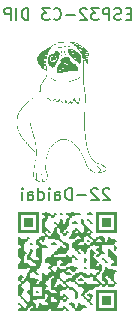
<source format=gbo>
%TF.GenerationSoftware,KiCad,Pcbnew,7.0.6*%
%TF.CreationDate,2023-07-20T15:13:03+09:00*%
%TF.ProjectId,esp32c3_test,65737033-3263-4335-9f74-6573742e6b69,rev?*%
%TF.SameCoordinates,PX7f2c270PY70a3730*%
%TF.FileFunction,Legend,Bot*%
%TF.FilePolarity,Positive*%
%FSLAX46Y46*%
G04 Gerber Fmt 4.6, Leading zero omitted, Abs format (unit mm)*
G04 Created by KiCad (PCBNEW 7.0.6) date 2023-07-20 15:13:03*
%MOMM*%
%LPD*%
G01*
G04 APERTURE LIST*
%ADD10C,0.150000*%
G04 APERTURE END LIST*
D10*
X16173220Y43198991D02*
X15839887Y43198991D01*
X15697030Y42675181D02*
X16173220Y42675181D01*
X16173220Y42675181D02*
X16173220Y43675181D01*
X16173220Y43675181D02*
X15697030Y43675181D01*
X15316077Y42722800D02*
X15173220Y42675181D01*
X15173220Y42675181D02*
X14935125Y42675181D01*
X14935125Y42675181D02*
X14839887Y42722800D01*
X14839887Y42722800D02*
X14792268Y42770420D01*
X14792268Y42770420D02*
X14744649Y42865658D01*
X14744649Y42865658D02*
X14744649Y42960896D01*
X14744649Y42960896D02*
X14792268Y43056134D01*
X14792268Y43056134D02*
X14839887Y43103753D01*
X14839887Y43103753D02*
X14935125Y43151372D01*
X14935125Y43151372D02*
X15125601Y43198991D01*
X15125601Y43198991D02*
X15220839Y43246610D01*
X15220839Y43246610D02*
X15268458Y43294229D01*
X15268458Y43294229D02*
X15316077Y43389467D01*
X15316077Y43389467D02*
X15316077Y43484705D01*
X15316077Y43484705D02*
X15268458Y43579943D01*
X15268458Y43579943D02*
X15220839Y43627562D01*
X15220839Y43627562D02*
X15125601Y43675181D01*
X15125601Y43675181D02*
X14887506Y43675181D01*
X14887506Y43675181D02*
X14744649Y43627562D01*
X14316077Y42675181D02*
X14316077Y43675181D01*
X14316077Y43675181D02*
X13935125Y43675181D01*
X13935125Y43675181D02*
X13839887Y43627562D01*
X13839887Y43627562D02*
X13792268Y43579943D01*
X13792268Y43579943D02*
X13744649Y43484705D01*
X13744649Y43484705D02*
X13744649Y43341848D01*
X13744649Y43341848D02*
X13792268Y43246610D01*
X13792268Y43246610D02*
X13839887Y43198991D01*
X13839887Y43198991D02*
X13935125Y43151372D01*
X13935125Y43151372D02*
X14316077Y43151372D01*
X13411315Y43675181D02*
X12792268Y43675181D01*
X12792268Y43675181D02*
X13125601Y43294229D01*
X13125601Y43294229D02*
X12982744Y43294229D01*
X12982744Y43294229D02*
X12887506Y43246610D01*
X12887506Y43246610D02*
X12839887Y43198991D01*
X12839887Y43198991D02*
X12792268Y43103753D01*
X12792268Y43103753D02*
X12792268Y42865658D01*
X12792268Y42865658D02*
X12839887Y42770420D01*
X12839887Y42770420D02*
X12887506Y42722800D01*
X12887506Y42722800D02*
X12982744Y42675181D01*
X12982744Y42675181D02*
X13268458Y42675181D01*
X13268458Y42675181D02*
X13363696Y42722800D01*
X13363696Y42722800D02*
X13411315Y42770420D01*
X12411315Y43579943D02*
X12363696Y43627562D01*
X12363696Y43627562D02*
X12268458Y43675181D01*
X12268458Y43675181D02*
X12030363Y43675181D01*
X12030363Y43675181D02*
X11935125Y43627562D01*
X11935125Y43627562D02*
X11887506Y43579943D01*
X11887506Y43579943D02*
X11839887Y43484705D01*
X11839887Y43484705D02*
X11839887Y43389467D01*
X11839887Y43389467D02*
X11887506Y43246610D01*
X11887506Y43246610D02*
X12458934Y42675181D01*
X12458934Y42675181D02*
X11839887Y42675181D01*
X11411315Y43056134D02*
X10649411Y43056134D01*
X9601792Y42770420D02*
X9649411Y42722800D01*
X9649411Y42722800D02*
X9792268Y42675181D01*
X9792268Y42675181D02*
X9887506Y42675181D01*
X9887506Y42675181D02*
X10030363Y42722800D01*
X10030363Y42722800D02*
X10125601Y42818039D01*
X10125601Y42818039D02*
X10173220Y42913277D01*
X10173220Y42913277D02*
X10220839Y43103753D01*
X10220839Y43103753D02*
X10220839Y43246610D01*
X10220839Y43246610D02*
X10173220Y43437086D01*
X10173220Y43437086D02*
X10125601Y43532324D01*
X10125601Y43532324D02*
X10030363Y43627562D01*
X10030363Y43627562D02*
X9887506Y43675181D01*
X9887506Y43675181D02*
X9792268Y43675181D01*
X9792268Y43675181D02*
X9649411Y43627562D01*
X9649411Y43627562D02*
X9601792Y43579943D01*
X9268458Y43675181D02*
X8649411Y43675181D01*
X8649411Y43675181D02*
X8982744Y43294229D01*
X8982744Y43294229D02*
X8839887Y43294229D01*
X8839887Y43294229D02*
X8744649Y43246610D01*
X8744649Y43246610D02*
X8697030Y43198991D01*
X8697030Y43198991D02*
X8649411Y43103753D01*
X8649411Y43103753D02*
X8649411Y42865658D01*
X8649411Y42865658D02*
X8697030Y42770420D01*
X8697030Y42770420D02*
X8744649Y42722800D01*
X8744649Y42722800D02*
X8839887Y42675181D01*
X8839887Y42675181D02*
X9125601Y42675181D01*
X9125601Y42675181D02*
X9220839Y42722800D01*
X9220839Y42722800D02*
X9268458Y42770420D01*
X7458934Y42675181D02*
X7458934Y43675181D01*
X7458934Y43675181D02*
X7220839Y43675181D01*
X7220839Y43675181D02*
X7077982Y43627562D01*
X7077982Y43627562D02*
X6982744Y43532324D01*
X6982744Y43532324D02*
X6935125Y43437086D01*
X6935125Y43437086D02*
X6887506Y43246610D01*
X6887506Y43246610D02*
X6887506Y43103753D01*
X6887506Y43103753D02*
X6935125Y42913277D01*
X6935125Y42913277D02*
X6982744Y42818039D01*
X6982744Y42818039D02*
X7077982Y42722800D01*
X7077982Y42722800D02*
X7220839Y42675181D01*
X7220839Y42675181D02*
X7458934Y42675181D01*
X6458934Y42675181D02*
X6458934Y43675181D01*
X5982744Y42675181D02*
X5982744Y43675181D01*
X5982744Y43675181D02*
X5601792Y43675181D01*
X5601792Y43675181D02*
X5506554Y43627562D01*
X5506554Y43627562D02*
X5458935Y43579943D01*
X5458935Y43579943D02*
X5411316Y43484705D01*
X5411316Y43484705D02*
X5411316Y43341848D01*
X5411316Y43341848D02*
X5458935Y43246610D01*
X5458935Y43246610D02*
X5506554Y43198991D01*
X5506554Y43198991D02*
X5601792Y43151372D01*
X5601792Y43151372D02*
X5982744Y43151372D01*
X14315839Y28339943D02*
X14268220Y28387562D01*
X14268220Y28387562D02*
X14172982Y28435181D01*
X14172982Y28435181D02*
X13934887Y28435181D01*
X13934887Y28435181D02*
X13839649Y28387562D01*
X13839649Y28387562D02*
X13792030Y28339943D01*
X13792030Y28339943D02*
X13744411Y28244705D01*
X13744411Y28244705D02*
X13744411Y28149467D01*
X13744411Y28149467D02*
X13792030Y28006610D01*
X13792030Y28006610D02*
X14363458Y27435181D01*
X14363458Y27435181D02*
X13744411Y27435181D01*
X13363458Y28339943D02*
X13315839Y28387562D01*
X13315839Y28387562D02*
X13220601Y28435181D01*
X13220601Y28435181D02*
X12982506Y28435181D01*
X12982506Y28435181D02*
X12887268Y28387562D01*
X12887268Y28387562D02*
X12839649Y28339943D01*
X12839649Y28339943D02*
X12792030Y28244705D01*
X12792030Y28244705D02*
X12792030Y28149467D01*
X12792030Y28149467D02*
X12839649Y28006610D01*
X12839649Y28006610D02*
X13411077Y27435181D01*
X13411077Y27435181D02*
X12792030Y27435181D01*
X12363458Y27816134D02*
X11601554Y27816134D01*
X11125363Y27435181D02*
X11125363Y28435181D01*
X11125363Y28435181D02*
X10887268Y28435181D01*
X10887268Y28435181D02*
X10744411Y28387562D01*
X10744411Y28387562D02*
X10649173Y28292324D01*
X10649173Y28292324D02*
X10601554Y28197086D01*
X10601554Y28197086D02*
X10553935Y28006610D01*
X10553935Y28006610D02*
X10553935Y27863753D01*
X10553935Y27863753D02*
X10601554Y27673277D01*
X10601554Y27673277D02*
X10649173Y27578039D01*
X10649173Y27578039D02*
X10744411Y27482800D01*
X10744411Y27482800D02*
X10887268Y27435181D01*
X10887268Y27435181D02*
X11125363Y27435181D01*
X9696792Y27435181D02*
X9696792Y27958991D01*
X9696792Y27958991D02*
X9744411Y28054229D01*
X9744411Y28054229D02*
X9839649Y28101848D01*
X9839649Y28101848D02*
X10030125Y28101848D01*
X10030125Y28101848D02*
X10125363Y28054229D01*
X9696792Y27482800D02*
X9792030Y27435181D01*
X9792030Y27435181D02*
X10030125Y27435181D01*
X10030125Y27435181D02*
X10125363Y27482800D01*
X10125363Y27482800D02*
X10172982Y27578039D01*
X10172982Y27578039D02*
X10172982Y27673277D01*
X10172982Y27673277D02*
X10125363Y27768515D01*
X10125363Y27768515D02*
X10030125Y27816134D01*
X10030125Y27816134D02*
X9792030Y27816134D01*
X9792030Y27816134D02*
X9696792Y27863753D01*
X9220601Y27435181D02*
X9220601Y28101848D01*
X9220601Y28435181D02*
X9268220Y28387562D01*
X9268220Y28387562D02*
X9220601Y28339943D01*
X9220601Y28339943D02*
X9172982Y28387562D01*
X9172982Y28387562D02*
X9220601Y28435181D01*
X9220601Y28435181D02*
X9220601Y28339943D01*
X8315840Y27435181D02*
X8315840Y28435181D01*
X8315840Y27482800D02*
X8411078Y27435181D01*
X8411078Y27435181D02*
X8601554Y27435181D01*
X8601554Y27435181D02*
X8696792Y27482800D01*
X8696792Y27482800D02*
X8744411Y27530420D01*
X8744411Y27530420D02*
X8792030Y27625658D01*
X8792030Y27625658D02*
X8792030Y27911372D01*
X8792030Y27911372D02*
X8744411Y28006610D01*
X8744411Y28006610D02*
X8696792Y28054229D01*
X8696792Y28054229D02*
X8601554Y28101848D01*
X8601554Y28101848D02*
X8411078Y28101848D01*
X8411078Y28101848D02*
X8315840Y28054229D01*
X7411078Y27435181D02*
X7411078Y27958991D01*
X7411078Y27958991D02*
X7458697Y28054229D01*
X7458697Y28054229D02*
X7553935Y28101848D01*
X7553935Y28101848D02*
X7744411Y28101848D01*
X7744411Y28101848D02*
X7839649Y28054229D01*
X7411078Y27482800D02*
X7506316Y27435181D01*
X7506316Y27435181D02*
X7744411Y27435181D01*
X7744411Y27435181D02*
X7839649Y27482800D01*
X7839649Y27482800D02*
X7887268Y27578039D01*
X7887268Y27578039D02*
X7887268Y27673277D01*
X7887268Y27673277D02*
X7839649Y27768515D01*
X7839649Y27768515D02*
X7744411Y27816134D01*
X7744411Y27816134D02*
X7506316Y27816134D01*
X7506316Y27816134D02*
X7411078Y27863753D01*
X6934887Y27435181D02*
X6934887Y28101848D01*
X6934887Y28435181D02*
X6982506Y28387562D01*
X6982506Y28387562D02*
X6934887Y28339943D01*
X6934887Y28339943D02*
X6887268Y28387562D01*
X6887268Y28387562D02*
X6934887Y28435181D01*
X6934887Y28435181D02*
X6934887Y28339943D01*
%TO.C,G\u002A\u002A\u002A*%
G36*
X8899752Y38528334D02*
G01*
X8892250Y38520833D01*
X8884749Y38528334D01*
X8892250Y38535836D01*
X8899752Y38528334D01*
G37*
G36*
X8929758Y38528334D02*
G01*
X8922256Y38520833D01*
X8914755Y38528334D01*
X8922256Y38535836D01*
X8929758Y38528334D01*
G37*
G36*
X10297907Y39994566D02*
G01*
X10321856Y39954420D01*
X10340460Y39899333D01*
X10344593Y39880482D01*
X10351844Y39790097D01*
X10335510Y39714906D01*
X10296321Y39656858D01*
X10235007Y39617900D01*
X10234397Y39617657D01*
X10198067Y39604723D01*
X10179112Y39604123D01*
X10167833Y39615511D01*
X10168445Y39622720D01*
X10186275Y39643516D01*
X10220041Y39668577D01*
X10237328Y39680668D01*
X10274658Y39715204D01*
X10296709Y39747880D01*
X10303297Y39773373D01*
X10304042Y39836113D01*
X10289589Y39900972D01*
X10262329Y39953629D01*
X10257604Y39959804D01*
X10241516Y39989985D01*
X10247732Y40009841D01*
X10249533Y40011500D01*
X10272504Y40015137D01*
X10297907Y39994566D01*
G37*
G36*
X10586064Y40095898D02*
G01*
X10607061Y40084903D01*
X10604755Y40061564D01*
X10579248Y40031396D01*
X10578118Y40030420D01*
X10559979Y40008904D01*
X10554073Y39980575D01*
X10557958Y39934294D01*
X10565540Y39885551D01*
X10584299Y39809225D01*
X10609352Y39758310D01*
X10642436Y39729894D01*
X10685289Y39721069D01*
X10719471Y39716486D01*
X10739228Y39703331D01*
X10734705Y39685654D01*
X10712871Y39676802D01*
X10672511Y39676955D01*
X10628158Y39686936D01*
X10592287Y39705047D01*
X10579108Y39717302D01*
X10549439Y39764900D01*
X10527107Y39836322D01*
X10511103Y39934421D01*
X10508823Y39987295D01*
X10519145Y40045238D01*
X10543555Y40082785D01*
X10580428Y40096143D01*
X10586064Y40095898D01*
G37*
G36*
X10783085Y40475657D02*
G01*
X10866361Y40467994D01*
X10930081Y40454755D01*
X10970822Y40436691D01*
X10985162Y40414556D01*
X10985040Y40411701D01*
X10974807Y40399433D01*
X10943904Y40402715D01*
X10924027Y40407348D01*
X10787100Y40428935D01*
X10658037Y40431661D01*
X10542174Y40415754D01*
X10444848Y40381442D01*
X10433268Y40375861D01*
X10394751Y40361399D01*
X10348907Y40351479D01*
X10288179Y40344797D01*
X10205009Y40340048D01*
X10157066Y40337557D01*
X10077052Y40330451D01*
X10019663Y40320124D01*
X9979964Y40305827D01*
X9969592Y40300789D01*
X9935532Y40287801D01*
X9916202Y40286033D01*
X9915525Y40286457D01*
X9905431Y40303637D01*
X9922888Y40325710D01*
X9968712Y40353725D01*
X9980066Y40359396D01*
X10015879Y40373355D01*
X10057419Y40382069D01*
X10112767Y40386824D01*
X10190006Y40388905D01*
X10236824Y40389805D01*
X10300854Y40393235D01*
X10350346Y40400492D01*
X10395135Y40413289D01*
X10445056Y40433340D01*
X10476586Y40446512D01*
X10521748Y40461843D01*
X10567531Y40470950D01*
X10623721Y40475518D01*
X10700106Y40477231D01*
X10783085Y40475657D01*
G37*
G36*
X11794517Y37823824D02*
G01*
X11794119Y37800246D01*
X11772126Y37759247D01*
X11733968Y37721532D01*
X11669356Y37683053D01*
X11577787Y37644525D01*
X11457755Y37605213D01*
X11405635Y37589127D01*
X11326988Y37562851D01*
X11255758Y37536906D01*
X11202705Y37515095D01*
X11157381Y37494514D01*
X11114990Y37475598D01*
X11090183Y37464939D01*
X11083410Y37463615D01*
X11049430Y37461966D01*
X10994050Y37462022D01*
X10923157Y37463733D01*
X10842634Y37467050D01*
X10828417Y37467731D01*
X10731650Y37471575D01*
X10631942Y37474386D01*
X10540257Y37475906D01*
X10467560Y37475875D01*
X10395823Y37474805D01*
X10265661Y37472967D01*
X10160381Y37471806D01*
X10076518Y37471474D01*
X10010601Y37472121D01*
X9959165Y37473897D01*
X9918741Y37476955D01*
X9885861Y37481445D01*
X9857057Y37487517D01*
X9828862Y37495323D01*
X9797808Y37505013D01*
X9733342Y37529590D01*
X9656426Y37566387D01*
X9590955Y37604928D01*
X9586531Y37607915D01*
X9534914Y37640514D01*
X9488484Y37666247D01*
X9456818Y37679773D01*
X9430166Y37692560D01*
X9417354Y37711753D01*
X9422493Y37724971D01*
X9447155Y37730277D01*
X9488225Y37719569D01*
X9541282Y37694195D01*
X9601899Y37655504D01*
X9692272Y37601171D01*
X9819808Y37549665D01*
X9853971Y37539317D01*
X9895058Y37528343D01*
X9933386Y37521289D01*
X9975499Y37517679D01*
X10027944Y37517039D01*
X10097264Y37518892D01*
X10190006Y37522762D01*
X10244750Y37525173D01*
X10327441Y37528765D01*
X10398778Y37531804D01*
X10452555Y37534028D01*
X10482563Y37535173D01*
X10500917Y37534926D01*
X10548178Y37532695D01*
X10615007Y37528603D01*
X10695361Y37523030D01*
X10783196Y37516353D01*
X11038819Y37496081D01*
X11158269Y37549580D01*
X11195241Y37565246D01*
X11273562Y37595213D01*
X11360372Y37625462D01*
X11442752Y37651370D01*
X11515161Y37672995D01*
X11584619Y37695650D01*
X11634844Y37715590D01*
X11671329Y37735418D01*
X11699568Y37757737D01*
X11725053Y37785149D01*
X11748091Y37809055D01*
X11777712Y37827566D01*
X11794517Y37823824D01*
G37*
G36*
X9767962Y39519383D02*
G01*
X9797491Y39466864D01*
X9802843Y39453990D01*
X9813436Y39428511D01*
X9817093Y39419714D01*
X9825032Y39387319D01*
X9824545Y39376978D01*
X9823792Y39360998D01*
X9823392Y39352498D01*
X9808986Y39322009D01*
X9805005Y39313583D01*
X9792723Y39295615D01*
X9755365Y39253537D01*
X9711783Y39214939D01*
X9677621Y39189806D01*
X9645446Y39170781D01*
X9625722Y39168336D01*
X9612696Y39180471D01*
X9594257Y39188124D01*
X9560643Y39186366D01*
X9521677Y39184523D01*
X9469058Y39194615D01*
X9422821Y39214800D01*
X9402947Y39233473D01*
X9514873Y39233473D01*
X9522374Y39225971D01*
X9529876Y39233473D01*
X9522374Y39240974D01*
X9514873Y39233473D01*
X9402947Y39233473D01*
X9394734Y39241190D01*
X9392854Y39246776D01*
X9587720Y39246776D01*
X9592411Y39241562D01*
X9604323Y39240625D01*
X9635728Y39233473D01*
X9638828Y39232767D01*
X9653056Y39234876D01*
X9682964Y39251252D01*
X9716425Y39276241D01*
X9743668Y39302330D01*
X9754920Y39322009D01*
X9754728Y39325147D01*
X9746213Y39332549D01*
X9731625Y39321849D01*
X9720058Y39299038D01*
X9710669Y39279738D01*
X9688617Y39275941D01*
X9686364Y39276647D01*
X9655740Y39275545D01*
X9616458Y39263474D01*
X9606834Y39259043D01*
X9587720Y39246776D01*
X9392854Y39246776D01*
X9386630Y39265269D01*
X9380601Y39317997D01*
X9381336Y39360998D01*
X9424855Y39360998D01*
X9425466Y39356886D01*
X9440744Y39345995D01*
X9446170Y39347173D01*
X9447360Y39360998D01*
X9444280Y39365488D01*
X9431471Y39376001D01*
X9429974Y39375611D01*
X9424855Y39360998D01*
X9381336Y39360998D01*
X9381658Y39379819D01*
X9384958Y39405030D01*
X9758599Y39405030D01*
X9762422Y39391004D01*
X9765504Y39386563D01*
X9779195Y39376001D01*
X9781248Y39376978D01*
X9777425Y39391004D01*
X9774342Y39395445D01*
X9760651Y39406007D01*
X9758599Y39405030D01*
X9384958Y39405030D01*
X9388031Y39428511D01*
X9454861Y39428511D01*
X9462363Y39421010D01*
X9469864Y39428511D01*
X9462363Y39436013D01*
X9454861Y39428511D01*
X9388031Y39428511D01*
X9389375Y39438776D01*
X9403327Y39482909D01*
X9409105Y39491797D01*
X9475738Y39491797D01*
X9484867Y39473520D01*
X9496203Y39460938D01*
X9508738Y39451016D01*
X9510169Y39453990D01*
X9505295Y39473520D01*
X9499479Y39484041D01*
X9481425Y39496025D01*
X9475738Y39491797D01*
X9409105Y39491797D01*
X9412705Y39497335D01*
X9436484Y39518847D01*
X9551777Y39518847D01*
X9556788Y39518708D01*
X9567813Y39521520D01*
X9594831Y39513150D01*
X9608972Y39507425D01*
X9613464Y39526862D01*
X9610074Y39550314D01*
X9596013Y39552732D01*
X9566500Y39532419D01*
X9551777Y39518847D01*
X9436484Y39518847D01*
X9455021Y39535617D01*
X9514347Y39568715D01*
X9581189Y39592014D01*
X9646055Y39600899D01*
X9665583Y39600573D01*
X9699073Y39594658D01*
X9725026Y39576198D01*
X9754949Y39538613D01*
X9762901Y39526862D01*
X9767962Y39519383D01*
G37*
G36*
X9146624Y36127022D02*
G01*
X9185196Y36089241D01*
X9236595Y36026603D01*
X9256235Y36001840D01*
X9322675Y35925697D01*
X9380039Y35874019D01*
X9431097Y35844618D01*
X9478618Y35835304D01*
X9501431Y35837057D01*
X9547601Y35855199D01*
X9589692Y35895898D01*
X9631986Y35962710D01*
X9637665Y35973067D01*
X9666703Y36018339D01*
X9692103Y36038320D01*
X9717776Y36032456D01*
X9747630Y36000196D01*
X9785573Y35940986D01*
X9805320Y35909200D01*
X9849953Y35846863D01*
X9892431Y35799327D01*
X9928922Y35770564D01*
X9955598Y35764551D01*
X9966207Y35775774D01*
X9984029Y35808750D01*
X10002870Y35854840D01*
X10017537Y35892757D01*
X10036356Y35934026D01*
X10050531Y35956881D01*
X10054993Y35960801D01*
X10085375Y35968337D01*
X10126438Y35951560D01*
X10179368Y35909771D01*
X10245355Y35842271D01*
X10271002Y35814572D01*
X10322047Y35762643D01*
X10368777Y35718818D01*
X10403564Y35690420D01*
X10419537Y35679511D01*
X10449384Y35662822D01*
X10470673Y35661745D01*
X10494414Y35674328D01*
X10502729Y35681092D01*
X10528794Y35716375D01*
X10548721Y35762474D01*
X10549252Y35764253D01*
X10571904Y35833942D01*
X10592295Y35876244D01*
X10613930Y35891470D01*
X10640316Y35879930D01*
X10674957Y35841936D01*
X10721359Y35777799D01*
X10734755Y35758949D01*
X10774314Y35707925D01*
X10810549Y35667183D01*
X10836996Y35644194D01*
X10846744Y35638541D01*
X10874246Y35626696D01*
X10895640Y35628182D01*
X10913122Y35646256D01*
X10928888Y35684172D01*
X10945133Y35745185D01*
X10964053Y35832550D01*
X10966797Y35842913D01*
X10982648Y35862490D01*
X11006840Y35854838D01*
X11038076Y35820793D01*
X11075060Y35761186D01*
X11077906Y35756017D01*
X11105675Y35709095D01*
X11129487Y35674541D01*
X11144456Y35659511D01*
X11147695Y35659010D01*
X11166951Y35673647D01*
X11189179Y35716362D01*
X11213759Y35785727D01*
X11240073Y35880313D01*
X11245454Y35900921D01*
X11263328Y35961936D01*
X11280789Y36012222D01*
X11294715Y36042514D01*
X11313650Y36064182D01*
X11346406Y36073165D01*
X11383432Y36052494D01*
X11424705Y36002193D01*
X11470202Y35922287D01*
X11519896Y35812800D01*
X11533711Y35780143D01*
X11560033Y35720410D01*
X11582638Y35672150D01*
X11597766Y35643537D01*
X11610398Y35625222D01*
X11625326Y35618434D01*
X11646639Y35633983D01*
X11664435Y35655187D01*
X11693618Y35706408D01*
X11722244Y35772461D01*
X11746999Y35844418D01*
X11764563Y35913350D01*
X11771620Y35970331D01*
X11772926Y36004082D01*
X11780294Y36047741D01*
X11795491Y36066896D01*
X11820216Y36064857D01*
X11825095Y36062442D01*
X11836854Y36045308D01*
X11838394Y36012274D01*
X11829486Y35959322D01*
X11809904Y35882432D01*
X11782679Y35797362D01*
X11747763Y35712415D01*
X11710650Y35642430D01*
X11674786Y35594744D01*
X11661574Y35582811D01*
X11629308Y35566884D01*
X11598440Y35573919D01*
X11567103Y35605520D01*
X11533428Y35663295D01*
X11495549Y35748848D01*
X11454657Y35843736D01*
X11415584Y35923052D01*
X11380991Y35981494D01*
X11352978Y36015137D01*
X11338717Y36020888D01*
X11327173Y36006699D01*
X11314693Y35967651D01*
X11290449Y35879876D01*
X11256444Y35768835D01*
X11225423Y35685815D01*
X11196307Y35629845D01*
X11168015Y35599954D01*
X11139470Y35595168D01*
X11109591Y35614518D01*
X11077299Y35657031D01*
X11041516Y35721736D01*
X11004383Y35795705D01*
X10994012Y35726543D01*
X10976670Y35658748D01*
X10945777Y35608514D01*
X10904788Y35584356D01*
X10855952Y35586135D01*
X10801516Y35613712D01*
X10743729Y35666947D01*
X10684837Y35745701D01*
X10662691Y35778558D01*
X10639613Y35808682D01*
X10626639Y35820301D01*
X10622937Y35817561D01*
X10611501Y35794510D01*
X10599023Y35755659D01*
X10579481Y35706662D01*
X10546729Y35658115D01*
X10508809Y35623476D01*
X10472271Y35610260D01*
X10440027Y35615581D01*
X10403072Y35633460D01*
X10357994Y35666560D01*
X10301167Y35717550D01*
X10228964Y35789095D01*
X10222362Y35795814D01*
X10171745Y35846355D01*
X10128896Y35887506D01*
X10098159Y35915188D01*
X10083877Y35925322D01*
X10082878Y35925152D01*
X10071989Y35909636D01*
X10061670Y35876622D01*
X10055136Y35850622D01*
X10031489Y35788054D01*
X10002239Y35742766D01*
X9971077Y35721093D01*
X9954992Y35718420D01*
X9915297Y35724354D01*
X9873766Y35749812D01*
X9828171Y35796919D01*
X9776289Y35867797D01*
X9715893Y35964569D01*
X9713671Y35968246D01*
X9702288Y35980566D01*
X9690713Y35972340D01*
X9672922Y35940142D01*
X9658124Y35913000D01*
X9605390Y35843214D01*
X9545890Y35799999D01*
X9481699Y35784497D01*
X9414889Y35797854D01*
X9407069Y35801230D01*
X9358913Y35827961D01*
X9311584Y35866468D01*
X9259902Y35921544D01*
X9198691Y35997983D01*
X9126069Y36093148D01*
X9115825Y36050493D01*
X9103875Y36012120D01*
X9084455Y35965916D01*
X9060463Y35932500D01*
X9025467Y35902094D01*
X8986851Y35879409D01*
X8951162Y35867458D01*
X8924948Y35869256D01*
X8914755Y35887814D01*
X8917338Y35898304D01*
X8937022Y35910319D01*
X8941069Y35910552D01*
X8976251Y35926770D01*
X9013484Y35963300D01*
X9046583Y36012780D01*
X9069365Y36067850D01*
X9079074Y36098334D01*
X9096443Y36130859D01*
X9118000Y36140658D01*
X9146624Y36127022D01*
G37*
G36*
X9052980Y38309209D02*
G01*
X9065119Y38296811D01*
X9069576Y38268373D01*
X9066735Y38219478D01*
X9056982Y38145712D01*
X9049845Y38102022D01*
X9008697Y37933759D01*
X8949396Y37789385D01*
X8871941Y37668898D01*
X8867405Y37663158D01*
X8822070Y37601279D01*
X8778806Y37535397D01*
X8746416Y37478839D01*
X8722528Y37437153D01*
X8680326Y37376753D01*
X8638193Y37328284D01*
X8593899Y37275558D01*
X8548172Y37199397D01*
X8511797Y37115645D01*
X8488812Y37033816D01*
X8483261Y36963428D01*
X8488427Y36893012D01*
X8500969Y36956775D01*
X8504853Y36973962D01*
X8516216Y37007296D01*
X8527066Y37020537D01*
X8539018Y37016710D01*
X8549548Y36990428D01*
X8545308Y36940654D01*
X8526307Y36869083D01*
X8513078Y36825802D01*
X8502914Y36779710D01*
X8502239Y36742881D01*
X8509968Y36704388D01*
X8513395Y36690196D01*
X8519388Y36647009D01*
X8517107Y36617636D01*
X8512762Y36607716D01*
X8503049Y36602769D01*
X8486099Y36622076D01*
X8473442Y36645237D01*
X8464584Y36682088D01*
X8464503Y36684010D01*
X8456756Y36686960D01*
X8436928Y36663816D01*
X8405797Y36615458D01*
X8387905Y36588311D01*
X8338530Y36524368D01*
X8273434Y36448899D01*
X8197514Y36366851D01*
X8115671Y36283170D01*
X8032803Y36202804D01*
X7953809Y36130699D01*
X7883588Y36071802D01*
X7827041Y36031060D01*
X7785886Y36005290D01*
X7713247Y35958840D01*
X7655771Y35919640D01*
X7606286Y35882061D01*
X7557618Y35840476D01*
X7502592Y35789259D01*
X7434036Y35722782D01*
X7415201Y35704411D01*
X7344727Y35636308D01*
X7273468Y35568294D01*
X7208796Y35507372D01*
X7158083Y35460549D01*
X7138738Y35442522D01*
X7084664Y35387691D01*
X7036454Y35333010D01*
X7002697Y35288015D01*
X6982419Y35258894D01*
X6938487Y35205220D01*
X6895660Y35162201D01*
X6821302Y35089192D01*
X6753108Y34992449D01*
X6707164Y34882616D01*
X6686282Y34818274D01*
X6658461Y34738729D01*
X6631355Y34666384D01*
X6626011Y34652359D01*
X6590418Y34533099D01*
X6562742Y34392264D01*
X6543831Y34236566D01*
X6534530Y34072716D01*
X6535685Y33907425D01*
X6536770Y33883074D01*
X6542171Y33793768D01*
X6549303Y33708478D01*
X6557367Y33635864D01*
X6565559Y33584589D01*
X6572516Y33553382D01*
X6608380Y33422235D01*
X6653730Y33291212D01*
X6704853Y33170258D01*
X6758033Y33069319D01*
X6770966Y33047769D01*
X6809082Y32982708D01*
X6843825Y32921395D01*
X6868989Y32874715D01*
X6890500Y32838749D01*
X6928130Y32784146D01*
X6974919Y32721434D01*
X7025342Y32658261D01*
X7070356Y32602258D01*
X7119889Y32537054D01*
X7161657Y32478364D01*
X7189725Y32434276D01*
X7195706Y32424121D01*
X7246408Y32357256D01*
X7305927Y32302670D01*
X7307217Y32301728D01*
X7357318Y32259669D01*
X7418028Y32200742D01*
X7482558Y32132158D01*
X7544115Y32061124D01*
X7595909Y31994851D01*
X7601854Y31987019D01*
X7633356Y31949841D01*
X7678769Y31900015D01*
X7733804Y31841873D01*
X7794171Y31779745D01*
X7855580Y31717961D01*
X7913740Y31660852D01*
X7964362Y31612748D01*
X8003155Y31577980D01*
X8025830Y31560878D01*
X8047383Y31542885D01*
X8059586Y31513926D01*
X8057933Y31497035D01*
X8050482Y31484448D01*
X8031033Y31493785D01*
X7996427Y31519205D01*
X7953200Y31555248D01*
X7907626Y31596452D01*
X7865982Y31637350D01*
X7834542Y31672480D01*
X7814193Y31696653D01*
X7772623Y31740432D01*
X7736161Y31772691D01*
X7720632Y31785055D01*
X7664254Y31838760D01*
X7602343Y31908632D01*
X7541815Y31987046D01*
X7532840Y31998687D01*
X7499007Y32037895D01*
X7450821Y32090140D01*
X7393339Y32150010D01*
X7331615Y32212091D01*
X7305368Y32238384D01*
X7244857Y32301772D01*
X7190997Y32361841D01*
X7148844Y32412833D01*
X7123459Y32448991D01*
X7111351Y32468522D01*
X7075342Y32519397D01*
X7029390Y32578458D01*
X6980491Y32636528D01*
X6955320Y32665916D01*
X6908724Y32724417D01*
X6869581Y32778613D01*
X6844425Y32819710D01*
X6836387Y32835162D01*
X6808231Y32886464D01*
X6772552Y32948957D01*
X6735136Y33012439D01*
X6696426Y33080273D01*
X6635040Y33207276D01*
X6582948Y33345466D01*
X6536359Y33504229D01*
X6523797Y33555427D01*
X6510244Y33624889D01*
X6500553Y33699057D01*
X6493697Y33786360D01*
X6488646Y33895229D01*
X6488303Y33904910D01*
X6488365Y34131643D01*
X6505051Y34335908D01*
X6538697Y34520341D01*
X6589638Y34687578D01*
X6606033Y34732328D01*
X6629014Y34798372D01*
X6646928Y34853874D01*
X6656881Y34890118D01*
X6658800Y34898724D01*
X6689208Y34982868D01*
X6741972Y35065868D01*
X6820232Y35152774D01*
X6822011Y35154529D01*
X6877288Y35213084D01*
X6934435Y35279779D01*
X6981355Y35340520D01*
X7024746Y35397543D01*
X7130886Y35511123D01*
X7245302Y35601809D01*
X7264364Y35615862D01*
X7311821Y35659541D01*
X7352336Y35707081D01*
X7366335Y35725186D01*
X7420775Y35783522D01*
X7492888Y35849251D01*
X7576349Y35917133D01*
X7664836Y35981925D01*
X7752026Y36038387D01*
X7770856Y36050221D01*
X7843155Y36102917D01*
X7926282Y36172185D01*
X8015270Y36253074D01*
X8105150Y36340633D01*
X8190956Y36429911D01*
X8267720Y36515956D01*
X8330475Y36593820D01*
X8374254Y36658549D01*
X8390015Y36686150D01*
X8415434Y36734689D01*
X8428812Y36771315D01*
X8432950Y36805343D01*
X8430648Y36846086D01*
X8430303Y36950711D01*
X8449510Y37067401D01*
X8486416Y37179956D01*
X8538313Y37280277D01*
X8602494Y37360261D01*
X8631624Y37392672D01*
X8673193Y37449665D01*
X8707590Y37508133D01*
X8730885Y37550665D01*
X8770516Y37613639D01*
X8808735Y37665664D01*
X8831726Y37694056D01*
X8865763Y37738180D01*
X8889519Y37771542D01*
X8899336Y37788197D01*
X8928103Y37851563D01*
X8956565Y37932299D01*
X8981998Y38021235D01*
X9001679Y38109198D01*
X9012885Y38187017D01*
X9020860Y38255728D01*
X9030734Y38297201D01*
X9042612Y38310791D01*
X9052980Y38309209D01*
G37*
G36*
X11461881Y40055253D02*
G01*
X11479392Y40043632D01*
X11543972Y40000775D01*
X11556040Y39991367D01*
X11630338Y39933447D01*
X11726012Y39849913D01*
X11823479Y39758576D01*
X11836025Y39746819D01*
X11846732Y39736291D01*
X11872776Y39706456D01*
X11873007Y39706066D01*
X11891848Y39674210D01*
X11898705Y39653338D01*
X11904741Y39634967D01*
X11908643Y39608547D01*
X11912247Y39584143D01*
X11913305Y39559787D01*
X11915158Y39517151D01*
X11914560Y39458517D01*
X11914331Y39436013D01*
X11914264Y39429406D01*
X11912679Y39383502D01*
X11911902Y39360998D01*
X11910359Y39316323D01*
X11909946Y39307083D01*
X11909338Y39293485D01*
X11907873Y39260704D01*
X11906150Y39233473D01*
X11901865Y39165745D01*
X11901310Y39156979D01*
X11892933Y39078893D01*
X11882234Y39023445D01*
X11868711Y38987633D01*
X11851857Y38968455D01*
X11831370Y38958026D01*
X11796338Y38954105D01*
X11757825Y38969544D01*
X11711713Y39006385D01*
X11653886Y39066672D01*
X11626242Y39095945D01*
X11560370Y39158629D01*
X11495880Y39214121D01*
X11786373Y39214121D01*
X11807714Y39197363D01*
X11819638Y39190143D01*
X11829783Y39173026D01*
X11820251Y39143754D01*
X11804822Y39118257D01*
X11789246Y39106065D01*
X11787370Y39097683D01*
X11802569Y39076223D01*
X11809160Y39068618D01*
X11820843Y39045271D01*
X11810558Y39023713D01*
X11801518Y39009480D01*
X11807602Y39000927D01*
X11811279Y39001056D01*
X11823826Y39006087D01*
X11832511Y39022887D01*
X11839378Y39057507D01*
X11846472Y39115996D01*
X11851084Y39165745D01*
X11850216Y39195526D01*
X11841994Y39210608D01*
X11824806Y39218636D01*
X11818962Y39220369D01*
X11791308Y39223267D01*
X11786373Y39214121D01*
X11495880Y39214121D01*
X11486577Y39222126D01*
X11471871Y39233473D01*
X11750313Y39233473D01*
X11757814Y39225971D01*
X11765316Y39233473D01*
X11757814Y39240974D01*
X11750313Y39233473D01*
X11471871Y39233473D01*
X11416241Y39276395D01*
X11345663Y39328713D01*
X11306683Y39360998D01*
X11384823Y39360998D01*
X11465257Y39300986D01*
X11506236Y39270896D01*
X11536987Y39249239D01*
X11550483Y39240974D01*
X11555247Y39243580D01*
X11550641Y39261170D01*
X11530124Y39288907D01*
X11529115Y39290030D01*
X11527017Y39293485D01*
X11735310Y39293485D01*
X11742811Y39285983D01*
X11750313Y39293485D01*
X11742811Y39300986D01*
X11735310Y39293485D01*
X11527017Y39293485D01*
X11513986Y39314942D01*
X11522710Y39334435D01*
X11529124Y39338873D01*
X11562155Y39342631D01*
X11617778Y39332338D01*
X11697803Y39307718D01*
X11704747Y39307083D01*
X11696026Y39317842D01*
X11667797Y39339403D01*
X11647837Y39353803D01*
X11638748Y39360998D01*
X11832829Y39360998D01*
X11835900Y39356901D01*
X11856219Y39345995D01*
X11859568Y39346425D01*
X11870337Y39360998D01*
X11867474Y39368168D01*
X11846947Y39376001D01*
X11836230Y39373842D01*
X11832829Y39360998D01*
X11638748Y39360998D01*
X11617263Y39378006D01*
X11611897Y39383502D01*
X11795322Y39383502D01*
X11802823Y39376001D01*
X11810325Y39383502D01*
X11802823Y39391004D01*
X11795322Y39383502D01*
X11611897Y39383502D01*
X11603221Y39392388D01*
X11603086Y39392673D01*
X11587720Y39393865D01*
X11558212Y39382283D01*
X11548982Y39378141D01*
X11502956Y39366014D01*
X11451295Y39361090D01*
X11384823Y39360998D01*
X11306683Y39360998D01*
X11240230Y39416037D01*
X11138824Y39513133D01*
X11133837Y39518529D01*
X11270218Y39518529D01*
X11277720Y39511028D01*
X11285221Y39518529D01*
X11283384Y39520366D01*
X11345233Y39520366D01*
X11345920Y39518529D01*
X11350813Y39505450D01*
X11377740Y39496025D01*
X11396627Y39496956D01*
X11403995Y39500270D01*
X11395068Y39506781D01*
X11371488Y39524611D01*
X11364189Y39530024D01*
X11348701Y39536329D01*
X11346676Y39527007D01*
X11345233Y39520366D01*
X11283384Y39520366D01*
X11277720Y39526031D01*
X11270218Y39518529D01*
X11133837Y39518529D01*
X11100075Y39555060D01*
X11228888Y39555060D01*
X11232711Y39541033D01*
X11235793Y39536592D01*
X11249485Y39526031D01*
X11251537Y39527007D01*
X11247714Y39541033D01*
X11244632Y39545475D01*
X11230940Y39556036D01*
X11228888Y39555060D01*
X11100075Y39555060D01*
X11032349Y39628340D01*
X11008230Y39655957D01*
X10993031Y39674374D01*
X11128816Y39674374D01*
X11135358Y39622268D01*
X11156244Y39587247D01*
X11162279Y39583513D01*
X11172535Y39590830D01*
X11177521Y39623550D01*
X11225210Y39623550D01*
X11232711Y39616048D01*
X11240212Y39623550D01*
X11232711Y39631051D01*
X11225210Y39623550D01*
X11177521Y39623550D01*
X11177671Y39624535D01*
X11180948Y39654932D01*
X11202737Y39725373D01*
X11250374Y39725373D01*
X11250861Y39716737D01*
X11266817Y39691516D01*
X11296915Y39659684D01*
X11317872Y39641228D01*
X11329088Y39633964D01*
X11320885Y39646054D01*
X11297526Y39676413D01*
X11389676Y39676413D01*
X11390304Y39657183D01*
X11410409Y39633964D01*
X11413733Y39630125D01*
X11421016Y39623550D01*
X11431777Y39613834D01*
X11447005Y39604798D01*
X11446505Y39617088D01*
X11504549Y39617088D01*
X11505685Y39604798D01*
X11506848Y39592213D01*
X11513129Y39564804D01*
X11521504Y39558725D01*
X11537672Y39575408D01*
X11544488Y39592931D01*
X11526841Y39611585D01*
X11515675Y39617994D01*
X11504549Y39617088D01*
X11446505Y39617088D01*
X11446441Y39618652D01*
X11431403Y39657436D01*
X11423445Y39674747D01*
X11409574Y39690854D01*
X11394882Y39683351D01*
X11389676Y39676413D01*
X11297526Y39676413D01*
X11294888Y39679842D01*
X11274343Y39711743D01*
X11263019Y39726128D01*
X11250374Y39725373D01*
X11202737Y39725373D01*
X11206708Y39738209D01*
X11237329Y39778865D01*
X11282073Y39778865D01*
X11316268Y39742465D01*
X11326181Y39732067D01*
X11350040Y39710216D01*
X11358264Y39711218D01*
X11355629Y39723394D01*
X11480260Y39723394D01*
X11488610Y39707234D01*
X11511521Y39682425D01*
X11532752Y39664109D01*
X11536062Y39667363D01*
X11524116Y39695103D01*
X11520590Y39702348D01*
X11502386Y39728420D01*
X11486842Y39736791D01*
X11480260Y39723394D01*
X11355629Y39723394D01*
X11353212Y39734567D01*
X11351631Y39742029D01*
X11360164Y39769432D01*
X11393459Y39801914D01*
X11406558Y39812732D01*
X11425001Y39833154D01*
X11419270Y39839710D01*
X11391309Y39832089D01*
X11343061Y39809979D01*
X11282073Y39778865D01*
X11237329Y39778865D01*
X11257047Y39805044D01*
X11333383Y39857556D01*
X11341305Y39861521D01*
X11402442Y39882721D01*
X11456084Y39879717D01*
X11511798Y39852224D01*
X11522691Y39844034D01*
X11532959Y39833154D01*
X11560024Y39804477D01*
X11594730Y39753615D01*
X11620317Y39701978D01*
X11628559Y39667363D01*
X11630289Y39660097D01*
X11629436Y39653728D01*
X11616434Y39622231D01*
X11598031Y39592931D01*
X11592742Y39584510D01*
X11585296Y39574141D01*
X11560557Y39535860D01*
X11546014Y39507392D01*
X11542165Y39500270D01*
X11541949Y39499871D01*
X11512096Y39478296D01*
X11463125Y39462762D01*
X11403216Y39455245D01*
X11340551Y39457722D01*
X11322266Y39459734D01*
X11285968Y39459182D01*
X11277258Y39450926D01*
X11296015Y39437741D01*
X11342116Y39422402D01*
X11430224Y39409664D01*
X11518613Y39421741D01*
X11531753Y39428511D01*
X11630289Y39428511D01*
X11637791Y39421010D01*
X11645292Y39428511D01*
X11637791Y39436013D01*
X11847832Y39436013D01*
X11850911Y39431523D01*
X11854581Y39428511D01*
X11863720Y39421010D01*
X11865218Y39421400D01*
X11870337Y39436013D01*
X11869726Y39440125D01*
X11854448Y39451016D01*
X11849022Y39449838D01*
X11847832Y39436013D01*
X11637791Y39436013D01*
X11630289Y39428511D01*
X11531753Y39428511D01*
X11589993Y39458517D01*
X11810325Y39458517D01*
X11817826Y39451016D01*
X11825328Y39458517D01*
X11817826Y39466019D01*
X11810325Y39458517D01*
X11589993Y39458517D01*
X11595531Y39461370D01*
X11660211Y39528295D01*
X11663480Y39533532D01*
X11720307Y39533532D01*
X11727808Y39526031D01*
X11735310Y39533532D01*
X11727808Y39541033D01*
X11720307Y39533532D01*
X11663480Y39533532D01*
X11673466Y39549532D01*
X11797112Y39549532D01*
X11816369Y39533532D01*
X11816943Y39533055D01*
X11823603Y39528135D01*
X11852392Y39512959D01*
X11866102Y39522843D01*
X11868596Y39559787D01*
X11868235Y39567158D01*
X11864885Y39587558D01*
X11859995Y39582292D01*
X11849631Y39566596D01*
X11820477Y39555559D01*
X11802483Y39554880D01*
X11797112Y39549532D01*
X11673466Y39549532D01*
X11689780Y39575671D01*
X11700977Y39608547D01*
X11750313Y39608547D01*
X11757814Y39601045D01*
X11765316Y39608547D01*
X11757814Y39616048D01*
X11750313Y39608547D01*
X11700977Y39608547D01*
X11716231Y39653338D01*
X11713844Y39706066D01*
X11765316Y39706066D01*
X11765926Y39701954D01*
X11781204Y39691063D01*
X11786631Y39692241D01*
X11787820Y39706066D01*
X11784741Y39710556D01*
X11771932Y39721069D01*
X11770435Y39720679D01*
X11765316Y39706066D01*
X11713844Y39706066D01*
X11712862Y39727756D01*
X11698508Y39758576D01*
X11750313Y39758576D01*
X11757814Y39751075D01*
X11765316Y39758576D01*
X11757814Y39766078D01*
X11750313Y39758576D01*
X11698508Y39758576D01*
X11679658Y39799051D01*
X11616601Y39867348D01*
X11584568Y39893771D01*
X11547830Y39917769D01*
X11513188Y39928588D01*
X11469375Y39931110D01*
X11412857Y39927434D01*
X11344537Y39916093D01*
X11279230Y39899376D01*
X11225919Y39879627D01*
X11193587Y39859189D01*
X11183465Y39847291D01*
X11154049Y39795477D01*
X11135440Y39734974D01*
X11128816Y39674374D01*
X10993031Y39674374D01*
X10946985Y39730167D01*
X10900436Y39795195D01*
X10862974Y39859393D01*
X10840671Y39906460D01*
X10895221Y39906460D01*
X10895225Y39906233D01*
X10902702Y39883387D01*
X10920423Y39851472D01*
X10942320Y39819387D01*
X10962329Y39796032D01*
X10974384Y39790307D01*
X10975195Y39800742D01*
X10958674Y39819942D01*
X10952537Y39824752D01*
X10948920Y39830564D01*
X11036445Y39830564D01*
X11048925Y39822398D01*
X11057523Y39817576D01*
X11069945Y39800742D01*
X11072539Y39797226D01*
X11073889Y39775930D01*
X11059292Y39766078D01*
X11053865Y39764900D01*
X11052676Y39751075D01*
X11052862Y39750775D01*
X11069694Y39736808D01*
X11086079Y39751148D01*
X11102977Y39794626D01*
X11111663Y39820984D01*
X11134937Y39867901D01*
X11168651Y39902129D01*
X11219257Y39929080D01*
X11293207Y39954165D01*
X11314398Y39960592D01*
X11361131Y39976705D01*
X11372608Y39982735D01*
X11435251Y39982735D01*
X11438065Y39979598D01*
X11458641Y39976119D01*
X11469347Y39978320D01*
X11472607Y39991367D01*
X11466026Y39997051D01*
X11446245Y39996739D01*
X11439112Y39987653D01*
X11435251Y39982735D01*
X11372608Y39982735D01*
X11381969Y39987653D01*
X11375239Y39992652D01*
X11340280Y39994311D01*
X11281120Y39987296D01*
X11254843Y39970323D01*
X11247211Y39965393D01*
X11228733Y39950977D01*
X11190436Y39951588D01*
X11178720Y39954259D01*
X11159061Y39953913D01*
X11159073Y39953615D01*
X11159664Y39938894D01*
X11160314Y39923944D01*
X11140511Y39904952D01*
X11124945Y39894751D01*
X11112687Y39871246D01*
X11100813Y39853445D01*
X11067679Y39840828D01*
X11050059Y39837233D01*
X11036445Y39830564D01*
X10948920Y39830564D01*
X10940747Y39843697D01*
X10951533Y39870185D01*
X10960514Y39890591D01*
X10956511Y39901104D01*
X10947543Y39902113D01*
X10918876Y39910211D01*
X10906301Y39913070D01*
X10895221Y39906460D01*
X10840671Y39906460D01*
X10828990Y39931110D01*
X10828702Y39931770D01*
X10819126Y39953615D01*
X10985162Y39953615D01*
X10992664Y39946113D01*
X11000165Y39953615D01*
X10992664Y39961116D01*
X10985162Y39953615D01*
X10819126Y39953615D01*
X10805929Y39983718D01*
X10796622Y40004700D01*
X10850365Y40004700D01*
X10853113Y39984135D01*
X10872674Y39961261D01*
X10910147Y39962324D01*
X10930279Y39970323D01*
X10926332Y39974624D01*
X10907251Y39980891D01*
X10877572Y40000949D01*
X10871384Y40006405D01*
X10854568Y40016500D01*
X10850365Y40004700D01*
X10796622Y40004700D01*
X10786916Y40026580D01*
X10779162Y40043632D01*
X10865139Y40043632D01*
X10872640Y40036131D01*
X10880142Y40043632D01*
X10872640Y40051134D01*
X10865139Y40043632D01*
X10779162Y40043632D01*
X10775751Y40051134D01*
X10771671Y40078908D01*
X10779296Y40102759D01*
X10835133Y40102759D01*
X10835279Y40100661D01*
X10843963Y40097357D01*
X10859070Y40113464D01*
X10861458Y40118949D01*
X10913353Y40118949D01*
X10915148Y40101144D01*
X10919661Y40098797D01*
X10925150Y40111146D01*
X10924068Y40119088D01*
X10915148Y40121148D01*
X10913353Y40118949D01*
X10861458Y40118949D01*
X10862720Y40121848D01*
X10852454Y40120080D01*
X10845789Y40115449D01*
X10835133Y40102759D01*
X10779296Y40102759D01*
X10785193Y40121204D01*
X10795776Y40135722D01*
X10993310Y40135722D01*
X11012650Y40126583D01*
X11028521Y40121848D01*
X11060177Y40112404D01*
X11064967Y40111146D01*
X11105767Y40100431D01*
X11175831Y40083412D01*
X11222014Y40074758D01*
X11247435Y40073959D01*
X11255215Y40080504D01*
X11254726Y40084232D01*
X11246248Y40093791D01*
X11223300Y40102751D01*
X11180805Y40112723D01*
X11113683Y40125312D01*
X11089909Y40129400D01*
X11033390Y40137480D01*
X11000707Y40139471D01*
X10993310Y40135722D01*
X10795776Y40135722D01*
X10814886Y40161938D01*
X10855342Y40191567D01*
X10886620Y40203478D01*
X10972880Y40215357D01*
X11076694Y40205289D01*
X11196140Y40173376D01*
X11290394Y40139076D01*
X11379032Y40100235D01*
X11415373Y40080504D01*
X11461881Y40055253D01*
G37*
G36*
X10009686Y40015248D02*
G01*
X10027474Y40001124D01*
X10053256Y39980652D01*
X10087214Y39930862D01*
X10088610Y39928194D01*
X10089956Y39923609D01*
X10108630Y39859992D01*
X10110108Y39803585D01*
X10110633Y39783576D01*
X10110928Y39772305D01*
X10108766Y39756834D01*
X10104645Y39727343D01*
X10096478Y39668902D01*
X10087269Y39633749D01*
X10082627Y39616027D01*
X10066260Y39553548D01*
X10059067Y39533805D01*
X10021249Y39430012D01*
X10007446Y39399989D01*
X9965378Y39308488D01*
X9962423Y39302061D01*
X9949283Y39278482D01*
X9907481Y39203467D01*
X9890760Y39173461D01*
X9857198Y39116125D01*
X9854020Y39110695D01*
X9822660Y39053195D01*
X9807542Y39025475D01*
X9776504Y38964244D01*
X9765519Y38942574D01*
X9733914Y38873402D01*
X9728152Y38860900D01*
X9712252Y38826400D01*
X9698552Y38796675D01*
X9695495Y38790043D01*
X9657748Y38728282D01*
X9655009Y38725194D01*
X9616803Y38682114D01*
X9591457Y38659507D01*
X9561317Y38635266D01*
X9545140Y38625853D01*
X9542567Y38626465D01*
X9521785Y38639802D01*
X9491907Y38665103D01*
X9459035Y38690962D01*
X9408921Y38724424D01*
X9354073Y38756836D01*
X9343552Y38762728D01*
X9292887Y38796059D01*
X9286888Y38801842D01*
X9519374Y38801842D01*
X9529278Y38784104D01*
X9537693Y38767153D01*
X9538007Y38732857D01*
X9535178Y38714102D01*
X9542553Y38694804D01*
X9545111Y38693594D01*
X9557201Y38700908D01*
X9563170Y38725194D01*
X9561833Y38755620D01*
X9552009Y38781355D01*
X9542879Y38791771D01*
X9604891Y38791771D01*
X9606440Y38783462D01*
X9621603Y38768256D01*
X9640305Y38771290D01*
X9644379Y38775961D01*
X9648086Y38796675D01*
X9627395Y38805889D01*
X9617056Y38804300D01*
X9604891Y38791771D01*
X9542879Y38791771D01*
X9539854Y38795222D01*
X9522634Y38805889D01*
X9519374Y38801842D01*
X9286888Y38801842D01*
X9253101Y38834414D01*
X9219954Y38883883D01*
X9210515Y38904353D01*
X9265389Y38904353D01*
X9274527Y38881462D01*
X9288458Y38864969D01*
X9310158Y38859641D01*
X9324781Y38859864D01*
X9349274Y38844079D01*
X9365072Y38829551D01*
X9385514Y38820221D01*
X9394849Y38826400D01*
X9394242Y38827673D01*
X9378542Y38841055D01*
X9356909Y38856387D01*
X9652553Y38856387D01*
X9664902Y38850898D01*
X9672845Y38851980D01*
X9674904Y38860900D01*
X9672705Y38862695D01*
X9654900Y38860900D01*
X9652553Y38856387D01*
X9356909Y38856387D01*
X9348581Y38862289D01*
X9331656Y38873402D01*
X9499870Y38873402D01*
X9507371Y38865901D01*
X9514873Y38873402D01*
X9507371Y38880904D01*
X9499870Y38873402D01*
X9331656Y38873402D01*
X9313757Y38885155D01*
X9283470Y38903434D01*
X9267118Y38910909D01*
X9265389Y38904353D01*
X9210515Y38904353D01*
X9197114Y38933414D01*
X9334837Y38933414D01*
X9342339Y38925912D01*
X9349840Y38933414D01*
X9342339Y38940915D01*
X9589888Y38940915D01*
X9592750Y38933745D01*
X9593617Y38933414D01*
X9613277Y38925912D01*
X9623994Y38928071D01*
X9627395Y38940915D01*
X9624324Y38945013D01*
X9604005Y38955918D01*
X9600656Y38955489D01*
X9596146Y38949385D01*
X9589888Y38940915D01*
X9342339Y38940915D01*
X9334837Y38933414D01*
X9197114Y38933414D01*
X9189209Y38950556D01*
X9156625Y39040524D01*
X9143398Y39089713D01*
X9142882Y39093106D01*
X9194034Y39093106D01*
X9207688Y39044143D01*
X9216908Y39019940D01*
X9241078Y38981599D01*
X9275158Y38960385D01*
X9302221Y38951174D01*
X9318050Y38949385D01*
X9307888Y38959436D01*
X9296849Y38965725D01*
X9670204Y38965725D01*
X9679905Y38948417D01*
X9686550Y38940915D01*
X9691093Y38935786D01*
X9702642Y38925912D01*
X9705668Y38928708D01*
X9715337Y38948417D01*
X9715446Y38964244D01*
X9692600Y38970921D01*
X9685847Y38970813D01*
X9670204Y38965725D01*
X9296849Y38965725D01*
X9271968Y38979900D01*
X9243349Y38996405D01*
X9235590Y39009006D01*
X9248507Y39022498D01*
X9249252Y39023045D01*
X9262758Y39037184D01*
X9259465Y39054448D01*
X9237706Y39084397D01*
X9236363Y39086069D01*
X9225899Y39096957D01*
X9379846Y39096957D01*
X9389256Y39089793D01*
X9418412Y39071645D01*
X9460438Y39047037D01*
X9498549Y39025741D01*
X9532711Y39007816D01*
X9548851Y39000927D01*
X9550449Y39001381D01*
X9561412Y39015985D01*
X9570850Y39038857D01*
X9571487Y39053195D01*
X9570564Y39053689D01*
X9550874Y39059649D01*
X9535337Y39063559D01*
X9713873Y39063559D01*
X9735639Y39061169D01*
X9759079Y39067303D01*
X9785534Y39092081D01*
X9792235Y39105193D01*
X9793488Y39116125D01*
X9774809Y39107586D01*
X9757564Y39097395D01*
X9724914Y39076674D01*
X9719365Y39072731D01*
X9713873Y39063559D01*
X9535337Y39063559D01*
X9513998Y39068929D01*
X9469197Y39079414D01*
X9425731Y39088991D01*
X9392861Y39095543D01*
X9379846Y39096957D01*
X9225899Y39096957D01*
X9210048Y39113449D01*
X9349840Y39113449D01*
X9357342Y39105948D01*
X9364843Y39113449D01*
X9357342Y39120951D01*
X9349840Y39113449D01*
X9210048Y39113449D01*
X9208844Y39114702D01*
X9194577Y39116837D01*
X9194034Y39093106D01*
X9142882Y39093106D01*
X9137503Y39128452D01*
X9319834Y39128452D01*
X9327336Y39120951D01*
X9334837Y39128452D01*
X9327336Y39135954D01*
X9319834Y39128452D01*
X9137503Y39128452D01*
X9129028Y39184150D01*
X9127086Y39218470D01*
X9169805Y39218470D01*
X9177306Y39210969D01*
X9184808Y39218470D01*
X9177306Y39225971D01*
X9169805Y39218470D01*
X9127086Y39218470D01*
X9123098Y39288933D01*
X9125372Y39368123D01*
X9177532Y39368123D01*
X9191804Y39346554D01*
X9207169Y39321605D01*
X9209787Y39294524D01*
X9207475Y39282521D01*
X9216079Y39262697D01*
X9222732Y39253892D01*
X9222832Y39227599D01*
X9224071Y39218470D01*
X9226238Y39202494D01*
X9257112Y39170336D01*
X9299596Y39138926D01*
X9271248Y39196223D01*
X9267220Y39204910D01*
X9248273Y39273111D01*
X9243942Y39326392D01*
X9292083Y39326392D01*
X9296032Y39272470D01*
X9303209Y39237231D01*
X9307655Y39227427D01*
X9345346Y39183597D01*
X9406035Y39147510D01*
X9433074Y39138926D01*
X9466066Y39128452D01*
X9484090Y39122730D01*
X9528575Y39113449D01*
X9543505Y39110334D01*
X9598437Y39100165D01*
X9635899Y39096418D01*
X9662542Y39099135D01*
X9685021Y39108355D01*
X9709988Y39124120D01*
X9754609Y39162781D01*
X9787855Y39203467D01*
X9844938Y39203467D01*
X9852439Y39195966D01*
X9859941Y39203467D01*
X9852439Y39210969D01*
X9844938Y39203467D01*
X9787855Y39203467D01*
X9805359Y39224888D01*
X9838003Y39278482D01*
X9889947Y39278482D01*
X9897448Y39270980D01*
X9904950Y39278482D01*
X9897448Y39285983D01*
X9889947Y39278482D01*
X9838003Y39278482D01*
X9848210Y39295239D01*
X9853553Y39308488D01*
X9904950Y39308488D01*
X9912451Y39300986D01*
X9919953Y39308488D01*
X9912451Y39315989D01*
X9904950Y39308488D01*
X9853553Y39308488D01*
X9871116Y39352042D01*
X9925005Y39352042D01*
X9926896Y39334051D01*
X9929100Y39332658D01*
X9939417Y39341742D01*
X9948638Y39367719D01*
X9953893Y39399989D01*
X9952314Y39427952D01*
X9947262Y39440405D01*
X9940491Y39433921D01*
X9936247Y39417329D01*
X9931812Y39399992D01*
X9929423Y39387727D01*
X9925005Y39352042D01*
X9871116Y39352042D01*
X9875378Y39362611D01*
X9885228Y39417329D01*
X9878537Y39485082D01*
X9873273Y39494325D01*
X9973514Y39494325D01*
X9979989Y39485354D01*
X9990024Y39485236D01*
X9999539Y39511885D01*
X10001188Y39518541D01*
X10001308Y39533805D01*
X9986451Y39525188D01*
X9976330Y39513576D01*
X9973514Y39494325D01*
X9873273Y39494325D01*
X9846143Y39541964D01*
X9786748Y39589951D01*
X9699056Y39631017D01*
X9687092Y39635424D01*
X9686873Y39635489D01*
X9815814Y39635489D01*
X9841691Y39617124D01*
X9849284Y39612110D01*
X9881891Y39585742D01*
X9899557Y39563452D01*
X9903539Y39555088D01*
X9922518Y39541672D01*
X9942457Y39556036D01*
X9944801Y39561848D01*
X9935841Y39571039D01*
X9931548Y39571532D01*
X9920553Y39585108D01*
X9922847Y39596959D01*
X10003484Y39596959D01*
X10007670Y39579963D01*
X10016829Y39579157D01*
X10031256Y39595777D01*
X10036629Y39616027D01*
X10030585Y39626017D01*
X10011380Y39610245D01*
X10003484Y39596959D01*
X9922847Y39596959D01*
X9924980Y39607980D01*
X9943192Y39627563D01*
X9952194Y39633749D01*
X9951631Y39644665D01*
X9925532Y39659203D01*
X9907593Y39666693D01*
X9885231Y39669066D01*
X9871173Y39653787D01*
X9858354Y39640449D01*
X9825071Y39639056D01*
X9816051Y39640998D01*
X9815814Y39635489D01*
X9686873Y39635489D01*
X9592623Y39663512D01*
X9515611Y39671176D01*
X9451158Y39657477D01*
X9394362Y39621476D01*
X9391483Y39618320D01*
X9340326Y39562233D01*
X9320025Y39532778D01*
X9304919Y39498571D01*
X9296665Y39455168D01*
X9292331Y39392173D01*
X9292150Y39387771D01*
X9292083Y39326392D01*
X9243942Y39326392D01*
X9240755Y39365609D01*
X9239921Y39395908D01*
X9236359Y39443241D01*
X9229740Y39466641D01*
X9219211Y39470253D01*
X9205820Y39453045D01*
X9199811Y39419405D01*
X9194815Y39388989D01*
X9182483Y39376001D01*
X9177532Y39368123D01*
X9125372Y39368123D01*
X9126076Y39392626D01*
X9138433Y39483797D01*
X9149759Y39524691D01*
X9229817Y39524691D01*
X9230421Y39520981D01*
X9244820Y39503526D01*
X9251479Y39501463D01*
X9260156Y39513893D01*
X9268967Y39538697D01*
X9289829Y39571039D01*
X9311604Y39601447D01*
X9318448Y39618320D01*
X9305713Y39612799D01*
X9274826Y39583681D01*
X9263234Y39571149D01*
X9239331Y39541938D01*
X9229817Y39524691D01*
X9149759Y39524691D01*
X9154143Y39540520D01*
X9179596Y39597218D01*
X9217691Y39655998D01*
X9241534Y39685124D01*
X9353904Y39685124D01*
X9354136Y39680003D01*
X9373595Y39677245D01*
X9388342Y39679647D01*
X9382659Y39686309D01*
X9373983Y39688706D01*
X9353904Y39685124D01*
X9241534Y39685124D01*
X9249006Y39694252D01*
X9413895Y39694252D01*
X9424474Y39696612D01*
X9454861Y39713567D01*
X9477197Y39726998D01*
X9480795Y39733953D01*
X9460217Y39735540D01*
X9439652Y39731523D01*
X9419430Y39713567D01*
X9416714Y39706489D01*
X9413895Y39694252D01*
X9249006Y39694252D01*
X9272042Y39722391D01*
X9293434Y39745316D01*
X9354938Y39745316D01*
X9363072Y39736072D01*
X9367473Y39736632D01*
X9386004Y39750098D01*
X9908628Y39750098D01*
X9912451Y39736072D01*
X9913922Y39733953D01*
X9915533Y39731631D01*
X9929225Y39721069D01*
X9931277Y39722046D01*
X9929296Y39729313D01*
X10002402Y39729313D01*
X10002560Y39722046D01*
X10002768Y39712457D01*
X10022724Y39683013D01*
X10025555Y39679647D01*
X10043963Y39657764D01*
X10053092Y39654769D01*
X10054979Y39672810D01*
X10056284Y39692049D01*
X10064086Y39727343D01*
X10062850Y39746097D01*
X10042931Y39750259D01*
X10011472Y39737317D01*
X10002402Y39729313D01*
X9929296Y39729313D01*
X9927454Y39736072D01*
X9924372Y39740513D01*
X9910680Y39751075D01*
X9908628Y39750098D01*
X9386004Y39750098D01*
X9387348Y39751075D01*
X9389751Y39756834D01*
X9381617Y39766078D01*
X9377216Y39765518D01*
X9357342Y39751075D01*
X9354938Y39745316D01*
X9293434Y39745316D01*
X9346262Y39801929D01*
X9353575Y39809310D01*
X9417874Y39809310D01*
X9418051Y39799247D01*
X9436546Y39792603D01*
X9458311Y39791311D01*
X9485477Y39804321D01*
X9503839Y39816132D01*
X9538539Y39810645D01*
X9564048Y39804182D01*
X9574885Y39813161D01*
X9577699Y39818657D01*
X9600573Y39823241D01*
X9639819Y39818178D01*
X9687407Y39804111D01*
X9693761Y39802241D01*
X9692033Y39807557D01*
X9668653Y39824273D01*
X9646681Y39840993D01*
X9897448Y39840993D01*
X9934956Y39811370D01*
X9967196Y39790361D01*
X9992102Y39781414D01*
X10004512Y39783576D01*
X10003197Y39794001D01*
X9982212Y39809131D01*
X9946235Y39824562D01*
X9897448Y39840993D01*
X9646681Y39840993D01*
X9636692Y39848594D01*
X9874944Y39848594D01*
X9882445Y39841093D01*
X9889947Y39848594D01*
X9882445Y39856096D01*
X9874944Y39848594D01*
X9636692Y39848594D01*
X9633505Y39851019D01*
X9620802Y39872297D01*
X9635351Y39883296D01*
X9676924Y39882403D01*
X9733954Y39874754D01*
X9714810Y39893898D01*
X10010334Y39893898D01*
X10012669Y39878708D01*
X10015621Y39874754D01*
X10035149Y39848594D01*
X10072940Y39803585D01*
X10062740Y39848563D01*
X10060057Y39860221D01*
X10051012Y39890567D01*
X10039750Y39900882D01*
X10019841Y39898680D01*
X10010334Y39893898D01*
X9714810Y39893898D01*
X9690573Y39918134D01*
X9685098Y39923609D01*
X9829935Y39923609D01*
X9837436Y39916107D01*
X9844938Y39923609D01*
X9837436Y39931110D01*
X9829935Y39923609D01*
X9685098Y39923609D01*
X9647192Y39961515D01*
X9574473Y39921937D01*
X9549394Y39907580D01*
X9496002Y39873441D01*
X9453043Y39841692D01*
X9438143Y39829124D01*
X9417874Y39809310D01*
X9353575Y39809310D01*
X9377507Y39833463D01*
X9428165Y39879829D01*
X9478535Y39917323D01*
X9538015Y39952577D01*
X9582743Y39975314D01*
X9720405Y39975314D01*
X9745829Y39961721D01*
X9780023Y39947778D01*
X9803198Y39936591D01*
X9807337Y39939399D01*
X9797286Y39960004D01*
X9791766Y39969343D01*
X9785532Y39991533D01*
X9790092Y39996611D01*
X9862595Y39996611D01*
X9874944Y39991122D01*
X9882886Y39992205D01*
X9884946Y40001124D01*
X9882747Y40002920D01*
X9864942Y40001124D01*
X9862595Y39996611D01*
X9790092Y39996611D01*
X9799929Y40007566D01*
X9805444Y40011567D01*
X9808269Y40017697D01*
X9784926Y40012795D01*
X9749784Y40002101D01*
X9721292Y39988211D01*
X9720405Y39975314D01*
X9582743Y39975314D01*
X9616005Y39992222D01*
X9777425Y40070897D01*
X9882445Y40053207D01*
X9949323Y40038940D01*
X10003446Y40017697D01*
X10009686Y40015248D01*
G37*
G36*
X10986185Y39393287D02*
G01*
X10997204Y39345110D01*
X11000165Y39332166D01*
X11000086Y39326236D01*
X10996191Y39307527D01*
X10989767Y39276666D01*
X10958842Y39239831D01*
X10902619Y39209849D01*
X10857637Y39191637D01*
X10915595Y39176907D01*
X10934992Y39172444D01*
X10968432Y39170094D01*
X10985181Y39180993D01*
X10989768Y39187628D01*
X10997983Y39192279D01*
X11012017Y39188670D01*
X11036487Y39174459D01*
X11076006Y39147305D01*
X11086833Y39139541D01*
X11135192Y39104864D01*
X11143903Y39098682D01*
X11209071Y39056080D01*
X11284545Y39011258D01*
X11355710Y38972959D01*
X11385077Y38957877D01*
X11391343Y38954659D01*
X11427794Y38933414D01*
X11473314Y38906883D01*
X11534905Y38859498D01*
X11582447Y38807072D01*
X11622267Y38744173D01*
X11636428Y38716855D01*
X11654383Y38670994D01*
X11662699Y38622527D01*
X11664359Y38561358D01*
X11664454Y38557855D01*
X11663249Y38513858D01*
X11654621Y38446437D01*
X11634581Y38396990D01*
X11599446Y38362578D01*
X11545533Y38340261D01*
X11469159Y38327099D01*
X11366642Y38320154D01*
X11337075Y38319031D01*
X11256671Y38317685D01*
X11194204Y38320413D01*
X11140564Y38327886D01*
X11086639Y38340776D01*
X11085671Y38341044D01*
X11033154Y38356297D01*
X10991941Y38369513D01*
X10970880Y38377859D01*
X10969139Y38378305D01*
X11255215Y38378305D01*
X11262717Y38370803D01*
X11270218Y38378305D01*
X11262717Y38385806D01*
X11255215Y38378305D01*
X10969139Y38378305D01*
X10965646Y38379200D01*
X10960805Y38378305D01*
X10937757Y38374044D01*
X10914070Y38364267D01*
X10899410Y38358216D01*
X10888053Y38352959D01*
X10871995Y38345526D01*
X10787712Y38318246D01*
X10703973Y38306093D01*
X10632073Y38311058D01*
X10614038Y38314523D01*
X10545924Y38314827D01*
X10504349Y38302409D01*
X10474151Y38293389D01*
X10438711Y38273966D01*
X10392315Y38248539D01*
X10360654Y38229269D01*
X10341660Y38218967D01*
X10307865Y38200637D01*
X10265021Y38181315D01*
X10206541Y38167095D01*
X10132503Y38162092D01*
X10061287Y38168327D01*
X10005475Y38185591D01*
X9955722Y38213452D01*
X9900320Y38255303D01*
X9886767Y38273669D01*
X10024973Y38273669D01*
X10025484Y38272392D01*
X10041738Y38260130D01*
X10073733Y38242760D01*
X10122492Y38218967D01*
X10102082Y38235605D01*
X10182610Y38235605D01*
X10186410Y38230935D01*
X10215021Y38221371D01*
X10256701Y38228363D01*
X10302528Y38250780D01*
X10311130Y38256765D01*
X10329337Y38273966D01*
X10325032Y38280891D01*
X10302751Y38283257D01*
X10265021Y38291093D01*
X10246946Y38295391D01*
X10236415Y38293241D01*
X10247957Y38276063D01*
X10252354Y38270537D01*
X10260111Y38252621D01*
X10244206Y38241850D01*
X10230951Y38238653D01*
X10196728Y38241501D01*
X10185025Y38244130D01*
X10182610Y38235605D01*
X10102082Y38235605D01*
X10084985Y38249543D01*
X10061636Y38266994D01*
X10034791Y38280290D01*
X10024973Y38273669D01*
X9886767Y38273669D01*
X9865552Y38302417D01*
X9858613Y38326851D01*
X9904950Y38326851D01*
X9912762Y38308565D01*
X9939164Y38293868D01*
X9971696Y38295135D01*
X9986826Y38302409D01*
X9982850Y38310556D01*
X9952942Y38322506D01*
X9947199Y38324419D01*
X9917181Y38330825D01*
X9904950Y38326851D01*
X9858613Y38326851D01*
X9856783Y38333296D01*
X10310029Y38333296D01*
X10317531Y38325794D01*
X10325032Y38333296D01*
X10317531Y38340797D01*
X10310029Y38333296D01*
X9856783Y38333296D01*
X9849077Y38360432D01*
X9849057Y38363302D01*
X10009970Y38363302D01*
X10017472Y38355800D01*
X10024973Y38363302D01*
X10017472Y38370803D01*
X10009970Y38363302D01*
X9849057Y38363302D01*
X9848901Y38385335D01*
X9949958Y38385335D01*
X9952494Y38378655D01*
X9972463Y38370803D01*
X9982716Y38371455D01*
X9994967Y38376699D01*
X9992203Y38380583D01*
X9972463Y38391232D01*
X9960956Y38393590D01*
X9960580Y38393308D01*
X9949958Y38385335D01*
X9848901Y38385335D01*
X9848845Y38393308D01*
X9889947Y38393308D01*
X9897448Y38385806D01*
X9904950Y38393308D01*
X9897448Y38400809D01*
X9889947Y38393308D01*
X9848845Y38393308D01*
X9848550Y38434985D01*
X9852374Y38463263D01*
X9972463Y38463263D01*
X10025791Y38425987D01*
X10047497Y38412579D01*
X10102378Y38385892D01*
X10127347Y38376699D01*
X10159790Y38364754D01*
X10164910Y38363302D01*
X10186212Y38357261D01*
X10244191Y38344188D01*
X10281699Y38341320D01*
X10295026Y38349087D01*
X10293644Y38352072D01*
X10273144Y38366444D01*
X10233928Y38385906D01*
X10202258Y38399399D01*
X10358987Y38399399D01*
X10359057Y38370433D01*
X10375250Y38349087D01*
X10378886Y38344294D01*
X10400481Y38333296D01*
X10409705Y38328598D01*
X10442746Y38330963D01*
X10459944Y38339511D01*
X10471906Y38352959D01*
X10465547Y38362243D01*
X10648352Y38362243D01*
X10660987Y38358652D01*
X10700106Y38357831D01*
X10715814Y38357896D01*
X10746019Y38359425D01*
X10750868Y38364267D01*
X10733863Y38374111D01*
X10720782Y38378305D01*
X10820130Y38378305D01*
X10827631Y38370803D01*
X10835133Y38378305D01*
X10827631Y38385806D01*
X10820130Y38378305D01*
X10720782Y38378305D01*
X10708163Y38382351D01*
X10666350Y38374111D01*
X10658699Y38370291D01*
X10648352Y38362243D01*
X10465547Y38362243D01*
X10460504Y38369606D01*
X10424163Y38394876D01*
X10421218Y38396744D01*
X10389575Y38414695D01*
X10372410Y38416212D01*
X10360531Y38402378D01*
X10358987Y38399399D01*
X10202258Y38399399D01*
X10183500Y38407391D01*
X10129363Y38427834D01*
X10100786Y38437106D01*
X10445056Y38437106D01*
X10445205Y38436576D01*
X10459290Y38425698D01*
X10489320Y38408696D01*
X10507290Y38400651D01*
X10542026Y38390122D01*
X10572245Y38385743D01*
X10589872Y38388339D01*
X10586834Y38398736D01*
X10584882Y38400222D01*
X10562020Y38410480D01*
X10526303Y38422086D01*
X10488035Y38432252D01*
X10486395Y38432571D01*
X11028266Y38432571D01*
X11073482Y38409188D01*
X11094462Y38398566D01*
X11120467Y38388339D01*
X11121667Y38387867D01*
X11132955Y38392629D01*
X11134651Y38408311D01*
X11180201Y38408311D01*
X11180636Y38402332D01*
X11193021Y38386274D01*
X11214800Y38395400D01*
X11218601Y38401646D01*
X11213909Y38420888D01*
X11194318Y38430815D01*
X11187832Y38428283D01*
X11180201Y38408311D01*
X11134651Y38408311D01*
X11135192Y38413312D01*
X11136747Y38428784D01*
X11146444Y38452120D01*
X11146502Y38452179D01*
X11154410Y38474059D01*
X11157696Y38510597D01*
X11158976Y38533573D01*
X11170832Y38555613D01*
X11202705Y38565874D01*
X11205958Y38566493D01*
X11230790Y38574812D01*
X11232711Y38583462D01*
X11215454Y38587029D01*
X11178223Y38574354D01*
X11176765Y38573343D01*
X11139150Y38547264D01*
X11132623Y38542739D01*
X11084174Y38495455D01*
X11040997Y38446891D01*
X11028266Y38432571D01*
X10486395Y38432571D01*
X10457518Y38438188D01*
X10445056Y38437106D01*
X10100786Y38437106D01*
X10079021Y38444168D01*
X10039976Y38453326D01*
X9972463Y38463263D01*
X9852374Y38463263D01*
X9860950Y38526685D01*
X9908376Y38526685D01*
X9913252Y38509609D01*
X9933763Y38505830D01*
X9944169Y38505932D01*
X9961082Y38509725D01*
X9961319Y38524880D01*
X9946801Y38559278D01*
X9945390Y38562679D01*
X10000913Y38562679D01*
X10027230Y38543205D01*
X10081234Y38514542D01*
X10122974Y38494904D01*
X10174644Y38472903D01*
X10212510Y38459389D01*
X10240198Y38452266D01*
X10245760Y38454451D01*
X10228396Y38468806D01*
X10228033Y38469042D01*
X10310029Y38469042D01*
X10312521Y38465764D01*
X10331770Y38455689D01*
X10340333Y38454451D01*
X10344469Y38453853D01*
X10345201Y38469000D01*
X10337823Y38478336D01*
X10319862Y38481639D01*
X10310029Y38469042D01*
X10228033Y38469042D01*
X10207214Y38482595D01*
X10206394Y38482913D01*
X10400047Y38482913D01*
X10401023Y38475118D01*
X10404960Y38469000D01*
X10415050Y38453319D01*
X10421828Y38451308D01*
X10430053Y38464103D01*
X10437512Y38483614D01*
X10442812Y38489754D01*
X10617155Y38489754D01*
X10618240Y38483250D01*
X10640094Y38468322D01*
X10669561Y38453770D01*
X10692605Y38446881D01*
X10693040Y38446891D01*
X10691955Y38453395D01*
X10670100Y38468322D01*
X10640634Y38482875D01*
X10617590Y38489763D01*
X10617155Y38489754D01*
X10442812Y38489754D01*
X10445124Y38492432D01*
X10940153Y38492432D01*
X10942020Y38486123D01*
X10960473Y38471237D01*
X10975641Y38472925D01*
X11003021Y38487762D01*
X11031160Y38509983D01*
X11051066Y38532260D01*
X11053750Y38547264D01*
X11041551Y38546661D01*
X11017830Y38530743D01*
X10995516Y38515397D01*
X10965227Y38505830D01*
X10952489Y38503960D01*
X10947951Y38499719D01*
X10940153Y38492432D01*
X10445124Y38492432D01*
X10460446Y38510182D01*
X10482306Y38525899D01*
X10503786Y38527114D01*
X10536855Y38512410D01*
X10541914Y38509871D01*
X10573832Y38497611D01*
X10591479Y38497222D01*
X10593344Y38499719D01*
X10585451Y38505830D01*
X10570492Y38510221D01*
X10542258Y38526711D01*
X10534867Y38532373D01*
X10522294Y38550406D01*
X10533726Y38571720D01*
X10535050Y38573343D01*
X11075180Y38573343D01*
X11082681Y38565842D01*
X11090183Y38573343D01*
X11082681Y38580844D01*
X11075180Y38573343D01*
X10535050Y38573343D01*
X10535671Y38574104D01*
X10545825Y38592316D01*
X10535113Y38593670D01*
X10506517Y38579100D01*
X10463015Y38549541D01*
X10440106Y38531294D01*
X10411305Y38502752D01*
X10400047Y38482913D01*
X10206394Y38482913D01*
X10185984Y38490827D01*
X10182375Y38491726D01*
X10160099Y38506454D01*
X10130002Y38533519D01*
X10092991Y38561963D01*
X10041138Y38577525D01*
X10029049Y38577657D01*
X10001710Y38573863D01*
X10000913Y38562679D01*
X9945390Y38562679D01*
X9939850Y38576038D01*
X9938625Y38590961D01*
X10280023Y38590961D01*
X10289705Y38567994D01*
X10313780Y38539483D01*
X10347537Y38507894D01*
X10403578Y38559372D01*
X10459602Y38610835D01*
X10587574Y38610835D01*
X10588365Y38607073D01*
X10608251Y38601667D01*
X10646121Y38600695D01*
X10652968Y38601022D01*
X10702821Y38610000D01*
X10729765Y38630873D01*
X10731258Y38633355D01*
X10910147Y38633355D01*
X10917649Y38625853D01*
X10925150Y38633355D01*
X10917649Y38640856D01*
X10910147Y38633355D01*
X10731258Y38633355D01*
X10734471Y38638696D01*
X10736993Y38648358D01*
X10790124Y38648358D01*
X10797625Y38640856D01*
X10805127Y38648358D01*
X10797625Y38655859D01*
X10794747Y38652981D01*
X10790124Y38648358D01*
X10736993Y38648358D01*
X10738199Y38652981D01*
X10719806Y38650789D01*
X10686866Y38642610D01*
X10644017Y38633321D01*
X10641526Y38632805D01*
X10606448Y38622302D01*
X10598209Y38617296D01*
X10587599Y38610850D01*
X10587574Y38610835D01*
X10459602Y38610835D01*
X10459618Y38610850D01*
X10369821Y38610850D01*
X10323163Y38609359D01*
X10290178Y38603031D01*
X10280023Y38590961D01*
X9938625Y38590961D01*
X9937878Y38600057D01*
X9955201Y38618555D01*
X9969010Y38632755D01*
X9966612Y38647338D01*
X9965010Y38648199D01*
X9946809Y38642040D01*
X9928822Y38609691D01*
X9913034Y38554589D01*
X9908376Y38526685D01*
X9860950Y38526685D01*
X9861630Y38531713D01*
X9862339Y38535694D01*
X9875168Y38588483D01*
X9896102Y38643213D01*
X9899230Y38649413D01*
X10054979Y38649413D01*
X10061407Y38641347D01*
X10074482Y38632755D01*
X10084985Y38625853D01*
X10103965Y38617398D01*
X10114991Y38617296D01*
X10108563Y38625363D01*
X10084985Y38640856D01*
X10066005Y38649312D01*
X10054979Y38649413D01*
X9899230Y38649413D01*
X9906267Y38663361D01*
X10024973Y38663361D01*
X10032475Y38655859D01*
X10039976Y38663361D01*
X10032475Y38670862D01*
X10024973Y38663361D01*
X9906267Y38663361D01*
X9921405Y38693367D01*
X9964961Y38693367D01*
X9972463Y38685865D01*
X9979964Y38693367D01*
X9978144Y38695187D01*
X10102865Y38695187D01*
X10106055Y38693367D01*
X10122492Y38683990D01*
X10146885Y38682038D01*
X10186255Y38679016D01*
X10224366Y38674219D01*
X10272522Y38664675D01*
X10278223Y38663361D01*
X10290124Y38660618D01*
X10304701Y38660152D01*
X10295026Y38670229D01*
X10293170Y38671464D01*
X10392174Y38671464D01*
X10408040Y38661269D01*
X10414833Y38660152D01*
X10440940Y38655859D01*
X10451000Y38655990D01*
X10471959Y38659029D01*
X10463282Y38666017D01*
X10425045Y38676854D01*
X10395984Y38680541D01*
X10392174Y38671464D01*
X10293170Y38671464D01*
X10260247Y38693367D01*
X10355038Y38693367D01*
X10362540Y38685865D01*
X10370041Y38693367D01*
X10625091Y38693367D01*
X10632593Y38685865D01*
X10640094Y38693367D01*
X10632593Y38700868D01*
X10625091Y38693367D01*
X10370041Y38693367D01*
X10362540Y38700868D01*
X10355038Y38693367D01*
X10260247Y38693367D01*
X10259688Y38693739D01*
X10207704Y38720435D01*
X10161111Y38736483D01*
X10129141Y38738105D01*
X10121378Y38734907D01*
X10102970Y38716034D01*
X10102865Y38695187D01*
X9978144Y38695187D01*
X9972463Y38700868D01*
X9964961Y38693367D01*
X9921405Y38693367D01*
X9928413Y38707257D01*
X9944057Y38734152D01*
X10005156Y38734152D01*
X10018794Y38724941D01*
X10031010Y38720601D01*
X10044954Y38717455D01*
X10045004Y38717489D01*
X10056099Y38728749D01*
X10078667Y38752957D01*
X10097632Y38775360D01*
X10100102Y38790055D01*
X10083187Y38803530D01*
X10068887Y38810150D01*
X10049531Y38804949D01*
X10025838Y38777098D01*
X10008564Y38750724D01*
X10005156Y38734152D01*
X9944057Y38734152D01*
X9975374Y38787992D01*
X9990981Y38813390D01*
X10190006Y38813390D01*
X10197507Y38805889D01*
X10205009Y38813390D01*
X10197507Y38820892D01*
X10190006Y38813390D01*
X9990981Y38813390D01*
X10000200Y38828393D01*
X10160000Y38828393D01*
X10167501Y38820892D01*
X10175003Y38828393D01*
X10167501Y38835895D01*
X10160000Y38828393D01*
X10000200Y38828393D01*
X10009419Y38843396D01*
X10129994Y38843396D01*
X10137495Y38835895D01*
X10144997Y38843396D01*
X10137495Y38850898D01*
X10129994Y38843396D01*
X10009419Y38843396D01*
X10024147Y38867363D01*
X10033488Y38881570D01*
X10086276Y38881570D01*
X10098126Y38861900D01*
X10100102Y38859961D01*
X10111093Y38852771D01*
X10106525Y38870298D01*
X10099043Y38884300D01*
X10087883Y38888802D01*
X10086276Y38881570D01*
X10033488Y38881570D01*
X10049482Y38905895D01*
X10148013Y38905895D01*
X10165673Y38890118D01*
X10174866Y38883501D01*
X10212855Y38861806D01*
X10232269Y38852771D01*
X10252413Y38843396D01*
X10258883Y38840385D01*
X10269255Y38835855D01*
X10281437Y38828393D01*
X10305930Y38813390D01*
X10310703Y38810466D01*
X10324671Y38790055D01*
X10328225Y38784862D01*
X10345639Y38759156D01*
X10385582Y38737952D01*
X10449421Y38717218D01*
X10488832Y38707797D01*
X10501666Y38710753D01*
X10490572Y38723373D01*
X10745115Y38723373D01*
X10752616Y38715871D01*
X10760118Y38723373D01*
X10752616Y38730874D01*
X10745115Y38723373D01*
X10490572Y38723373D01*
X10487895Y38726418D01*
X10471065Y38738375D01*
X10715109Y38738375D01*
X10722611Y38730874D01*
X10730112Y38738375D01*
X10722611Y38745877D01*
X10715109Y38738375D01*
X10471065Y38738375D01*
X10447489Y38755125D01*
X10415925Y38774929D01*
X10844300Y38774929D01*
X10845814Y38760783D01*
X10851033Y38751716D01*
X10871498Y38738375D01*
X10883156Y38730775D01*
X10904315Y38723373D01*
X10940391Y38710753D01*
X10941120Y38710498D01*
X10984720Y38698567D01*
X11006426Y38693367D01*
X11023962Y38689166D01*
X11040809Y38688535D01*
X11038994Y38696848D01*
X11022253Y38714280D01*
X11007852Y38725089D01*
X10966041Y38746534D01*
X10954375Y38750728D01*
X11060581Y38750728D01*
X11062775Y38744665D01*
X11079291Y38719668D01*
X11104445Y38688535D01*
X11106602Y38685865D01*
X11128230Y38661968D01*
X11132362Y38659029D01*
X11136964Y38655756D01*
X11128121Y38672867D01*
X11112533Y38706059D01*
X11111949Y38709683D01*
X11170787Y38709683D01*
X11182372Y38688983D01*
X11216142Y38655756D01*
X11219169Y38652778D01*
X11224469Y38648358D01*
X11242458Y38633355D01*
X11281281Y38600976D01*
X11303994Y38583462D01*
X11368810Y38533483D01*
X11424808Y38489996D01*
X11477869Y38443700D01*
X11505392Y38411220D01*
X11507754Y38392080D01*
X11485329Y38385806D01*
X11477744Y38387263D01*
X11445352Y38400296D01*
X11397982Y38423939D01*
X11342992Y38454633D01*
X11317404Y38469224D01*
X11266489Y38495700D01*
X11227271Y38512651D01*
X11206647Y38516925D01*
X11205919Y38510476D01*
X11225423Y38494730D01*
X11262717Y38474353D01*
X11286495Y38462136D01*
X11326985Y38433226D01*
X11342526Y38404560D01*
X11343266Y38401646D01*
X11346689Y38388160D01*
X11357558Y38378305D01*
X11359252Y38376769D01*
X11387047Y38371858D01*
X11437448Y38370803D01*
X11471579Y38371331D01*
X11513003Y38376255D01*
X11542499Y38389457D01*
X11571432Y38414658D01*
X11571917Y38415144D01*
X11595352Y38441562D01*
X11608409Y38468105D01*
X11614063Y38504721D01*
X11615286Y38561358D01*
X11615286Y38664204D01*
X11520065Y38745082D01*
X11510897Y38752819D01*
X11454068Y38797958D01*
X11416694Y38822526D01*
X11399627Y38826961D01*
X11403722Y38811702D01*
X11418213Y38792545D01*
X11425143Y38783384D01*
X11429830Y38777188D01*
X11478804Y38723858D01*
X11509867Y38691097D01*
X11548767Y38647592D01*
X11575403Y38614596D01*
X11585280Y38597446D01*
X11584807Y38592287D01*
X11570532Y38581258D01*
X11536098Y38590894D01*
X11481129Y38621354D01*
X11405245Y38672797D01*
X11401984Y38675131D01*
X11351683Y38709695D01*
X11323010Y38726538D01*
X11314751Y38727233D01*
X11325687Y38713355D01*
X11354603Y38686477D01*
X11400281Y38648174D01*
X11461506Y38600017D01*
X11480365Y38585315D01*
X11534490Y38538686D01*
X11564311Y38504329D01*
X11569232Y38483092D01*
X11548658Y38475824D01*
X11539457Y38476961D01*
X11518356Y38489874D01*
X11510398Y38498939D01*
X11480929Y38523513D01*
X11436574Y38555936D01*
X11382948Y38592592D01*
X11325662Y38629868D01*
X11270330Y38664147D01*
X11222563Y38691814D01*
X11187976Y38709254D01*
X11172180Y38712851D01*
X11170787Y38709683D01*
X11111949Y38709683D01*
X11108355Y38731988D01*
X11106501Y38743507D01*
X11086432Y38757338D01*
X11072137Y38758454D01*
X11060581Y38750728D01*
X10954375Y38750728D01*
X10915885Y38764565D01*
X10881439Y38774047D01*
X10854046Y38779235D01*
X10844300Y38774929D01*
X10415925Y38774929D01*
X10402449Y38783384D01*
X10745115Y38783384D01*
X10752616Y38775883D01*
X10760118Y38783384D01*
X10752616Y38790886D01*
X10752371Y38790641D01*
X10745115Y38783384D01*
X10402449Y38783384D01*
X10380420Y38797205D01*
X10377960Y38798699D01*
X10327427Y38828393D01*
X10475062Y38828393D01*
X10482563Y38820892D01*
X10490065Y38828393D01*
X10482563Y38835895D01*
X10475062Y38828393D01*
X10327427Y38828393D01*
X10312501Y38837164D01*
X10301170Y38843396D01*
X10445056Y38843396D01*
X10452557Y38835895D01*
X10460059Y38843396D01*
X10452557Y38850898D01*
X10445056Y38843396D01*
X10301170Y38843396D01*
X10253025Y38869876D01*
X10205997Y38893416D01*
X10177880Y38904363D01*
X10154475Y38908817D01*
X10148013Y38905895D01*
X10049482Y38905895D01*
X10063579Y38927334D01*
X10089425Y38961408D01*
X10147651Y38961408D01*
X10160000Y38955918D01*
X10167942Y38957001D01*
X10169261Y38962713D01*
X10244546Y38962713D01*
X10264398Y38941538D01*
X10271830Y38934751D01*
X10309187Y38907559D01*
X10353818Y38881526D01*
X10377915Y38869567D01*
X10413562Y38854216D01*
X10423859Y38853957D01*
X10408278Y38868165D01*
X10366290Y38896219D01*
X10337032Y38915921D01*
X10306763Y38940368D01*
X10295026Y38955946D01*
X10289400Y38964650D01*
X10281154Y38966771D01*
X10405898Y38966771D01*
X10410472Y38962004D01*
X10435587Y38944789D01*
X10477854Y38918383D01*
X10532013Y38886150D01*
X10560426Y38869769D01*
X10589193Y38853957D01*
X10608407Y38843396D01*
X10628736Y38832222D01*
X10636411Y38828393D01*
X10680758Y38806269D01*
X10714770Y38792284D01*
X10729050Y38790641D01*
X10721874Y38801715D01*
X10691520Y38825879D01*
X10636264Y38863508D01*
X10619715Y38873969D01*
X10566303Y38904480D01*
X10511364Y38932087D01*
X10461749Y38953718D01*
X10424311Y38966303D01*
X10405898Y38966771D01*
X10281154Y38966771D01*
X10265021Y38970921D01*
X10246143Y38970068D01*
X10245242Y38965920D01*
X10244546Y38962713D01*
X10169261Y38962713D01*
X10170002Y38965920D01*
X10167803Y38967716D01*
X10149998Y38965920D01*
X10147651Y38961408D01*
X10089425Y38961408D01*
X10097246Y38971718D01*
X10129644Y39005846D01*
X10132795Y39008429D01*
X10205009Y39008429D01*
X10212510Y39000927D01*
X10220012Y39008429D01*
X10212510Y39015930D01*
X10205009Y39008429D01*
X10132795Y39008429D01*
X10150624Y39023046D01*
X10235015Y39023046D01*
X10238568Y39018959D01*
X10260062Y39018858D01*
X10305449Y39026410D01*
X10325181Y39034384D01*
X10330241Y39054001D01*
X10324557Y39064048D01*
X10321737Y39064480D01*
X10385044Y39064480D01*
X10385261Y39061720D01*
X10389612Y39054001D01*
X10397004Y39040888D01*
X10417659Y39025531D01*
X10434648Y39025526D01*
X10444059Y39027020D01*
X10473396Y39018982D01*
X10497740Y39008429D01*
X10511969Y39002261D01*
X10549953Y38981319D01*
X10577525Y38960619D01*
X10605872Y38939109D01*
X10659735Y38909008D01*
X10728050Y38877699D01*
X10803003Y38849047D01*
X10838317Y38837075D01*
X10878164Y38824628D01*
X10895519Y38821423D01*
X10893894Y38826590D01*
X10875384Y38842563D01*
X10826419Y38880310D01*
X10815898Y38887672D01*
X10895145Y38887672D01*
X10898180Y38881981D01*
X10921804Y38865300D01*
X10961968Y38845528D01*
X11010395Y38826492D01*
X11027349Y38821423D01*
X11058809Y38812017D01*
X11092842Y38804309D01*
X11138860Y38795673D01*
X11167700Y38792636D01*
X11175325Y38795502D01*
X11157696Y38804574D01*
X11137242Y38812050D01*
X11094552Y38826587D01*
X11042788Y38843520D01*
X10989457Y38860471D01*
X10942067Y38875064D01*
X10908126Y38884924D01*
X10895145Y38887672D01*
X10815898Y38887672D01*
X10793411Y38903408D01*
X10865139Y38903408D01*
X10872640Y38895907D01*
X10880142Y38903408D01*
X10872640Y38910909D01*
X10865139Y38903408D01*
X10793411Y38903408D01*
X10769675Y38920018D01*
X10712979Y38956540D01*
X10664157Y38984731D01*
X10631034Y38999443D01*
X10625759Y39000968D01*
X10582878Y39017673D01*
X10552053Y39036382D01*
X10544391Y39041852D01*
X10512282Y39055390D01*
X10470822Y39066015D01*
X10429482Y39072133D01*
X10397732Y39072153D01*
X10385044Y39064480D01*
X10321737Y39064480D01*
X10309523Y39066351D01*
X10278561Y39052681D01*
X10275650Y39051160D01*
X10246855Y39034034D01*
X10235015Y39023046D01*
X10150624Y39023046D01*
X10165270Y39035054D01*
X10208620Y39064673D01*
X10214385Y39068415D01*
X10251476Y39093378D01*
X10266981Y39108653D01*
X10264124Y39120192D01*
X10263131Y39120951D01*
X10482563Y39120951D01*
X10485643Y39116461D01*
X10498452Y39105948D01*
X10499949Y39106338D01*
X10502546Y39113751D01*
X10568285Y39113751D01*
X10570081Y39095946D01*
X10574593Y39093599D01*
X10577526Y39100196D01*
X10615465Y39100196D01*
X10628616Y39089657D01*
X10660393Y39076670D01*
X10665093Y39075055D01*
X10704911Y39056674D01*
X10731429Y39036848D01*
X10743544Y39024378D01*
X10776165Y39000368D01*
X10779806Y38998472D01*
X10796121Y38995163D01*
X10794705Y39015036D01*
X10784763Y39028321D01*
X10754843Y39050087D01*
X10714043Y39072688D01*
X10671331Y39091764D01*
X10635676Y39102956D01*
X10616046Y39101903D01*
X10615465Y39100196D01*
X10577526Y39100196D01*
X10580083Y39105948D01*
X10579000Y39113890D01*
X10570081Y39115950D01*
X10568285Y39113751D01*
X10502546Y39113751D01*
X10504717Y39119948D01*
X10772245Y39119948D01*
X10774237Y39109780D01*
X10779295Y39105948D01*
X10801376Y39089219D01*
X10836733Y39058240D01*
X10849676Y39023458D01*
X10836327Y38995163D01*
X10834502Y38991294D01*
X10832891Y38989013D01*
X10840588Y38975332D01*
X10874389Y38955955D01*
X10935772Y38929986D01*
X10950517Y38924246D01*
X11005650Y38903408D01*
X11028607Y38894731D01*
X11083995Y38875506D01*
X11115062Y38867097D01*
X11120189Y38870030D01*
X11117492Y38872763D01*
X11088826Y38898012D01*
X11061520Y38919876D01*
X11150195Y38919876D01*
X11151429Y38917984D01*
X11169569Y38902524D01*
X11204853Y38876026D01*
X11213292Y38870030D01*
X11251465Y38842909D01*
X11276504Y38825605D01*
X11313389Y38800974D01*
X11323745Y38795502D01*
X11329341Y38792545D01*
X11326679Y38799400D01*
X11307726Y38820618D01*
X11296099Y38831978D01*
X11262791Y38859164D01*
X11224339Y38886087D01*
X11187952Y38908207D01*
X11160835Y38920983D01*
X11150195Y38919876D01*
X11061520Y38919876D01*
X11045173Y38932965D01*
X11044586Y38933414D01*
X11120189Y38933414D01*
X11127690Y38925912D01*
X11135192Y38933414D01*
X11127690Y38940915D01*
X11120189Y38933414D01*
X11044586Y38933414D01*
X10992046Y38973590D01*
X10934961Y39015855D01*
X10879430Y39055730D01*
X10830969Y39089183D01*
X10795092Y39112183D01*
X10777312Y39120698D01*
X10772245Y39119948D01*
X10504717Y39119948D01*
X10505068Y39120951D01*
X10504457Y39125063D01*
X10500901Y39127598D01*
X10899654Y39127598D01*
X10905359Y39120951D01*
X10910147Y39115373D01*
X10926556Y39103463D01*
X10965765Y39079711D01*
X11019972Y39049325D01*
X11082681Y39016047D01*
X11110182Y39001872D01*
X11164059Y38974609D01*
X11195248Y38960228D01*
X11206499Y38957877D01*
X11200566Y38966704D01*
X11180201Y38985857D01*
X11169585Y38995135D01*
X11071242Y39061706D01*
X10949114Y39115537D01*
X10938032Y39119408D01*
X10907516Y39128937D01*
X10899654Y39127598D01*
X10500901Y39127598D01*
X10489179Y39135954D01*
X10483753Y39134776D01*
X10482563Y39120951D01*
X10263131Y39120951D01*
X10246127Y39133951D01*
X10231984Y39145018D01*
X10674164Y39145018D01*
X10674396Y39139897D01*
X10693855Y39137138D01*
X10708602Y39139541D01*
X10702919Y39146202D01*
X10694243Y39148600D01*
X10674164Y39145018D01*
X10231984Y39145018D01*
X10220837Y39153740D01*
X10194234Y39180274D01*
X10182929Y39201741D01*
X10179438Y39225971D01*
X10220012Y39225971D01*
X10220483Y39216767D01*
X10227442Y39212871D01*
X10250018Y39225971D01*
X10252891Y39227851D01*
X10263640Y39238267D01*
X10246267Y39240745D01*
X10232382Y39238581D01*
X10220012Y39225971D01*
X10179438Y39225971D01*
X10175758Y39251513D01*
X10181957Y39293485D01*
X10220012Y39293485D01*
X10227513Y39285983D01*
X10235015Y39293485D01*
X10227513Y39300986D01*
X10220012Y39293485D01*
X10181957Y39293485D01*
X10183770Y39305758D01*
X10194326Y39327383D01*
X10250018Y39327383D01*
X10253477Y39321618D01*
X10275022Y39315989D01*
X10286973Y39317570D01*
X10290156Y39325861D01*
X10287864Y39335465D01*
X10298907Y39358277D01*
X10307227Y39368873D01*
X10306292Y39372845D01*
X10283774Y39359799D01*
X10261343Y39342933D01*
X10250018Y39327383D01*
X10194326Y39327383D01*
X10206064Y39351430D01*
X10248140Y39391382D01*
X10332767Y39391382D01*
X10334375Y39382590D01*
X10355244Y39371600D01*
X10360963Y39368873D01*
X10372914Y39363175D01*
X10380185Y39343188D01*
X10377500Y39303147D01*
X10376472Y39295556D01*
X10376075Y39293485D01*
X10366679Y39244425D01*
X10364910Y39238267D01*
X10354538Y39202152D01*
X10345035Y39173245D01*
X10343366Y39159005D01*
X10361146Y39158534D01*
X10396845Y39164573D01*
X10438778Y39174598D01*
X10475544Y39185867D01*
X10495740Y39195640D01*
X10515330Y39205596D01*
X10551014Y39210969D01*
X10563406Y39211308D01*
X10580137Y39216356D01*
X10586218Y39232285D01*
X10585195Y39241945D01*
X10702980Y39241945D01*
X10712062Y39232285D01*
X10712518Y39231800D01*
X10742558Y39229543D01*
X10785499Y39233997D01*
X10833738Y39243982D01*
X10879673Y39258318D01*
X10915703Y39275827D01*
X10939745Y39292819D01*
X10953938Y39307527D01*
X10942443Y39307400D01*
X10906397Y39290630D01*
X10891060Y39283719D01*
X10838994Y39269073D01*
X10783254Y39262132D01*
X10757215Y39260270D01*
X10720202Y39253051D01*
X10703238Y39242868D01*
X10702980Y39241945D01*
X10585195Y39241945D01*
X10582736Y39265164D01*
X10570783Y39321059D01*
X10568998Y39328003D01*
X10553132Y39363403D01*
X10616699Y39363403D01*
X10623381Y39312238D01*
X10627227Y39306805D01*
X10649222Y39300986D01*
X10649928Y39300991D01*
X10666127Y39309150D01*
X10664325Y39336955D01*
X10662454Y39348472D01*
X10672513Y39390552D01*
X10705646Y39424996D01*
X10756367Y39445344D01*
X10784457Y39449387D01*
X10801411Y39443774D01*
X10805127Y39422228D01*
X10801100Y39402662D01*
X10786373Y39392124D01*
X10749584Y39391866D01*
X10720008Y39377376D01*
X10713343Y39351472D01*
X10733113Y39318990D01*
X10755410Y39303393D01*
X10776478Y39306729D01*
X10783814Y39334743D01*
X10783761Y39336439D01*
X10787248Y39359320D01*
X10803894Y39363956D01*
X10840369Y39352433D01*
X10853766Y39347790D01*
X10860289Y39351419D01*
X10850326Y39369763D01*
X10933380Y39369763D01*
X10934429Y39354276D01*
X10939272Y39343370D01*
X10950335Y39331478D01*
X10955156Y39345110D01*
X10954623Y39349185D01*
X10940325Y39368393D01*
X10933380Y39369763D01*
X10850326Y39369763D01*
X10847871Y39374284D01*
X10842487Y39383333D01*
X10835357Y39405442D01*
X10847666Y39419394D01*
X10866747Y39437751D01*
X10861006Y39457032D01*
X10826352Y39474015D01*
X10763350Y39488240D01*
X10744366Y39490753D01*
X10694719Y39488204D01*
X10667988Y39469462D01*
X10666392Y39443514D01*
X10665897Y39435461D01*
X10665497Y39412758D01*
X10642743Y39406007D01*
X10626403Y39403712D01*
X10617255Y39391707D01*
X10616699Y39363403D01*
X10553132Y39363403D01*
X10551060Y39368027D01*
X10525648Y39399564D01*
X10499235Y39416267D01*
X10478290Y39411787D01*
X10476700Y39410014D01*
X10473310Y39395297D01*
X10496819Y39385031D01*
X10515063Y39375523D01*
X10541481Y39343167D01*
X10557076Y39301535D01*
X10555559Y39263627D01*
X10548452Y39251208D01*
X10530585Y39238903D01*
X10496668Y39228525D01*
X10439830Y39217324D01*
X10437267Y39216871D01*
X10401624Y39212380D01*
X10387459Y39217683D01*
X10387490Y39235277D01*
X10403192Y39257690D01*
X10445226Y39270980D01*
X10461122Y39273754D01*
X10489604Y39286026D01*
X10497566Y39308488D01*
X10490560Y39330586D01*
X10463810Y39334920D01*
X10442591Y39336718D01*
X10430053Y39350384D01*
X10428785Y39355354D01*
X10410689Y39372659D01*
X10380559Y39387844D01*
X10350537Y39395791D01*
X10332767Y39391382D01*
X10248140Y39391382D01*
X10248350Y39391581D01*
X10311386Y39434419D01*
X10328242Y39443514D01*
X10415050Y39443514D01*
X10422552Y39436013D01*
X10430053Y39443514D01*
X10422552Y39451016D01*
X10415050Y39443514D01*
X10328242Y39443514D01*
X10385708Y39474520D01*
X10462294Y39507024D01*
X10532121Y39527070D01*
X10584033Y39534412D01*
X10667404Y39538165D01*
X10750545Y39534105D01*
X10823729Y39522854D01*
X10877229Y39505032D01*
X10890295Y39497773D01*
X10947790Y39450981D01*
X10956594Y39437751D01*
X10986185Y39393287D01*
G37*
G36*
X9357061Y40268728D02*
G01*
X9327195Y40232989D01*
X9315697Y40218983D01*
X9282638Y40170028D01*
X9250814Y40114709D01*
X9246701Y40107560D01*
X9213855Y40041658D01*
X9199534Y40010479D01*
X9170996Y39949529D01*
X9158478Y39923543D01*
X9146516Y39898710D01*
X9130215Y39866643D01*
X9123839Y39853833D01*
X9102329Y39798521D01*
X9078455Y39722905D01*
X9054051Y39633954D01*
X9030951Y39538638D01*
X9010990Y39443929D01*
X8996004Y39356794D01*
X8983812Y39244934D01*
X8978173Y39065551D01*
X8986940Y38877493D01*
X9009896Y38691139D01*
X9022797Y38593993D01*
X9027213Y38504363D01*
X9021402Y38436233D01*
X9005581Y38391915D01*
X8979968Y38373721D01*
X8963119Y38375594D01*
X8921502Y38395444D01*
X8867602Y38434176D01*
X8825697Y38467397D01*
X8774791Y38506279D01*
X8734719Y38535329D01*
X8722803Y38543655D01*
X8614503Y38630892D01*
X8555885Y38689200D01*
X8689710Y38689200D01*
X8693794Y38680528D01*
X8715238Y38657586D01*
X8746597Y38631071D01*
X8778201Y38608874D01*
X8800378Y38598890D01*
X8813233Y38589606D01*
X8830800Y38563036D01*
X8833121Y38558893D01*
X8860992Y38528731D01*
X8900168Y38502800D01*
X8909199Y38498449D01*
X8944115Y38483109D01*
X8964423Y38476544D01*
X8969182Y38487193D01*
X8970236Y38522974D01*
X8967075Y38579372D01*
X8960085Y38651626D01*
X8949655Y38734973D01*
X8936169Y38824649D01*
X8929233Y38877330D01*
X8921746Y38962331D01*
X8916642Y39055237D01*
X8914755Y39143621D01*
X8915012Y39178008D01*
X8922769Y39319338D01*
X8942837Y39452348D01*
X8977256Y39587704D01*
X9028065Y39736072D01*
X9043539Y39777501D01*
X9063802Y39833002D01*
X9078168Y39873949D01*
X9084234Y39893603D01*
X9084370Y39894501D01*
X9084414Y39923543D01*
X9080262Y39967300D01*
X9073322Y40016857D01*
X9066418Y40055403D01*
X9126429Y40055403D01*
X9126931Y40019851D01*
X9128547Y40006278D01*
X9130363Y40008329D01*
X9141070Y40029176D01*
X9156980Y40065215D01*
X9168159Y40094019D01*
X9171811Y40114709D01*
X9161841Y40116394D01*
X9146382Y40120538D01*
X9135656Y40151225D01*
X9135492Y40152279D01*
X9132036Y40159563D01*
X9129948Y40146653D01*
X9129007Y40140831D01*
X9127044Y40099894D01*
X9126429Y40055403D01*
X9066418Y40055403D01*
X9065004Y40063295D01*
X9056716Y40097697D01*
X9049867Y40111146D01*
X9048304Y40110318D01*
X9041042Y40090486D01*
X9035400Y40059039D01*
X9033707Y40049606D01*
X9027671Y39994873D01*
X9022782Y39936721D01*
X9017746Y39885589D01*
X9012998Y39857130D01*
X9012636Y39854962D01*
X9005964Y39839588D01*
X8996245Y39834215D01*
X8981989Y39833591D01*
X8973681Y39833367D01*
X8939284Y39823618D01*
X8915805Y39795295D01*
X8897962Y39742683D01*
X8892332Y39722453D01*
X8879905Y39689195D01*
X8869874Y39676060D01*
X8865644Y39671993D01*
X8857247Y39646304D01*
X8850310Y39604796D01*
X8849863Y39601045D01*
X8848917Y39593117D01*
X8842231Y39541033D01*
X8841867Y39538195D01*
X8832520Y39469280D01*
X8832059Y39466019D01*
X8822509Y39398505D01*
X8814121Y39315989D01*
X8809545Y39270980D01*
X8808207Y39257816D01*
X8808656Y39210969D01*
X8809304Y39143455D01*
X8809638Y39108599D01*
X8811101Y39098446D01*
X8813086Y39084664D01*
X8818665Y39045936D01*
X8830467Y38964002D01*
X8837798Y38924986D01*
X8843658Y38866976D01*
X8838572Y38833713D01*
X8832721Y38814271D01*
X8826964Y38770787D01*
X8824737Y38717743D01*
X8823254Y38676720D01*
X8818138Y38637459D01*
X8810632Y38618907D01*
X8803281Y38618598D01*
X8777197Y38631213D01*
X8743119Y38657083D01*
X8724616Y38672409D01*
X8699541Y38689086D01*
X8689710Y38689200D01*
X8555885Y38689200D01*
X8511530Y38733321D01*
X8419480Y38844266D01*
X8343949Y38957055D01*
X8290535Y39065014D01*
X8277539Y39094411D01*
X8335875Y39094411D01*
X8350521Y39064077D01*
X8352219Y39060844D01*
X8373096Y39027189D01*
X8390652Y39007810D01*
X8396331Y39009737D01*
X8387008Y39029821D01*
X8381382Y39039341D01*
X8377334Y39053739D01*
X8752928Y39053739D01*
X8754723Y39035934D01*
X8759236Y39033587D01*
X8764725Y39045936D01*
X8763642Y39053879D01*
X8754723Y39055938D01*
X8752928Y39053739D01*
X8377334Y39053739D01*
X8375261Y39061110D01*
X8389651Y39076170D01*
X8399752Y39084664D01*
X8394629Y39090715D01*
X8383287Y39091989D01*
X8359808Y39098446D01*
X8734719Y39098446D01*
X8742221Y39090945D01*
X8749722Y39098446D01*
X8742221Y39105948D01*
X8734719Y39098446D01*
X8359808Y39098446D01*
X8351855Y39100633D01*
X8351049Y39100941D01*
X8335976Y39104646D01*
X8335875Y39094411D01*
X8277539Y39094411D01*
X8270937Y39109344D01*
X8238761Y39169253D01*
X8207458Y39215899D01*
X8184905Y39245654D01*
X8169801Y39275775D01*
X8165516Y39310528D01*
X8167325Y39339720D01*
X8219444Y39339720D01*
X8235439Y39290715D01*
X8271823Y39219869D01*
X8283428Y39199698D01*
X8306304Y39161472D01*
X8319770Y39141380D01*
X8321218Y39143455D01*
X8320653Y39144990D01*
X8310485Y39175890D01*
X8295438Y39224897D01*
X8278553Y39282129D01*
X8268397Y39316245D01*
X8251752Y39364428D01*
X8239099Y39386232D01*
X8228909Y39383643D01*
X8219657Y39358646D01*
X8219444Y39339720D01*
X8167325Y39339720D01*
X8168734Y39362453D01*
X8174015Y39400065D01*
X8187598Y39454560D01*
X8195613Y39473152D01*
X8281310Y39473152D01*
X8285537Y39443630D01*
X8300529Y39398505D01*
X8313303Y39363552D01*
X8322793Y39342775D01*
X8327035Y39346171D01*
X8328477Y39371365D01*
X8328511Y39372590D01*
X8332706Y39400752D01*
X8407786Y39400752D01*
X8409224Y39341961D01*
X8413463Y39292813D01*
X8419657Y39263479D01*
X8421086Y39260396D01*
X8428363Y39256091D01*
X8429678Y39263479D01*
X8480953Y39263479D01*
X8482576Y39245032D01*
X8494672Y39210969D01*
X8497151Y39207169D01*
X8507019Y39196035D01*
X8508391Y39210969D01*
X8505775Y39228428D01*
X8494672Y39263479D01*
X8488096Y39278783D01*
X8677913Y39278783D01*
X8679708Y39260978D01*
X8684221Y39258631D01*
X8689710Y39270980D01*
X8688628Y39278923D01*
X8679708Y39280982D01*
X8677913Y39278783D01*
X8488096Y39278783D01*
X8481778Y39293485D01*
X8481302Y39276177D01*
X8480953Y39263479D01*
X8429678Y39263479D01*
X8431939Y39276177D01*
X8431796Y39315977D01*
X8431243Y39323792D01*
X8662910Y39323792D01*
X8664705Y39305987D01*
X8669218Y39303640D01*
X8674707Y39315989D01*
X8673625Y39323932D01*
X8664705Y39325991D01*
X8662910Y39323792D01*
X8431243Y39323792D01*
X8427917Y39370815D01*
X8420286Y39436013D01*
X8408879Y39518529D01*
X8407821Y39406007D01*
X8407786Y39400752D01*
X8332706Y39400752D01*
X8333842Y39408380D01*
X8344642Y39428511D01*
X8353525Y39440387D01*
X8359729Y39470655D01*
X8359840Y39474757D01*
X8364990Y39513806D01*
X8375437Y39559787D01*
X8387766Y39593877D01*
X8408152Y39617068D01*
X8432103Y39610744D01*
X8459784Y39574832D01*
X8491359Y39509261D01*
X8535941Y39402474D01*
X8537807Y39458517D01*
X8599693Y39458517D01*
X8607194Y39451016D01*
X8614696Y39458517D01*
X8607194Y39466019D01*
X8599693Y39458517D01*
X8537807Y39458517D01*
X8538455Y39477981D01*
X8677793Y39477981D01*
X8679048Y39458517D01*
X8679774Y39447265D01*
X8684984Y39444720D01*
X8687342Y39466019D01*
X8685250Y39486657D01*
X8679774Y39484772D01*
X8677793Y39477981D01*
X8538455Y39477981D01*
X8542248Y39591928D01*
X8542608Y39601119D01*
X8586336Y39601119D01*
X8588764Y39544784D01*
X8589767Y39536840D01*
X8592261Y39533521D01*
X8593446Y39548837D01*
X8662910Y39548837D01*
X8664705Y39531032D01*
X8669218Y39528684D01*
X8674707Y39541033D01*
X8673625Y39548976D01*
X8664705Y39551035D01*
X8662910Y39548837D01*
X8593446Y39548837D01*
X8593997Y39555966D01*
X8594649Y39601045D01*
X8594562Y39619404D01*
X8593489Y39656824D01*
X8591447Y39670502D01*
X8588764Y39657306D01*
X8586336Y39601119D01*
X8542608Y39601119D01*
X8544671Y39653784D01*
X8548861Y39718689D01*
X8552160Y39743573D01*
X8599693Y39743573D01*
X8607194Y39736072D01*
X8614696Y39743573D01*
X8607194Y39751075D01*
X8599693Y39743573D01*
X8552160Y39743573D01*
X8554657Y39762413D01*
X8562823Y39790114D01*
X8574124Y39806951D01*
X8583179Y39815555D01*
X8602060Y39824285D01*
X8621696Y39810516D01*
X8626441Y39805031D01*
X8646596Y39771809D01*
X8659028Y39743573D01*
X8665648Y39728536D01*
X8687596Y39668559D01*
X8689143Y39736072D01*
X8691120Y39762116D01*
X8695708Y39788582D01*
X8763221Y39788582D01*
X8766664Y39743348D01*
X8773909Y39709974D01*
X8782923Y39706321D01*
X8792278Y39732404D01*
X8800543Y39788235D01*
X8801905Y39803178D01*
X8803732Y39857130D01*
X8800525Y39897996D01*
X8793379Y39921548D01*
X8783389Y39923558D01*
X8771650Y39899798D01*
X8768352Y39885739D01*
X8763621Y39840651D01*
X8763221Y39788582D01*
X8695708Y39788582D01*
X8701790Y39823660D01*
X8718258Y39883405D01*
X8745825Y39963225D01*
X8699014Y39919518D01*
X8694188Y39915100D01*
X8646564Y39876584D01*
X8597454Y39843160D01*
X8582068Y39832784D01*
X8536480Y39794717D01*
X8481909Y39742400D01*
X8424695Y39682603D01*
X8371173Y39622097D01*
X8327683Y39567649D01*
X8300561Y39526031D01*
X8287851Y39499478D01*
X8281310Y39473152D01*
X8195613Y39473152D01*
X8204435Y39493616D01*
X8231603Y39535448D01*
X8299581Y39638243D01*
X8356672Y39720667D01*
X8406168Y39786724D01*
X8451364Y39840420D01*
X8495552Y39885757D01*
X8518615Y39906095D01*
X8599693Y39906095D01*
X8600439Y39902690D01*
X8608837Y39904186D01*
X8630067Y39920502D01*
X8668457Y39954699D01*
X8727218Y40008293D01*
X8663455Y39959689D01*
X8638490Y39940259D01*
X8610558Y39917155D01*
X8599693Y39906095D01*
X8518615Y39906095D01*
X8542027Y39926741D01*
X8594082Y39967377D01*
X8618186Y39985727D01*
X8648730Y40009788D01*
X8793831Y40009788D01*
X8793858Y40008293D01*
X8794118Y39994140D01*
X8811168Y39974686D01*
X8820721Y39963225D01*
X8830070Y39952008D01*
X8839740Y39931110D01*
X8840108Y39927580D01*
X8852810Y39916107D01*
X8856744Y39919154D01*
X8865670Y39942716D01*
X8873864Y39980880D01*
X8879705Y40023153D01*
X8881571Y40059039D01*
X8877840Y40078047D01*
X8874843Y40078870D01*
X8855062Y40069036D01*
X8826014Y40044856D01*
X8812442Y40031721D01*
X8793831Y40009788D01*
X8648730Y40009788D01*
X8672374Y40028413D01*
X8723588Y40070244D01*
X8737127Y40080647D01*
X8784496Y40111790D01*
X8796527Y40118897D01*
X8977017Y40118897D01*
X8982553Y40116085D01*
X8997375Y40124654D01*
X9004772Y40146653D01*
X9002124Y40152860D01*
X8987019Y40144402D01*
X8979088Y40134311D01*
X8977017Y40118897D01*
X8796527Y40118897D01*
X8849324Y40150085D01*
X8924865Y40191634D01*
X8987743Y40223981D01*
X9168743Y40223981D01*
X9177593Y40189651D01*
X9193993Y40140631D01*
X9228050Y40201227D01*
X9249906Y40244921D01*
X9255482Y40272218D01*
X9241197Y40278178D01*
X9206757Y40263661D01*
X9205918Y40263200D01*
X9176429Y40244042D01*
X9168743Y40223981D01*
X8987743Y40223981D01*
X9004378Y40232539D01*
X9054909Y40257940D01*
X9161619Y40314419D01*
X9247792Y40364371D01*
X9311604Y40406626D01*
X9351229Y40440016D01*
X9364843Y40463373D01*
X9378028Y40482462D01*
X9411495Y40498956D01*
X9455530Y40507954D01*
X9457650Y40508219D01*
X9486835Y40519158D01*
X9523043Y40540352D01*
X9562295Y40563654D01*
X9613794Y40589229D01*
X9667538Y40612603D01*
X9714035Y40629650D01*
X9743794Y40636249D01*
X9749376Y40637411D01*
X9778425Y40650419D01*
X9822597Y40674801D01*
X9874763Y40706722D01*
X9984913Y40777195D01*
X10219167Y40787136D01*
X10265532Y40789269D01*
X10356785Y40794980D01*
X10423760Y40801956D01*
X10470488Y40810693D01*
X10501004Y40821684D01*
X10534216Y40832885D01*
X10597855Y40842367D01*
X10678365Y40846232D01*
X10768643Y40844446D01*
X10861585Y40836976D01*
X10950086Y40823789D01*
X10952101Y40823407D01*
X11028645Y40812248D01*
X11116055Y40804309D01*
X11195802Y40801284D01*
X11204524Y40801257D01*
X11310009Y40795518D01*
X11407051Y40777988D01*
X11506064Y40746098D01*
X11617467Y40697279D01*
X11644656Y40684024D01*
X11743712Y40632973D01*
X11847380Y40575916D01*
X11949311Y40516620D01*
X12043157Y40458848D01*
X12122570Y40406367D01*
X12181202Y40362941D01*
X12229261Y40324094D01*
X12291528Y40274508D01*
X12345626Y40232149D01*
X12347684Y40230263D01*
X12419121Y40164787D01*
X12490335Y40072376D01*
X12538575Y39974398D01*
X12550994Y39918755D01*
X12557665Y39842721D01*
X12558225Y39836342D01*
X12559643Y39733844D01*
X12555316Y39616026D01*
X12545312Y39487655D01*
X12529701Y39353497D01*
X12526078Y39326767D01*
X12521589Y39293388D01*
X12514210Y39238514D01*
X12503086Y39154868D01*
X12493815Y39084202D01*
X12487506Y39034890D01*
X12480865Y38990305D01*
X12472396Y38950062D01*
X12464940Y38930400D01*
X12464794Y38930255D01*
X12443395Y38926206D01*
X12417548Y38950295D01*
X12388253Y39001167D01*
X12356511Y39077465D01*
X12352313Y39088649D01*
X12322067Y39161660D01*
X12295758Y39217820D01*
X12384229Y39217820D01*
X12387235Y39192215D01*
X12390343Y39181832D01*
X12402457Y39139929D01*
X12416202Y39091016D01*
X12434872Y39023573D01*
X12452682Y39151027D01*
X12457571Y39186441D01*
X12465754Y39251310D01*
X12469093Y39293388D01*
X12467492Y39317487D01*
X12460853Y39328418D01*
X12449082Y39330992D01*
X12443847Y39330342D01*
X12433236Y39315895D01*
X12433801Y39294444D01*
X12434221Y39278482D01*
X12436495Y39247788D01*
X12429808Y39230006D01*
X12408836Y39225971D01*
X12401496Y39225763D01*
X12384229Y39217820D01*
X12295758Y39217820D01*
X12287851Y39234699D01*
X12256291Y39293485D01*
X12229270Y39338708D01*
X12224917Y39345995D01*
X12295468Y39345995D01*
X12296478Y39338914D01*
X12308904Y39315989D01*
X12323578Y39297304D01*
X12341362Y39285983D01*
X12343230Y39294444D01*
X12327927Y39315989D01*
X12308235Y39336208D01*
X12295468Y39345995D01*
X12224917Y39345995D01*
X12193548Y39398505D01*
X12260413Y39398505D01*
X12267915Y39391004D01*
X12275416Y39398505D01*
X12267915Y39406007D01*
X12260413Y39398505D01*
X12193548Y39398505D01*
X12188993Y39406130D01*
X12153684Y39465244D01*
X12128869Y39503421D01*
X12108998Y39527427D01*
X12099361Y39530471D01*
X12098748Y39524233D01*
X12101103Y39492348D01*
X12107875Y39442110D01*
X12118096Y39381216D01*
X12125944Y39337883D01*
X12135986Y39280007D01*
X12144512Y39225572D01*
X12151571Y39172008D01*
X12157214Y39116741D01*
X12161489Y39057202D01*
X12164448Y38990816D01*
X12166138Y38915013D01*
X12166611Y38827220D01*
X12165916Y38724866D01*
X12164103Y38605378D01*
X12161222Y38466185D01*
X12157321Y38304714D01*
X12152452Y38118394D01*
X12146663Y37904653D01*
X12144312Y37774864D01*
X12146694Y37565098D01*
X12157616Y37380865D01*
X12177231Y37220053D01*
X12205689Y37080549D01*
X12207053Y37075086D01*
X12222294Y37002263D01*
X12237391Y36911535D01*
X12250666Y36813931D01*
X12260443Y36720478D01*
X12263391Y36687711D01*
X12271290Y36613752D01*
X12279513Y36553047D01*
X12287243Y36511157D01*
X12293669Y36493638D01*
X12295955Y36489917D01*
X12301031Y36460921D01*
X12304923Y36406692D01*
X12307631Y36330653D01*
X12309155Y36236226D01*
X12309497Y36126837D01*
X12308657Y36005906D01*
X12306635Y35876857D01*
X12303433Y35743113D01*
X12299050Y35608098D01*
X12293487Y35475233D01*
X12284729Y35285100D01*
X12271454Y34975820D01*
X12260742Y34694554D01*
X12252577Y34440102D01*
X12246942Y34211269D01*
X12243823Y34006859D01*
X12243203Y33825673D01*
X12245069Y33666515D01*
X12249403Y33528189D01*
X12256191Y33409498D01*
X12265416Y33309244D01*
X12269803Y33271664D01*
X12279168Y33196715D01*
X12287728Y33134833D01*
X12294685Y33091607D01*
X12299239Y33072627D01*
X12301738Y33061620D01*
X12306188Y33024316D01*
X12311396Y32966129D01*
X12316905Y32892317D01*
X12322256Y32808138D01*
X12326715Y32739588D01*
X12337455Y32620831D01*
X12350633Y32528612D01*
X12366539Y32460651D01*
X12369760Y32449528D01*
X12384568Y32382946D01*
X12396889Y32304222D01*
X12404329Y32228105D01*
X12405590Y32210148D01*
X12413959Y32135469D01*
X12426143Y32064166D01*
X12439970Y32009551D01*
X12450235Y31976900D01*
X12466789Y31916841D01*
X12477736Y31867529D01*
X12479054Y31860650D01*
X12494318Y31810723D01*
X12514948Y31770010D01*
X12527358Y31745115D01*
X12542420Y31695595D01*
X12552533Y31639144D01*
X12559085Y31600294D01*
X12580115Y31523436D01*
X12608429Y31451607D01*
X12631615Y31401382D01*
X12657076Y31342661D01*
X12675177Y31296911D01*
X12675412Y31296262D01*
X12691264Y31259220D01*
X12717971Y31203592D01*
X12751862Y31136799D01*
X12789265Y31066264D01*
X12830602Y30992023D01*
X12864510Y30937182D01*
X12895003Y30896851D01*
X12926883Y30864695D01*
X12964948Y30834379D01*
X13016745Y30792834D01*
X13077111Y30739049D01*
X13130984Y30686200D01*
X13141788Y30674996D01*
X13180976Y30636445D01*
X13211629Y30609445D01*
X13227869Y30599273D01*
X13232339Y30598644D01*
X13263556Y30590708D01*
X13322858Y30573640D01*
X13410357Y30547409D01*
X13526169Y30511979D01*
X13670405Y30467316D01*
X13677572Y30464985D01*
X13761990Y30424062D01*
X13856029Y30355475D01*
X13878185Y30337201D01*
X13922074Y30302352D01*
X13954803Y30278225D01*
X13970547Y30269208D01*
X13975784Y30266515D01*
X13995506Y30246078D01*
X14021220Y30212141D01*
X14033333Y30193627D01*
X14050539Y30157036D01*
X14058702Y30114253D01*
X14060768Y30053456D01*
X14059717Y30001265D01*
X14054368Y29963178D01*
X14041833Y29936165D01*
X14019235Y29910305D01*
X14017415Y29908527D01*
X13971554Y29876992D01*
X13919833Y29857916D01*
X13911208Y29856047D01*
X13857735Y29837529D01*
X13807586Y29811322D01*
X13751989Y29782368D01*
X13654161Y29754495D01*
X13541247Y29744472D01*
X13517920Y29743494D01*
X13458902Y29735307D01*
X13410453Y29721601D01*
X13379409Y29712237D01*
X13313043Y29702548D01*
X13230323Y29699096D01*
X13189116Y29699419D01*
X13136075Y29702619D01*
X13092284Y29711640D01*
X13045895Y29729360D01*
X12985058Y29758655D01*
X12931228Y29787789D01*
X12881165Y29820563D01*
X12828957Y29861641D01*
X12768649Y29915708D01*
X12694288Y29987450D01*
X12661289Y30019776D01*
X12600098Y30078782D01*
X12545155Y30130612D01*
X12501452Y30170588D01*
X12473980Y30194029D01*
X12464193Y30202055D01*
X12436553Y30231624D01*
X12425446Y30255466D01*
X12418121Y30277826D01*
X12395440Y30306716D01*
X12389390Y30312605D01*
X12370086Y30340812D01*
X12366126Y30364368D01*
X12379629Y30374229D01*
X12380624Y30374320D01*
X12384838Y30386780D01*
X12377156Y30420932D01*
X12357201Y30477769D01*
X12324596Y30558283D01*
X12278963Y30663467D01*
X12219926Y30794312D01*
X12204694Y30828217D01*
X12177575Y30890799D01*
X12155465Y30944341D01*
X12116247Y31040973D01*
X12069053Y31151307D01*
X12023998Y31250565D01*
X11983700Y31333009D01*
X11950779Y31392900D01*
X11892648Y31487596D01*
X11832005Y31583800D01*
X11780697Y31662197D01*
X11740541Y31720020D01*
X11713355Y31754501D01*
X11700828Y31769198D01*
X11668690Y31812069D01*
X11637088Y31859521D01*
X11606453Y31900849D01*
X11557832Y31956775D01*
X11496717Y32021753D01*
X11428364Y32090613D01*
X11358029Y32158185D01*
X11290969Y32219300D01*
X11232441Y32268787D01*
X11187702Y32301477D01*
X11157719Y32319885D01*
X11033410Y32389132D01*
X10914486Y32444409D01*
X10806336Y32483415D01*
X10714348Y32503844D01*
X10648801Y32513060D01*
X10583749Y32523779D01*
X10534313Y32533540D01*
X10458192Y32545088D01*
X10364992Y32548542D01*
X10273744Y32542772D01*
X10197817Y32527997D01*
X10180169Y32521932D01*
X10119864Y32493508D01*
X10067167Y32459181D01*
X10046056Y32443986D01*
X9994760Y32412405D01*
X9930685Y32377060D01*
X9862950Y32343133D01*
X9827793Y32326148D01*
X9746168Y32282703D01*
X9674627Y32236787D01*
X9606099Y32183052D01*
X9533514Y32116153D01*
X9449800Y32030743D01*
X9433446Y32013442D01*
X9366136Y31939255D01*
X9317232Y31878438D01*
X9283241Y31825720D01*
X9260665Y31775833D01*
X9246009Y31723504D01*
X9240380Y31700010D01*
X9222006Y31637191D01*
X9200903Y31577235D01*
X9185699Y31534626D01*
X9164804Y31466549D01*
X9147394Y31399992D01*
X9133205Y31347673D01*
X9113895Y31292078D01*
X9095582Y31253043D01*
X9092680Y31247742D01*
X9077835Y31210074D01*
X9059577Y31151642D01*
X9039950Y31079377D01*
X9021001Y31000213D01*
X9008407Y30941947D01*
X8995450Y30874442D01*
X8985321Y30808648D01*
X8977328Y30738222D01*
X8970775Y30656823D01*
X8964969Y30558108D01*
X8959215Y30435737D01*
X8943573Y30077940D01*
X8989912Y29961288D01*
X9016100Y29890984D01*
X9062100Y29727186D01*
X9087997Y29555983D01*
X9088923Y29545794D01*
X9091572Y29490065D01*
X9088178Y29437742D01*
X9077509Y29378230D01*
X9058333Y29300933D01*
X9047230Y29261774D01*
X9024694Y29193216D01*
X9001781Y29134804D01*
X8982046Y29096085D01*
X8965974Y29073924D01*
X8944063Y29052963D01*
X8913402Y29035391D01*
X8867243Y29017507D01*
X8798837Y28995609D01*
X8757165Y28982904D01*
X8696432Y28964774D01*
X8648862Y28951045D01*
X8622197Y28943981D01*
X8572158Y28937928D01*
X8481014Y28944047D01*
X8384180Y28967829D01*
X8291478Y29007391D01*
X8276639Y29014908D01*
X8234674Y29032100D01*
X8204347Y29038966D01*
X8203640Y29038977D01*
X8172011Y29049493D01*
X8127713Y29075851D01*
X8078501Y29112322D01*
X8032129Y29153175D01*
X7996350Y29192680D01*
X7992271Y29198431D01*
X7968534Y29240675D01*
X7942044Y29298630D01*
X7917808Y29361530D01*
X7901462Y29410144D01*
X7889952Y29451706D01*
X7883423Y29491436D01*
X7881070Y29537278D01*
X7882089Y29597181D01*
X7885675Y29679091D01*
X7886854Y29698116D01*
X7892495Y29759780D01*
X7901549Y29839816D01*
X7913363Y29933846D01*
X7927285Y30037495D01*
X7942660Y30146387D01*
X7958836Y30256144D01*
X7975161Y30362391D01*
X7990981Y30460751D01*
X8005644Y30546848D01*
X8018496Y30616305D01*
X8028886Y30664747D01*
X8036159Y30687797D01*
X8037585Y30691966D01*
X8043708Y30720678D01*
X8052800Y30771219D01*
X8063886Y30838014D01*
X8075990Y30915490D01*
X8094225Y31067189D01*
X8106996Y31255119D01*
X8111799Y31453705D01*
X8108616Y31653313D01*
X8097426Y31844306D01*
X8078210Y32017052D01*
X8040296Y32257568D01*
X7997859Y32481813D01*
X7949502Y32694182D01*
X7893146Y32903793D01*
X7826709Y33119769D01*
X7814296Y33158381D01*
X7779941Y33269117D01*
X7746410Y33382383D01*
X7714713Y33494283D01*
X7685861Y33600917D01*
X7660865Y33698388D01*
X7640733Y33782797D01*
X7626478Y33850247D01*
X7619109Y33896840D01*
X7619636Y33918677D01*
X7636896Y33930286D01*
X7658897Y33923933D01*
X7669510Y33901939D01*
X7670151Y33889467D01*
X7677871Y33838136D01*
X7693439Y33764288D01*
X7715722Y33672279D01*
X7743588Y33566468D01*
X7775905Y33451211D01*
X7811540Y33330865D01*
X7849362Y33209787D01*
X7874589Y33131042D01*
X7913334Y33008691D01*
X7944770Y32906565D01*
X7970306Y32819373D01*
X7991347Y32741819D01*
X8009300Y32668612D01*
X8025573Y32594457D01*
X8041573Y32514062D01*
X8058705Y32422132D01*
X8077445Y32316655D01*
X8116085Y32071001D01*
X8143284Y31845184D01*
X8159069Y31633578D01*
X8163468Y31430555D01*
X8156509Y31230490D01*
X8138220Y31027755D01*
X8108629Y30816725D01*
X8067763Y30591772D01*
X8065627Y30581014D01*
X8052690Y30514824D01*
X8040620Y30450738D01*
X8028501Y30383463D01*
X8015416Y30307709D01*
X8000449Y30218183D01*
X7982681Y30109594D01*
X7961198Y29976651D01*
X7954047Y29923548D01*
X7945636Y29837100D01*
X7939207Y29743049D01*
X7935760Y29654087D01*
X7935431Y29632063D01*
X7938898Y29508218D01*
X7953089Y29406833D01*
X7979601Y29322552D01*
X8020030Y29250019D01*
X8075975Y29183879D01*
X8107974Y29154171D01*
X8143195Y29128914D01*
X8166113Y29121560D01*
X8173441Y29132880D01*
X8161891Y29163651D01*
X8159576Y29168495D01*
X8149332Y29207280D01*
X8141931Y29265076D01*
X8137273Y29336443D01*
X8135255Y29415942D01*
X8135776Y29498134D01*
X8138737Y29577580D01*
X8144035Y29648839D01*
X8151571Y29706473D01*
X8161242Y29745043D01*
X8172947Y29759108D01*
X8175579Y29758771D01*
X8182857Y29751050D01*
X8187176Y29729995D01*
X8188765Y29691454D01*
X8187850Y29631278D01*
X8184659Y29545316D01*
X8182269Y29479474D01*
X8181313Y29376235D01*
X8185831Y29295147D01*
X8196862Y29231250D01*
X8215445Y29179587D01*
X8242619Y29135199D01*
X8279423Y29093126D01*
X8314887Y29060601D01*
X8356204Y29030049D01*
X8387497Y29014842D01*
X8390048Y29014268D01*
X8433709Y29004036D01*
X8482486Y28992126D01*
X8488953Y28990664D01*
X8544015Y28985141D01*
X8599577Y28988178D01*
X8632410Y28994904D01*
X8651755Y29005647D01*
X8651093Y29022261D01*
X8645305Y29038392D01*
X8635881Y29076474D01*
X8624615Y29145150D01*
X8608786Y29244933D01*
X8596996Y29325287D01*
X8588387Y29392613D01*
X8582101Y29453317D01*
X8577279Y29513801D01*
X8576095Y29531678D01*
X8573559Y29600868D01*
X8576381Y29643377D01*
X8584680Y29661582D01*
X8591763Y29665068D01*
X8608836Y29664948D01*
X8612025Y29653000D01*
X8617297Y29616323D01*
X8623351Y29561401D01*
X8629410Y29494662D01*
X8630467Y29482067D01*
X8641329Y29370890D01*
X8654687Y29258728D01*
X8669216Y29155900D01*
X8683591Y29072723D01*
X8688394Y29060039D01*
X8716984Y29041231D01*
X8768811Y29040109D01*
X8843108Y29056751D01*
X8873218Y29068340D01*
X8917053Y29099358D01*
X8952990Y29147913D01*
X8983756Y29218163D01*
X9012077Y29314261D01*
X9020405Y29347756D01*
X9034341Y29412129D01*
X9040782Y29463965D01*
X9040732Y29514610D01*
X9035196Y29575412D01*
X9030303Y29615168D01*
X9015965Y29705970D01*
X8999726Y29778534D01*
X8982570Y29828945D01*
X8965479Y29853284D01*
X8962585Y29855532D01*
X8947575Y29881243D01*
X8936599Y29920798D01*
X8936430Y29921801D01*
X8925466Y29975172D01*
X8912339Y30025375D01*
X8910404Y30035719D01*
X8907726Y30077169D01*
X8906792Y30141090D01*
X8907408Y30222416D01*
X8909383Y30316082D01*
X8912527Y30417024D01*
X8916645Y30520177D01*
X8921548Y30620475D01*
X8927042Y30712855D01*
X8932937Y30792250D01*
X8939040Y30853597D01*
X8945159Y30891831D01*
X8947429Y30901281D01*
X8958910Y30950366D01*
X8973558Y31014279D01*
X8988771Y31081688D01*
X8992308Y31096912D01*
X9011596Y31167731D01*
X9033676Y31234396D01*
X9054439Y31284228D01*
X9065009Y31306888D01*
X9089864Y31371981D01*
X9107318Y31433588D01*
X9113392Y31459312D01*
X9132629Y31526097D01*
X9154335Y31588282D01*
X9164431Y31615331D01*
X9185391Y31679318D01*
X9200765Y31736256D01*
X9203534Y31747915D01*
X9226270Y31815012D01*
X9262107Y31882344D01*
X9313980Y31954059D01*
X9384827Y32034303D01*
X9477583Y32127225D01*
X9540216Y32186722D01*
X9596679Y32237566D01*
X9644947Y32276241D01*
X9691767Y32307677D01*
X9743888Y32336799D01*
X9808058Y32368536D01*
X9861708Y32395242D01*
X9932040Y32433016D01*
X9993077Y32468751D01*
X10035773Y32497331D01*
X10068510Y32520297D01*
X10136251Y32555511D01*
X10212833Y32578710D01*
X10302132Y32590260D01*
X10408026Y32590527D01*
X10534390Y32579878D01*
X10685103Y32558678D01*
X10698542Y32556486D01*
X10778758Y32541018D01*
X10847550Y32521837D01*
X10917243Y32494938D01*
X11000165Y32456316D01*
X11054167Y32429298D01*
X11123568Y32392995D01*
X11183533Y32359945D01*
X11225210Y32334921D01*
X11250594Y32316654D01*
X11307151Y32269783D01*
X11374429Y32208662D01*
X11446913Y32138797D01*
X11519092Y32065694D01*
X11585452Y31994860D01*
X11640478Y31931802D01*
X11678660Y31882026D01*
X11713014Y31832770D01*
X11747388Y31786224D01*
X11772945Y31754501D01*
X11778099Y31748268D01*
X11802386Y31714813D01*
X11837143Y31663463D01*
X11878517Y31599989D01*
X11922655Y31530166D01*
X11942418Y31498239D01*
X11979818Y31436190D01*
X12012623Y31378445D01*
X12043472Y31319648D01*
X12074999Y31254445D01*
X12109842Y31177480D01*
X12150638Y31083399D01*
X12200023Y30966846D01*
X12206811Y30950770D01*
X12242031Y30868321D01*
X12279982Y30780677D01*
X12313551Y30704294D01*
X12331822Y30662014D01*
X12365284Y30580804D01*
X12400252Y30492333D01*
X12431592Y30409434D01*
X12492959Y30242098D01*
X12703000Y30043379D01*
X12723217Y30024328D01*
X12820022Y29936051D01*
X12902149Y29867725D01*
X12973747Y29817030D01*
X13038968Y29781642D01*
X13101961Y29759240D01*
X13166875Y29747502D01*
X13237861Y29744105D01*
X13291135Y29745406D01*
X13345912Y29752178D01*
X13374372Y29764991D01*
X13388431Y29776033D01*
X13423676Y29791350D01*
X13425120Y29791677D01*
X13453032Y29809926D01*
X13484525Y29846090D01*
X13512590Y29890753D01*
X13530221Y29934501D01*
X13533600Y29960634D01*
X13530109Y30004244D01*
X13513147Y30040193D01*
X13480417Y30087776D01*
X13438753Y30138591D01*
X13394968Y30184334D01*
X13355873Y30216698D01*
X13324233Y30242828D01*
X13311397Y30270591D01*
X13327064Y30292604D01*
X13332404Y30292715D01*
X13356163Y30278778D01*
X13391729Y30249301D01*
X13433933Y30209506D01*
X13477602Y30164615D01*
X13517567Y30119852D01*
X13548655Y30080439D01*
X13565696Y30051597D01*
X13574600Y30022350D01*
X13577377Y29944232D01*
X13550362Y29863531D01*
X13520052Y29804117D01*
X13605410Y29804117D01*
X13649727Y29806079D01*
X13707491Y29818949D01*
X13768603Y29848043D01*
X13802115Y29865375D01*
X13857590Y29888933D01*
X13903147Y29902609D01*
X13954241Y29917486D01*
X13991029Y29945631D01*
X14010229Y29991223D01*
X14015759Y30059727D01*
X14015758Y30062070D01*
X14014292Y30113076D01*
X14006463Y30147039D01*
X13987009Y30176391D01*
X13950672Y30213561D01*
X13894783Y30265137D01*
X13805248Y30336842D01*
X13721226Y30391062D01*
X13648186Y30423992D01*
X13584209Y30444258D01*
X13495810Y30471703D01*
X13410954Y30497477D01*
X13334655Y30520101D01*
X13271922Y30538094D01*
X13227769Y30549975D01*
X13207205Y30554264D01*
X13201389Y30556477D01*
X13176529Y30575194D01*
X13139707Y30608858D01*
X13096562Y30652466D01*
X13084061Y30665435D01*
X13031086Y30716553D01*
X12978409Y30762389D01*
X12935797Y30794326D01*
X12911427Y30811253D01*
X12871495Y30844362D01*
X12846336Y30872409D01*
X12833769Y30892578D01*
X12789204Y30967147D01*
X12744242Y31046332D01*
X12702973Y31122629D01*
X12669488Y31188531D01*
X12647877Y31236533D01*
X12646584Y31239819D01*
X12624726Y31293178D01*
X12596564Y31359222D01*
X12567854Y31424436D01*
X12565262Y31430281D01*
X12539434Y31496301D01*
X12518568Y31562626D01*
X12506969Y31615723D01*
X12506240Y31621148D01*
X12497744Y31666264D01*
X12486238Y31688525D01*
X12468522Y31694489D01*
X12466212Y31694569D01*
X12445426Y31705846D01*
X12440951Y31726428D01*
X12456352Y31742298D01*
X12462204Y31757291D01*
X12448943Y31792308D01*
X12432468Y31833057D01*
X12425538Y31868425D01*
X12422561Y31890474D01*
X12411629Y31935046D01*
X12395440Y31987046D01*
X12384457Y32024472D01*
X12370778Y32092796D01*
X12365434Y32153108D01*
X12364170Y32186839D01*
X12357679Y32252166D01*
X12347087Y32323970D01*
X12333994Y32393153D01*
X12319998Y32450615D01*
X12306700Y32487257D01*
X12303295Y32498007D01*
X12296648Y32536979D01*
X12289628Y32596683D01*
X12282885Y32671254D01*
X12277070Y32754826D01*
X12275385Y32781724D01*
X12267975Y32881946D01*
X12258943Y32983846D01*
X12249280Y33076873D01*
X12239975Y33150475D01*
X12238942Y33157571D01*
X12227844Y33234592D01*
X12218376Y33303667D01*
X12210475Y33367712D01*
X12204076Y33429647D01*
X12199113Y33492391D01*
X12195523Y33558862D01*
X12193241Y33631979D01*
X12192202Y33714661D01*
X12192342Y33809826D01*
X12193597Y33920393D01*
X12195901Y34049281D01*
X12199190Y34199409D01*
X12203399Y34373694D01*
X12208465Y34575056D01*
X12211295Y34675225D01*
X12215583Y34807255D01*
X12220785Y34953368D01*
X12226591Y35105215D01*
X12232691Y35254448D01*
X12238776Y35392717D01*
X12239989Y35419496D01*
X12246293Y35573051D01*
X12251425Y35723490D01*
X12255360Y35867828D01*
X12258074Y36003081D01*
X12259544Y36126266D01*
X12259744Y36234398D01*
X12258651Y36324493D01*
X12256242Y36393566D01*
X12252490Y36438634D01*
X12247374Y36456713D01*
X12244989Y36461048D01*
X12238581Y36489848D01*
X12231204Y36540648D01*
X12223592Y36607985D01*
X12216481Y36686394D01*
X12215777Y36694918D01*
X12205812Y36791506D01*
X12192420Y36891679D01*
X12177245Y36984254D01*
X12161927Y37058045D01*
X12154850Y37088014D01*
X12136832Y37172768D01*
X12121123Y37257643D01*
X12110491Y37328098D01*
X12105090Y37387213D01*
X12100427Y37471752D01*
X12096969Y37572368D01*
X12094733Y37683304D01*
X12093735Y37798804D01*
X12093992Y37913111D01*
X12095520Y38020469D01*
X12098336Y38115120D01*
X12102455Y38191309D01*
X12107894Y38243278D01*
X12111992Y38277874D01*
X12116733Y38347741D01*
X12120312Y38437318D01*
X12122708Y38540621D01*
X12123898Y38651663D01*
X12123862Y38764458D01*
X12122578Y38873020D01*
X12120025Y38971364D01*
X12116180Y39053502D01*
X12111023Y39113449D01*
X12104478Y39161607D01*
X12093299Y39236349D01*
X12079889Y39320842D01*
X12065901Y39404428D01*
X12064955Y39409943D01*
X12053538Y39482063D01*
X12045402Y39543996D01*
X12041291Y39589306D01*
X12041950Y39611557D01*
X12041971Y39611612D01*
X12041069Y39647508D01*
X12019195Y39701556D01*
X11977458Y39771595D01*
X11967900Y39784846D01*
X12047841Y39784846D01*
X12081083Y39719201D01*
X12095557Y39691907D01*
X12128739Y39633926D01*
X12162885Y39578541D01*
X12184102Y39545311D01*
X12210168Y39503171D01*
X12226352Y39475344D01*
X12239012Y39458778D01*
X12252139Y39464768D01*
X12250445Y39482178D01*
X12232759Y39517110D01*
X12201705Y39561849D01*
X12176191Y39596208D01*
X12148169Y39641285D01*
X12141381Y39667545D01*
X12143050Y39668559D01*
X12335428Y39668559D01*
X12342930Y39661057D01*
X12350431Y39668559D01*
X12342930Y39676060D01*
X12335428Y39668559D01*
X12143050Y39668559D01*
X12155393Y39676060D01*
X12160846Y39676385D01*
X12169447Y39685867D01*
X12151915Y39707897D01*
X12108798Y39741705D01*
X12047841Y39784846D01*
X11967900Y39784846D01*
X11916965Y39855462D01*
X11898717Y39879446D01*
X11858368Y39934793D01*
X11825110Y39983456D01*
X11804761Y40017055D01*
X11801610Y40022788D01*
X11776211Y40060531D01*
X11738591Y40109142D01*
X11695666Y40159583D01*
X11691258Y40164533D01*
X11643209Y40220979D01*
X11596744Y40279346D01*
X11561356Y40327750D01*
X11556537Y40334627D01*
X11540674Y40354684D01*
X11609085Y40354684D01*
X11689557Y40266672D01*
X11710088Y40243240D01*
X11759279Y40182176D01*
X11811751Y40111980D01*
X11859156Y40043632D01*
X11890434Y39996540D01*
X11931638Y39936332D01*
X11961845Y39895801D01*
X11984101Y39871330D01*
X12001448Y39859301D01*
X12016931Y39856096D01*
X12031925Y39851706D01*
X12066537Y39833432D01*
X12108374Y39805784D01*
X12148931Y39777478D01*
X12200308Y39744066D01*
X12247840Y39715423D01*
X12286265Y39694546D01*
X12310325Y39684436D01*
X12314760Y39688092D01*
X12300780Y39702651D01*
X12267720Y39732050D01*
X12220983Y39771401D01*
X12165711Y39816279D01*
X12163605Y39817962D01*
X12075048Y39889788D01*
X12045248Y39915131D01*
X12129065Y39915131D01*
X12132888Y39901104D01*
X12135971Y39896663D01*
X12149662Y39886101D01*
X12150968Y39886723D01*
X12162894Y39886723D01*
X12230407Y39830353D01*
X12297852Y39772374D01*
X12362974Y39710782D01*
X12382501Y39688092D01*
X12399312Y39668559D01*
X12403006Y39664267D01*
X12418201Y39632448D01*
X12408812Y39614941D01*
X12375090Y39611366D01*
X12335512Y39614184D01*
X12383208Y39554833D01*
X12401729Y39530298D01*
X12418555Y39498222D01*
X12414769Y39479347D01*
X12405577Y39474895D01*
X12380463Y39483277D01*
X12340776Y39513769D01*
X12322921Y39529289D01*
X12271252Y39572748D01*
X12240550Y39595664D01*
X12230407Y39598349D01*
X12239791Y39586734D01*
X12266628Y39558354D01*
X12306705Y39517652D01*
X12355795Y39468989D01*
X12360098Y39464768D01*
X12427653Y39398505D01*
X12481183Y39345999D01*
X12491155Y39439766D01*
X12495045Y39481809D01*
X12500450Y39552312D01*
X12505859Y39633831D01*
X12510539Y39715921D01*
X12513992Y39786853D01*
X12515430Y39842721D01*
X12513557Y39881790D01*
X12507522Y39910963D01*
X12496474Y39937142D01*
X12479562Y39967231D01*
X12464802Y39991071D01*
X12433230Y40035876D01*
X12406054Y40067454D01*
X12370547Y40095442D01*
X12322139Y40123362D01*
X12276018Y40141514D01*
X12242446Y40145033D01*
X12218852Y40145179D01*
X12182434Y40156238D01*
X12179363Y40157591D01*
X12176640Y40153761D01*
X12193352Y40134539D01*
X12226657Y40103326D01*
X12227574Y40102510D01*
X12266825Y40063906D01*
X12294773Y40029485D01*
X12305422Y40006611D01*
X12309014Y39989342D01*
X12328627Y39960535D01*
X12366772Y39921737D01*
X12366890Y39921617D01*
X12385798Y39887078D01*
X12397121Y39866393D01*
X12400997Y39812618D01*
X12400587Y39810650D01*
X12388659Y39779104D01*
X12373386Y39766078D01*
X12371713Y39766252D01*
X12347822Y39775870D01*
X12307677Y39797274D01*
X12258989Y39826400D01*
X12162894Y39886723D01*
X12150968Y39886723D01*
X12151714Y39887078D01*
X12147891Y39901104D01*
X12144809Y39905546D01*
X12131117Y39916107D01*
X12129065Y39915131D01*
X12045248Y39915131D01*
X12009164Y39945818D01*
X12000789Y39953615D01*
X12155393Y39953615D01*
X12162894Y39946113D01*
X12170396Y39953615D01*
X12162894Y39961116D01*
X12155393Y39953615D01*
X12000789Y39953615D01*
X11964231Y39987652D01*
X11938533Y40016886D01*
X11930348Y40035120D01*
X11934841Y40050960D01*
X11958510Y40060050D01*
X11999580Y40050212D01*
X12054757Y40021798D01*
X12080372Y40006196D01*
X12101320Y39994580D01*
X12105865Y39995370D01*
X12092644Y40010606D01*
X12060295Y40042325D01*
X12038511Y40063037D01*
X12128630Y40063037D01*
X12132888Y40055465D01*
X12139057Y40049465D01*
X12177731Y40013307D01*
X12218135Y39977420D01*
X12246318Y39953615D01*
X12254339Y39946840D01*
X12280411Y39926600D01*
X12290419Y39921737D01*
X12288138Y39926564D01*
X12269548Y39947826D01*
X12238316Y39978203D01*
X12201798Y40010982D01*
X12167348Y40039452D01*
X12142321Y40056899D01*
X12128630Y40063037D01*
X12038511Y40063037D01*
X12007453Y40092567D01*
X11996331Y40103058D01*
X11939719Y40154372D01*
X11898800Y40186650D01*
X11869727Y40202615D01*
X11848651Y40204992D01*
X11819567Y40209293D01*
X11774750Y40232670D01*
X11766213Y40238671D01*
X11960354Y40238671D01*
X11967856Y40231169D01*
X11975357Y40238671D01*
X11967856Y40246172D01*
X11960354Y40238671D01*
X11766213Y40238671D01*
X11712184Y40276649D01*
X11609085Y40354684D01*
X11540674Y40354684D01*
X11524352Y40375321D01*
X11478870Y40427742D01*
X11451626Y40457593D01*
X11592782Y40457593D01*
X11652794Y40404956D01*
X11685371Y40377380D01*
X11715482Y40356495D01*
X11730945Y40354763D01*
X11735310Y40370708D01*
X11730091Y40380486D01*
X11704248Y40401480D01*
X11664046Y40423908D01*
X11592782Y40457593D01*
X11451626Y40457593D01*
X11424806Y40486980D01*
X11366874Y40548129D01*
X11361275Y40553832D01*
X11483225Y40553832D01*
X11501628Y40532484D01*
X11502572Y40531442D01*
X11525360Y40507772D01*
X11537153Y40503132D01*
X11546417Y40514032D01*
X11546501Y40514172D01*
X11539994Y40528611D01*
X11513835Y40545293D01*
X11486677Y40557004D01*
X11483225Y40553832D01*
X11361275Y40553832D01*
X11309787Y40606278D01*
X11258260Y40656521D01*
X11217007Y40693949D01*
X11190741Y40713652D01*
X11172481Y40721338D01*
X11170996Y40714020D01*
X11172386Y40711202D01*
X11173078Y40686374D01*
X11163897Y40656683D01*
X11149669Y40633634D01*
X11135220Y40628730D01*
X11126296Y40640609D01*
X11119959Y40670891D01*
X11116942Y40698580D01*
X11103623Y40722736D01*
X11075104Y40741195D01*
X11054839Y40747760D01*
X11227274Y40747760D01*
X11238211Y40737287D01*
X11266596Y40720638D01*
X11303537Y40694909D01*
X11334600Y40661428D01*
X11360214Y40635380D01*
X11394695Y40631994D01*
X11409268Y40632517D01*
X11452975Y40623139D01*
X11504371Y40602181D01*
X11534397Y40588360D01*
X11573081Y40574510D01*
X11595516Y40571747D01*
X11614214Y40571944D01*
X11657462Y40554337D01*
X11717022Y40516349D01*
X11719831Y40514172D01*
X11790737Y40459223D01*
X11833264Y40424731D01*
X11904073Y40370708D01*
X11904618Y40370292D01*
X11965713Y40328114D01*
X12012584Y40300858D01*
X12041267Y40291181D01*
X12056028Y40288839D01*
X12094272Y40277786D01*
X12141539Y40260722D01*
X12197483Y40238671D01*
X12218814Y40230263D01*
X12133148Y40309482D01*
X12081449Y40353852D01*
X12017722Y40402673D01*
X11960427Y40441211D01*
X11902283Y40476450D01*
X11833485Y40518390D01*
X11768949Y40557936D01*
X11717058Y40588060D01*
X11614716Y40639555D01*
X11508722Y40684369D01*
X11408313Y40718756D01*
X11322729Y40738967D01*
X11281140Y40744915D01*
X11243890Y40748750D01*
X11227566Y40748341D01*
X11227274Y40747760D01*
X11054839Y40747760D01*
X11026508Y40756938D01*
X10952959Y40772945D01*
X10910307Y40780636D01*
X10810296Y40793890D01*
X10716094Y40800186D01*
X10633533Y40799471D01*
X10568444Y40791694D01*
X10526660Y40776800D01*
X10510223Y40768757D01*
X10476330Y40759891D01*
X10425024Y40752731D01*
X10352108Y40746734D01*
X10253384Y40741353D01*
X10238314Y40740651D01*
X10148150Y40736164D01*
X10081219Y40731479D01*
X10031621Y40725245D01*
X9993453Y40716111D01*
X9960815Y40702725D01*
X9927803Y40683736D01*
X9888518Y40657792D01*
X9850319Y40634975D01*
X9784797Y40602715D01*
X9720388Y40577228D01*
X9685139Y40564592D01*
X9579000Y40514358D01*
X9490535Y40453196D01*
X9425836Y40385080D01*
X9409021Y40360764D01*
X9388043Y40326271D01*
X9379846Y40306357D01*
X9376141Y40296710D01*
X9359441Y40272218D01*
X9357061Y40268728D01*
G37*
%TO.C, *%
G36*
X7831666Y25484666D02*
G01*
X7831666Y25103666D01*
X7450666Y25103666D01*
X7069666Y25103666D01*
X7069666Y25484666D01*
X7069666Y25865666D01*
X7450666Y25865666D01*
X7831666Y25865666D01*
X7831666Y25484666D01*
G37*
G36*
X7763894Y23818915D02*
G01*
X7831666Y23706666D01*
X7816915Y23647439D01*
X7704666Y23579666D01*
X7645439Y23594418D01*
X7577666Y23706666D01*
X7592418Y23765894D01*
X7704666Y23833666D01*
X7763894Y23818915D01*
G37*
G36*
X8271894Y19754915D02*
G01*
X8339666Y19642666D01*
X8324915Y19583439D01*
X8212666Y19515666D01*
X8153439Y19530418D01*
X8085666Y19642666D01*
X8100418Y19701894D01*
X8212666Y19769666D01*
X8271894Y19754915D01*
G37*
G36*
X9787938Y23807493D02*
G01*
X9863666Y23706666D01*
X9811319Y23617531D01*
X9609666Y23579666D01*
X9431395Y23605840D01*
X9355666Y23706666D01*
X9408014Y23795802D01*
X9609666Y23833666D01*
X9787938Y23807493D01*
G37*
G36*
X10303894Y26358915D02*
G01*
X10371666Y26246666D01*
X10356915Y26187439D01*
X10244666Y26119666D01*
X10185439Y26134418D01*
X10117666Y26246666D01*
X10132418Y26305894D01*
X10244666Y26373666D01*
X10303894Y26358915D01*
G37*
G36*
X11565938Y25585493D02*
G01*
X11641666Y25484666D01*
X11589319Y25395531D01*
X11387666Y25357666D01*
X11209395Y25383840D01*
X11133666Y25484666D01*
X11186014Y25573802D01*
X11387666Y25611666D01*
X11565938Y25585493D01*
G37*
G36*
X12073938Y20759493D02*
G01*
X12149666Y20658666D01*
X12097319Y20569531D01*
X11895666Y20531666D01*
X11717395Y20557840D01*
X11641666Y20658666D01*
X11694014Y20747802D01*
X11895666Y20785666D01*
X12073938Y20759493D01*
G37*
G36*
X12335894Y21786915D02*
G01*
X12403666Y21674666D01*
X12388915Y21615439D01*
X12276666Y21547666D01*
X12217439Y21562418D01*
X12149666Y21674666D01*
X12164418Y21733894D01*
X12276666Y21801666D01*
X12335894Y21786915D01*
G37*
G36*
X12365802Y22511319D02*
G01*
X12403666Y22309666D01*
X12377493Y22131395D01*
X12276666Y22055666D01*
X12187531Y22108014D01*
X12149666Y22309666D01*
X12175840Y22487938D01*
X12276666Y22563666D01*
X12365802Y22511319D01*
G37*
G36*
X12589894Y24072915D02*
G01*
X12657666Y23960666D01*
X12642915Y23901439D01*
X12530666Y23833666D01*
X12471439Y23848418D01*
X12403666Y23960666D01*
X12418418Y24019894D01*
X12530666Y24087666D01*
X12589894Y24072915D01*
G37*
G36*
X12835938Y26347493D02*
G01*
X12911666Y26246666D01*
X12859319Y26157531D01*
X12657666Y26119666D01*
X12479395Y26145840D01*
X12403666Y26246666D01*
X12456014Y26335802D01*
X12657666Y26373666D01*
X12835938Y26347493D01*
G37*
G36*
X14435666Y25484666D02*
G01*
X14435666Y25103666D01*
X14054666Y25103666D01*
X13673666Y25103666D01*
X13673666Y25484666D01*
X13673666Y25865666D01*
X14054666Y25865666D01*
X14435666Y25865666D01*
X14435666Y25484666D01*
G37*
G36*
X14435666Y18880666D02*
G01*
X14435666Y18499666D01*
X14054666Y18499666D01*
X13673666Y18499666D01*
X13673666Y18880666D01*
X13673666Y19261666D01*
X14054666Y19261666D01*
X14435666Y19261666D01*
X14435666Y18880666D01*
G37*
G36*
X12589894Y25850915D02*
G01*
X12657666Y25738666D01*
X12672418Y25679439D01*
X12784666Y25611666D01*
X12843894Y25596915D01*
X12911666Y25484666D01*
X12896915Y25425439D01*
X12784666Y25357666D01*
X12725439Y25372418D01*
X12657666Y25484666D01*
X12642915Y25543894D01*
X12530666Y25611666D01*
X12471439Y25626418D01*
X12403666Y25738666D01*
X12418418Y25797894D01*
X12530666Y25865666D01*
X12589894Y25850915D01*
G37*
G36*
X13859894Y22548915D02*
G01*
X13927666Y22436666D01*
X13942418Y22377439D01*
X14054666Y22309666D01*
X14113894Y22294915D01*
X14181666Y22182666D01*
X14166915Y22123439D01*
X14054666Y22055666D01*
X13995439Y22070418D01*
X13927666Y22182666D01*
X13912915Y22241894D01*
X13800666Y22309666D01*
X13741439Y22324418D01*
X13673666Y22436666D01*
X13688418Y22495894D01*
X13800666Y22563666D01*
X13859894Y22548915D01*
G37*
G36*
X8339666Y25484666D02*
G01*
X8339666Y24595666D01*
X7450666Y24595666D01*
X6561666Y24595666D01*
X6561666Y24849666D01*
X6815666Y24849666D01*
X7450666Y24849666D01*
X8085666Y24849666D01*
X8085666Y25484666D01*
X8085666Y26119666D01*
X7450666Y26119666D01*
X6815666Y26119666D01*
X6815666Y25484666D01*
X6815666Y24849666D01*
X6561666Y24849666D01*
X6561666Y25484666D01*
X6561666Y26373666D01*
X7450666Y26373666D01*
X8339666Y26373666D01*
X8339666Y26119666D01*
X8339666Y25484666D01*
G37*
G36*
X14943666Y25484666D02*
G01*
X14943666Y24595666D01*
X14054666Y24595666D01*
X13165666Y24595666D01*
X13165666Y24849666D01*
X13419666Y24849666D01*
X14054666Y24849666D01*
X14689666Y24849666D01*
X14689666Y25484666D01*
X14689666Y26119666D01*
X14054666Y26119666D01*
X13419666Y26119666D01*
X13419666Y25484666D01*
X13419666Y24849666D01*
X13165666Y24849666D01*
X13165666Y25484666D01*
X13165666Y26373666D01*
X14054666Y26373666D01*
X14943666Y26373666D01*
X14943666Y26119666D01*
X14943666Y25484666D01*
G37*
G36*
X14943666Y18880666D02*
G01*
X14943666Y17991666D01*
X14054666Y17991666D01*
X13165666Y17991666D01*
X13165666Y18245666D01*
X13419666Y18245666D01*
X14054666Y18245666D01*
X14689666Y18245666D01*
X14689666Y18880666D01*
X14689666Y19515666D01*
X14054666Y19515666D01*
X13419666Y19515666D01*
X13419666Y18880666D01*
X13419666Y18245666D01*
X13165666Y18245666D01*
X13165666Y18880666D01*
X13165666Y19769666D01*
X14054666Y19769666D01*
X14943666Y19769666D01*
X14943666Y19515666D01*
X14943666Y18880666D01*
G37*
G36*
X14367894Y23310915D02*
G01*
X14435666Y23198666D01*
X14450418Y23139439D01*
X14562666Y23071666D01*
X14621894Y23056915D01*
X14689666Y22944666D01*
X14704418Y22885439D01*
X14816666Y22817666D01*
X14831969Y22816665D01*
X14899338Y22763008D01*
X14933913Y22604639D01*
X14943666Y22309666D01*
X14943666Y21801666D01*
X14689666Y21801666D01*
X14511395Y21827840D01*
X14435666Y21928666D01*
X14450418Y21987894D01*
X14562666Y22055666D01*
X14621894Y22070418D01*
X14689666Y22182666D01*
X14674915Y22241894D01*
X14562666Y22309666D01*
X14503439Y22324418D01*
X14435666Y22436666D01*
X14420915Y22495894D01*
X14308666Y22563666D01*
X14254801Y22579158D01*
X14198287Y22693544D01*
X14181666Y22944666D01*
X14186830Y23106264D01*
X14224959Y23275805D01*
X14308666Y23325666D01*
X14367894Y23310915D01*
G37*
G36*
X11827894Y18738915D02*
G01*
X11895666Y18626666D01*
X11948014Y18537531D01*
X12149666Y18499666D01*
X12327938Y18473493D01*
X12403666Y18372666D01*
X12351319Y18283531D01*
X12149666Y18245666D01*
X11971395Y18219493D01*
X11895666Y18118666D01*
X11843319Y18029531D01*
X11641666Y17991666D01*
X11463395Y18017840D01*
X11387666Y18118666D01*
X11372915Y18177894D01*
X11260666Y18245666D01*
X11201439Y18260418D01*
X11133666Y18372666D01*
X11118915Y18431894D01*
X11006666Y18499666D01*
X10947439Y18514418D01*
X10879666Y18626666D01*
X10932014Y18715802D01*
X11133666Y18753666D01*
X11267727Y18745885D01*
X11366687Y18679575D01*
X11387666Y18499666D01*
X11413840Y18321395D01*
X11514666Y18245666D01*
X11603802Y18298014D01*
X11641666Y18499666D01*
X11667840Y18677938D01*
X11768666Y18753666D01*
X11827894Y18738915D01*
G37*
G36*
X12896915Y24663439D02*
G01*
X12784666Y24595666D01*
X12725439Y24580915D01*
X12657666Y24468666D01*
X12672418Y24409439D01*
X12784666Y24341666D01*
X12843894Y24326915D01*
X12911666Y24214666D01*
X12926418Y24155439D01*
X13038666Y24087666D01*
X13097894Y24102418D01*
X13165666Y24214666D01*
X13181158Y24268532D01*
X13295544Y24325046D01*
X13546666Y24341666D01*
X13690403Y24340231D01*
X13852852Y24317831D01*
X13916622Y24243855D01*
X13927666Y24087666D01*
X13946312Y23960666D01*
X13953840Y23909395D01*
X14054666Y23833666D01*
X14143802Y23886014D01*
X14181666Y24087666D01*
X14207840Y24265938D01*
X14308666Y24341666D01*
X14367894Y24326915D01*
X14435666Y24214666D01*
X14488014Y24125531D01*
X14689666Y24087666D01*
X14867938Y24061493D01*
X14943666Y23960666D01*
X14928915Y23901439D01*
X14816666Y23833666D01*
X14757439Y23818915D01*
X14689666Y23706666D01*
X14704418Y23647439D01*
X14816666Y23579666D01*
X14905802Y23527319D01*
X14943666Y23325666D01*
X14917493Y23147395D01*
X14816666Y23071666D01*
X14727531Y23124014D01*
X14689666Y23325666D01*
X14689666Y23579666D01*
X14181666Y23579666D01*
X13673666Y23579666D01*
X13673666Y23325666D01*
X13699840Y23147395D01*
X13800666Y23071666D01*
X13859894Y23056915D01*
X13927666Y22944666D01*
X13875319Y22855531D01*
X13673666Y22817666D01*
X13495395Y22791493D01*
X13419666Y22690666D01*
X13404915Y22631439D01*
X13292666Y22563666D01*
X13233439Y22578418D01*
X13165666Y22690666D01*
X13180418Y22749894D01*
X13292666Y22817666D01*
X13351894Y22832418D01*
X13419666Y22944666D01*
X13404915Y23003894D01*
X13292666Y23071666D01*
X13233439Y23086418D01*
X13165666Y23198666D01*
X13180418Y23257894D01*
X13292666Y23325666D01*
X13351894Y23340418D01*
X13419666Y23452666D01*
X13404175Y23506532D01*
X13289789Y23563046D01*
X13038666Y23579666D01*
X12877069Y23574503D01*
X12707528Y23536374D01*
X12657666Y23452666D01*
X12642915Y23393439D01*
X12530666Y23325666D01*
X12441531Y23273319D01*
X12403666Y23071666D01*
X12377493Y22893395D01*
X12276666Y22817666D01*
X12217439Y22832418D01*
X12149666Y22944666D01*
X12134915Y23003894D01*
X12022666Y23071666D01*
X11963439Y23086418D01*
X11895666Y23198666D01*
X11880915Y23257894D01*
X11768666Y23325666D01*
X11709439Y23310915D01*
X11641666Y23198666D01*
X11656418Y23139439D01*
X11768666Y23071666D01*
X11827894Y23056915D01*
X11895666Y22944666D01*
X11880915Y22885439D01*
X11768666Y22817666D01*
X11709439Y22832418D01*
X11641666Y22944666D01*
X11626915Y23003894D01*
X11514666Y23071666D01*
X11455439Y23086418D01*
X11387666Y23198666D01*
X11372915Y23257894D01*
X11260666Y23325666D01*
X11171531Y23378014D01*
X11133666Y23579666D01*
X11152312Y23706666D01*
X11641666Y23706666D01*
X11694014Y23617531D01*
X11895666Y23579666D01*
X12073938Y23605840D01*
X12149666Y23706666D01*
X12164418Y23765894D01*
X12276666Y23833666D01*
X12335894Y23818915D01*
X12403666Y23706666D01*
X12418418Y23647439D01*
X12530666Y23579666D01*
X12589894Y23594418D01*
X12657666Y23706666D01*
X12672418Y23765894D01*
X12784666Y23833666D01*
X12843894Y23848418D01*
X12911666Y23960666D01*
X13165666Y23960666D01*
X13218014Y23871531D01*
X13419666Y23833666D01*
X13597938Y23859840D01*
X13673666Y23960666D01*
X13621319Y24049802D01*
X13419666Y24087666D01*
X13241395Y24061493D01*
X13165666Y23960666D01*
X12911666Y23960666D01*
X12896915Y24019894D01*
X12784666Y24087666D01*
X12725439Y24102418D01*
X12657666Y24214666D01*
X12605319Y24303802D01*
X12403666Y24341666D01*
X12269606Y24333885D01*
X12170646Y24267575D01*
X12149666Y24087666D01*
X12141885Y23953606D01*
X12075575Y23854646D01*
X11895666Y23833666D01*
X11717395Y23807493D01*
X11641666Y23706666D01*
X11152312Y23706666D01*
X11159840Y23757938D01*
X11260666Y23833666D01*
X11319894Y23848418D01*
X11387666Y23960666D01*
X11440014Y24049802D01*
X11641666Y24087666D01*
X11819938Y24113840D01*
X11895666Y24214666D01*
X11843319Y24303802D01*
X11641666Y24341666D01*
X11463395Y24315493D01*
X11387666Y24214666D01*
X11335319Y24125531D01*
X11133666Y24087666D01*
X10955395Y24113840D01*
X10879666Y24214666D01*
X10894418Y24273894D01*
X11006666Y24341666D01*
X11095802Y24394014D01*
X11133666Y24595666D01*
X11152312Y24722666D01*
X11387666Y24722666D01*
X11402418Y24663439D01*
X11514666Y24595666D01*
X11573894Y24610418D01*
X11641666Y24722666D01*
X11626915Y24781894D01*
X11514666Y24849666D01*
X11455439Y24834915D01*
X11387666Y24722666D01*
X11152312Y24722666D01*
X11159840Y24773938D01*
X11260666Y24849666D01*
X11319894Y24864418D01*
X11387666Y24976666D01*
X11402418Y25035894D01*
X11514666Y25103666D01*
X11573894Y25088915D01*
X11641666Y24976666D01*
X11656418Y24917439D01*
X11768666Y24849666D01*
X11827894Y24834915D01*
X11895666Y24722666D01*
X11910418Y24663439D01*
X12022666Y24595666D01*
X12076532Y24611158D01*
X12131624Y24722666D01*
X12403666Y24722666D01*
X12418418Y24663439D01*
X12530666Y24595666D01*
X12589894Y24610418D01*
X12657666Y24722666D01*
X12642915Y24781894D01*
X12530666Y24849666D01*
X12471439Y24834915D01*
X12403666Y24722666D01*
X12131624Y24722666D01*
X12133046Y24725544D01*
X12149666Y24976666D01*
X12144503Y25138264D01*
X12106374Y25307805D01*
X12022666Y25357666D01*
X11933531Y25410014D01*
X11895666Y25611666D01*
X11921840Y25789938D01*
X12022666Y25865666D01*
X12111802Y25813319D01*
X12149666Y25611666D01*
X12175840Y25433395D01*
X12276666Y25357666D01*
X12335894Y25342915D01*
X12403666Y25230666D01*
X12418418Y25171439D01*
X12530666Y25103666D01*
X12589894Y25088915D01*
X12657666Y24976666D01*
X12672418Y24917439D01*
X12784666Y24849666D01*
X12843894Y24834915D01*
X12911666Y24722666D01*
X12896915Y24663439D01*
G37*
G36*
X10874503Y23291069D02*
G01*
X10836374Y23121528D01*
X10752666Y23071666D01*
X10693439Y23056915D01*
X10625666Y22944666D01*
X10624665Y22929364D01*
X10571008Y22861995D01*
X10412639Y22827420D01*
X10117666Y22817666D01*
X10056458Y22817416D01*
X9786981Y22804002D01*
X9648680Y22764410D01*
X9609666Y22690666D01*
X9610668Y22675364D01*
X9664325Y22607995D01*
X9822694Y22573420D01*
X10117666Y22563666D01*
X10178875Y22563917D01*
X10448352Y22577331D01*
X10586653Y22616923D01*
X10625666Y22690666D01*
X10640418Y22749894D01*
X10752666Y22817666D01*
X10811894Y22802915D01*
X10879666Y22690666D01*
X10894418Y22631439D01*
X11006666Y22563666D01*
X11065894Y22578418D01*
X11133666Y22690666D01*
X11148418Y22749894D01*
X11260666Y22817666D01*
X11319894Y22802915D01*
X11387666Y22690666D01*
X11402418Y22631439D01*
X11514666Y22563666D01*
X11573894Y22548915D01*
X11641666Y22436666D01*
X11626915Y22377439D01*
X11514666Y22309666D01*
X11455439Y22324418D01*
X11387666Y22436666D01*
X11372915Y22495894D01*
X11260666Y22563666D01*
X11171531Y22511319D01*
X11133666Y22309666D01*
X11125885Y22175606D01*
X11059575Y22076646D01*
X10879666Y22055666D01*
X10701395Y22029493D01*
X10625666Y21928666D01*
X10573319Y21839531D01*
X10371666Y21801666D01*
X10193395Y21827840D01*
X10117666Y21928666D01*
X10132418Y21987894D01*
X10244666Y22055666D01*
X10303894Y22070418D01*
X10371666Y22182666D01*
X10319319Y22271802D01*
X10117666Y22309666D01*
X9983606Y22301885D01*
X9884646Y22235575D01*
X9863666Y22055666D01*
X9855885Y21921606D01*
X9789575Y21822646D01*
X9609666Y21801666D01*
X9431395Y21775493D01*
X9355666Y21674666D01*
X9370418Y21615439D01*
X9482666Y21547666D01*
X9541894Y21532915D01*
X9609666Y21420666D01*
X9624418Y21361439D01*
X9736666Y21293666D01*
X9825802Y21346014D01*
X9863666Y21547666D01*
X9889840Y21725938D01*
X9990666Y21801666D01*
X10049894Y21786915D01*
X10117666Y21674666D01*
X10170014Y21585531D01*
X10371666Y21547666D01*
X10549938Y21573840D01*
X10625666Y21674666D01*
X10626668Y21689969D01*
X10680325Y21757338D01*
X10838694Y21791913D01*
X11133666Y21801666D01*
X11194875Y21801416D01*
X11464352Y21788002D01*
X11602653Y21748410D01*
X11641666Y21674666D01*
X11626915Y21615439D01*
X11514666Y21547666D01*
X11455439Y21532915D01*
X11387666Y21420666D01*
X11372915Y21361439D01*
X11260666Y21293666D01*
X11201439Y21308418D01*
X11133666Y21420666D01*
X11081319Y21509802D01*
X10879666Y21547666D01*
X10701395Y21521493D01*
X10625666Y21420666D01*
X10678014Y21331531D01*
X10879666Y21293666D01*
X11057938Y21267493D01*
X11133666Y21166666D01*
X11081319Y21077531D01*
X10879666Y21039666D01*
X10701395Y21065840D01*
X10625666Y21166666D01*
X10573319Y21255802D01*
X10371666Y21293666D01*
X10237606Y21285885D01*
X10138646Y21219575D01*
X10117666Y21039666D01*
X10143840Y20861395D01*
X10244666Y20785666D01*
X10303894Y20770915D01*
X10371666Y20658666D01*
X10386418Y20599439D01*
X10498666Y20531666D01*
X10557894Y20546418D01*
X10625666Y20658666D01*
X11387666Y20658666D01*
X11402418Y20599439D01*
X11514666Y20531666D01*
X11573894Y20516915D01*
X11641666Y20404666D01*
X11694014Y20315531D01*
X11895666Y20277666D01*
X12073938Y20303840D01*
X12149666Y20404666D01*
X12164418Y20463894D01*
X12276666Y20531666D01*
X12335894Y20516915D01*
X12403666Y20404666D01*
X12404668Y20389364D01*
X12458325Y20321995D01*
X12616694Y20287420D01*
X12911666Y20277666D01*
X12972875Y20277917D01*
X13242352Y20291331D01*
X13380653Y20330923D01*
X13419666Y20404666D01*
X13367319Y20493802D01*
X13165666Y20531666D01*
X13031606Y20539448D01*
X12932646Y20605758D01*
X12911666Y20785666D01*
X12885493Y20963938D01*
X12784666Y21039666D01*
X12725439Y21024915D01*
X12657666Y20912666D01*
X12605319Y20823531D01*
X12403666Y20785666D01*
X12225395Y20811840D01*
X12149666Y20912666D01*
X12097319Y21001802D01*
X11895666Y21039666D01*
X11717395Y21013493D01*
X11641666Y20912666D01*
X11626915Y20853439D01*
X11514666Y20785666D01*
X11455439Y20770915D01*
X11387666Y20658666D01*
X10625666Y20658666D01*
X10678014Y20747802D01*
X10879666Y20785666D01*
X11057938Y20811840D01*
X11133666Y20912666D01*
X11148418Y20971894D01*
X11260666Y21039666D01*
X11319894Y21054418D01*
X11387666Y21166666D01*
X11388668Y21181969D01*
X11442325Y21249338D01*
X11600694Y21283913D01*
X11895666Y21293666D01*
X11956875Y21293416D01*
X12226352Y21280002D01*
X12364653Y21240410D01*
X12403666Y21166666D01*
X12418418Y21107439D01*
X12530666Y21039666D01*
X12589894Y21054418D01*
X12657666Y21166666D01*
X12672418Y21225894D01*
X12784666Y21293666D01*
X12843894Y21278915D01*
X12911666Y21166666D01*
X12926418Y21107439D01*
X13038666Y21039666D01*
X13097894Y21054418D01*
X13165666Y21166666D01*
X13180418Y21225894D01*
X13292666Y21293666D01*
X13351894Y21308418D01*
X13419666Y21420666D01*
X13404175Y21474532D01*
X13289789Y21531046D01*
X13038666Y21547666D01*
X12657666Y21547666D01*
X12657666Y22436666D01*
X12658672Y22670909D01*
X12667579Y22998368D01*
X12688944Y23198424D01*
X12726671Y23298412D01*
X12784666Y23325666D01*
X12843894Y23310915D01*
X12911666Y23198666D01*
X12926418Y23139439D01*
X13038666Y23071666D01*
X13097894Y23056915D01*
X13165666Y22944666D01*
X13150915Y22885439D01*
X13038666Y22817666D01*
X12979439Y22802915D01*
X12911666Y22690666D01*
X12926418Y22631439D01*
X13038666Y22563666D01*
X13097894Y22548915D01*
X13165666Y22436666D01*
X13180418Y22377439D01*
X13292666Y22309666D01*
X13351894Y22294915D01*
X13419666Y22182666D01*
X13404915Y22123439D01*
X13292666Y22055666D01*
X13233439Y22040915D01*
X13165666Y21928666D01*
X13180418Y21869439D01*
X13292666Y21801666D01*
X13351894Y21816418D01*
X13419666Y21928666D01*
X13434418Y21987894D01*
X13546666Y22055666D01*
X13600532Y22040175D01*
X13657046Y21925789D01*
X13673666Y21674666D01*
X13668503Y21513069D01*
X13630374Y21343528D01*
X13546666Y21293666D01*
X13487439Y21278915D01*
X13419666Y21166666D01*
X13404915Y21107439D01*
X13292666Y21039666D01*
X13233439Y21024915D01*
X13165666Y20912666D01*
X13180418Y20853439D01*
X13292666Y20785666D01*
X13351894Y20770915D01*
X13419666Y20658666D01*
X13434418Y20599439D01*
X13546666Y20531666D01*
X13605894Y20516915D01*
X13673666Y20404666D01*
X13688418Y20345439D01*
X13800666Y20277666D01*
X13859894Y20292418D01*
X13927666Y20404666D01*
X13912915Y20463894D01*
X13800666Y20531666D01*
X13746801Y20547158D01*
X13690287Y20661544D01*
X13673666Y20912666D01*
X13927666Y20912666D01*
X13942418Y20853439D01*
X14054666Y20785666D01*
X14143802Y20733319D01*
X14181666Y20531666D01*
X14189448Y20397606D01*
X14255758Y20298646D01*
X14435666Y20277666D01*
X14613938Y20303840D01*
X14689666Y20404666D01*
X14674915Y20463894D01*
X14562666Y20531666D01*
X14503439Y20546418D01*
X14435666Y20658666D01*
X14420915Y20717894D01*
X14308666Y20785666D01*
X14249439Y20800418D01*
X14181666Y20912666D01*
X14166915Y20971894D01*
X14054666Y21039666D01*
X13995439Y21024915D01*
X13927666Y20912666D01*
X13673666Y20912666D01*
X13678830Y21074264D01*
X13716959Y21243805D01*
X13800666Y21293666D01*
X13889802Y21346014D01*
X13927666Y21547666D01*
X13953840Y21725938D01*
X14054666Y21801666D01*
X14113894Y21786915D01*
X14181666Y21674666D01*
X14197158Y21620801D01*
X14311544Y21564287D01*
X14562666Y21547666D01*
X14724264Y21542503D01*
X14893805Y21504374D01*
X14943666Y21420666D01*
X14928915Y21361439D01*
X14816666Y21293666D01*
X14762801Y21278175D01*
X14706287Y21163789D01*
X14689666Y20912666D01*
X14694830Y20751069D01*
X14732959Y20581528D01*
X14816666Y20531666D01*
X14875894Y20516915D01*
X14943666Y20404666D01*
X14928915Y20345439D01*
X14816666Y20277666D01*
X14757439Y20262915D01*
X14689666Y20150666D01*
X14637319Y20061531D01*
X14435666Y20023666D01*
X14257395Y20049840D01*
X14181666Y20150666D01*
X14166915Y20209894D01*
X14054666Y20277666D01*
X13995439Y20262915D01*
X13927666Y20150666D01*
X13912915Y20091439D01*
X13800666Y20023666D01*
X13741439Y20038418D01*
X13673666Y20150666D01*
X13658915Y20209894D01*
X13546666Y20277666D01*
X13487439Y20262915D01*
X13419666Y20150666D01*
X13367319Y20061531D01*
X13165666Y20023666D01*
X12987395Y19997493D01*
X12911666Y19896666D01*
X12859319Y19807531D01*
X12657666Y19769666D01*
X12479395Y19743493D01*
X12403666Y19642666D01*
X12388915Y19583439D01*
X12276666Y19515666D01*
X12217439Y19500915D01*
X12149666Y19388666D01*
X12164418Y19329439D01*
X12276666Y19261666D01*
X12335894Y19246915D01*
X12403666Y19134666D01*
X12418418Y19075439D01*
X12530666Y19007666D01*
X12589894Y19022418D01*
X12657666Y19134666D01*
X12642915Y19193894D01*
X12530666Y19261666D01*
X12471439Y19276418D01*
X12403666Y19388666D01*
X12456014Y19477802D01*
X12657666Y19515666D01*
X12791727Y19507885D01*
X12890687Y19441575D01*
X12911666Y19261666D01*
X12885493Y19083395D01*
X12784666Y19007666D01*
X12725439Y18992915D01*
X12657666Y18880666D01*
X12672418Y18821439D01*
X12784666Y18753666D01*
X12843894Y18738915D01*
X12911666Y18626666D01*
X12896915Y18567439D01*
X12784666Y18499666D01*
X12725439Y18514418D01*
X12657666Y18626666D01*
X12642915Y18685894D01*
X12530666Y18753666D01*
X12471439Y18768418D01*
X12403666Y18880666D01*
X12388915Y18939894D01*
X12276666Y19007666D01*
X12217439Y19022418D01*
X12149666Y19134666D01*
X12134915Y19193894D01*
X12022666Y19261666D01*
X11963439Y19276418D01*
X11895666Y19388666D01*
X11910418Y19447894D01*
X12022666Y19515666D01*
X12111802Y19568014D01*
X12149666Y19769666D01*
X12141885Y19903727D01*
X12075575Y20002687D01*
X11895666Y20023666D01*
X11717395Y20049840D01*
X11641666Y20150666D01*
X11626915Y20209894D01*
X11514666Y20277666D01*
X11455439Y20292418D01*
X11387666Y20404666D01*
X11372175Y20458532D01*
X11257789Y20515046D01*
X11006666Y20531666D01*
X10845069Y20526503D01*
X10675528Y20488374D01*
X10625666Y20404666D01*
X10640418Y20345439D01*
X10752666Y20277666D01*
X10811894Y20262915D01*
X10879666Y20150666D01*
X10932014Y20061531D01*
X11133666Y20023666D01*
X11311938Y19997493D01*
X11387666Y19896666D01*
X11402418Y19837439D01*
X11514666Y19769666D01*
X11568532Y19754175D01*
X11625046Y19639789D01*
X11641666Y19388666D01*
X11636503Y19227069D01*
X11598374Y19057528D01*
X11514666Y19007666D01*
X11460801Y19023158D01*
X11404287Y19137544D01*
X11387666Y19388666D01*
X11386231Y19532403D01*
X11363831Y19694852D01*
X11289855Y19758622D01*
X11133666Y19769666D01*
X10955395Y19795840D01*
X10879666Y19896666D01*
X10864915Y19955894D01*
X10752666Y20023666D01*
X10693439Y20008915D01*
X10625666Y19896666D01*
X10573319Y19807531D01*
X10371666Y19769666D01*
X10237606Y19761885D01*
X10138646Y19695575D01*
X10132476Y19642666D01*
X10117666Y19515666D01*
X10143840Y19337395D01*
X10244666Y19261666D01*
X10303894Y19276418D01*
X10371666Y19388666D01*
X10386418Y19447894D01*
X10498666Y19515666D01*
X10557894Y19500915D01*
X10625666Y19388666D01*
X10640418Y19329439D01*
X10752666Y19261666D01*
X10811894Y19246915D01*
X10879666Y19134666D01*
X10864915Y19075439D01*
X10752666Y19007666D01*
X10693439Y18992915D01*
X10625666Y18880666D01*
X10610915Y18821439D01*
X10498666Y18753666D01*
X10439439Y18768418D01*
X10371666Y18880666D01*
X10356915Y18939894D01*
X10244666Y19007666D01*
X10155531Y18955319D01*
X10141513Y18880666D01*
X10117666Y18753666D01*
X10099020Y18626666D01*
X10091493Y18575395D01*
X9990666Y18499666D01*
X9931439Y18484915D01*
X9863666Y18372666D01*
X9916014Y18283531D01*
X10117666Y18245666D01*
X10295938Y18271840D01*
X10371666Y18372666D01*
X10386418Y18431894D01*
X10498666Y18499666D01*
X10557894Y18484915D01*
X10625666Y18372666D01*
X10640418Y18313439D01*
X10752666Y18245666D01*
X10811894Y18230915D01*
X10879666Y18118666D01*
X10864915Y18059439D01*
X10752666Y17991666D01*
X10693439Y18006418D01*
X10625666Y18118666D01*
X10610915Y18177894D01*
X10498666Y18245666D01*
X10439439Y18230915D01*
X10371666Y18118666D01*
X10370665Y18103364D01*
X10317008Y18035995D01*
X10158639Y18001420D01*
X9863666Y17991666D01*
X9802458Y17991917D01*
X9532981Y18005331D01*
X9394680Y18044923D01*
X9355666Y18118666D01*
X9340915Y18177894D01*
X9228666Y18245666D01*
X9169439Y18230915D01*
X9101666Y18118666D01*
X9101265Y18109437D01*
X9063278Y18050678D01*
X8942974Y18014679D01*
X8711416Y17996616D01*
X8339666Y17991666D01*
X8284292Y17991733D01*
X7931736Y17998065D01*
X7715739Y18018115D01*
X7607362Y18056708D01*
X7577666Y18118666D01*
X7592418Y18177894D01*
X7704666Y18245666D01*
X7763894Y18260418D01*
X7831666Y18372666D01*
X7816915Y18431894D01*
X7704666Y18499666D01*
X7645439Y18484915D01*
X7577666Y18372666D01*
X7562915Y18313439D01*
X7450666Y18245666D01*
X7391439Y18230915D01*
X7323666Y18118666D01*
X7308175Y18064801D01*
X7193789Y18008287D01*
X6942666Y17991666D01*
X6781069Y17996830D01*
X6611528Y18034959D01*
X6561666Y18118666D01*
X6576418Y18177894D01*
X6688666Y18245666D01*
X6747894Y18260418D01*
X6815666Y18372666D01*
X6800915Y18431894D01*
X6688666Y18499666D01*
X6629439Y18514418D01*
X6561666Y18626666D01*
X6576418Y18685894D01*
X6688666Y18753666D01*
X6747894Y18738915D01*
X6815666Y18626666D01*
X6830418Y18567439D01*
X6942666Y18499666D01*
X7001894Y18484915D01*
X7069666Y18372666D01*
X7084418Y18313439D01*
X7196666Y18245666D01*
X7285802Y18298014D01*
X7323666Y18499666D01*
X7297493Y18677938D01*
X7196666Y18753666D01*
X7137439Y18768418D01*
X7069666Y18880666D01*
X7054915Y18939894D01*
X6942666Y19007666D01*
X6883439Y19022418D01*
X6815666Y19134666D01*
X6800915Y19193894D01*
X6688666Y19261666D01*
X6673364Y19262668D01*
X6605995Y19316325D01*
X6590202Y19388666D01*
X6815666Y19388666D01*
X6830418Y19329439D01*
X6942666Y19261666D01*
X7001894Y19246915D01*
X7069666Y19134666D01*
X7084418Y19075439D01*
X7196666Y19007666D01*
X7255894Y18992915D01*
X7323666Y18880666D01*
X7338418Y18821439D01*
X7450666Y18753666D01*
X7504532Y18769158D01*
X7559624Y18880666D01*
X7831666Y18880666D01*
X7846418Y18821439D01*
X7958666Y18753666D01*
X8047802Y18701319D01*
X8085666Y18499666D01*
X8111840Y18321395D01*
X8212666Y18245666D01*
X8301802Y18298014D01*
X8339666Y18499666D01*
X8365840Y18677938D01*
X8466666Y18753666D01*
X8525894Y18738915D01*
X8593666Y18626666D01*
X8646014Y18537531D01*
X8847666Y18499666D01*
X9025938Y18525840D01*
X9101666Y18626666D01*
X9086915Y18685894D01*
X8974666Y18753666D01*
X8915439Y18768418D01*
X8847666Y18880666D01*
X8862418Y18939894D01*
X8974666Y19007666D01*
X9355666Y19007666D01*
X9363448Y18873606D01*
X9429758Y18774646D01*
X9609666Y18753666D01*
X9787938Y18779840D01*
X9863666Y18880666D01*
X9848915Y18939894D01*
X9736666Y19007666D01*
X9677439Y19022418D01*
X9609666Y19134666D01*
X10371666Y19134666D01*
X10386418Y19075439D01*
X10498666Y19007666D01*
X10557894Y19022418D01*
X10625666Y19134666D01*
X10610915Y19193894D01*
X10498666Y19261666D01*
X10439439Y19246915D01*
X10371666Y19134666D01*
X9609666Y19134666D01*
X9594915Y19193894D01*
X9482666Y19261666D01*
X9393531Y19209319D01*
X9355666Y19007666D01*
X8974666Y19007666D01*
X9063802Y19060014D01*
X9101666Y19261666D01*
X9075493Y19439938D01*
X8974666Y19515666D01*
X8885531Y19463319D01*
X8847666Y19261666D01*
X8847666Y19134666D01*
X8847666Y19007666D01*
X8339666Y19007666D01*
X8278458Y19007416D01*
X8008981Y18994002D01*
X7870680Y18954410D01*
X7831666Y18880666D01*
X7559624Y18880666D01*
X7561046Y18883544D01*
X7577666Y19134666D01*
X7573608Y19261666D01*
X7831666Y19261666D01*
X8212666Y19261666D01*
X8593666Y19261666D01*
X8593666Y19642666D01*
X8593666Y20023666D01*
X8212666Y20023666D01*
X7831666Y20023666D01*
X7831666Y19642666D01*
X7831666Y19261666D01*
X7573608Y19261666D01*
X7572503Y19296264D01*
X7534374Y19465805D01*
X7450666Y19515666D01*
X7391439Y19530418D01*
X7323666Y19642666D01*
X7338418Y19701894D01*
X7450666Y19769666D01*
X7504532Y19785158D01*
X7561046Y19899544D01*
X7577666Y20150666D01*
X7576231Y20294403D01*
X7553831Y20456852D01*
X7479855Y20520622D01*
X7323666Y20531666D01*
X7145395Y20505493D01*
X7069666Y20404666D01*
X7054915Y20345439D01*
X6942666Y20277666D01*
X6883439Y20262915D01*
X6815666Y20150666D01*
X6830418Y20091439D01*
X6942666Y20023666D01*
X7031802Y19971319D01*
X7069666Y19769666D01*
X7043493Y19591395D01*
X6942666Y19515666D01*
X6883439Y19500915D01*
X6815666Y19388666D01*
X6590202Y19388666D01*
X6571420Y19474694D01*
X6561666Y19769666D01*
X6561917Y19830875D01*
X6575331Y20100352D01*
X6614923Y20238653D01*
X6688666Y20277666D01*
X6747894Y20292418D01*
X6815666Y20404666D01*
X6800915Y20463894D01*
X6688666Y20531666D01*
X6599531Y20584014D01*
X6561666Y20785666D01*
X6569448Y20919727D01*
X6635758Y21018687D01*
X6815666Y21039666D01*
X6993938Y21013493D01*
X7069666Y20912666D01*
X7054915Y20853439D01*
X6942666Y20785666D01*
X6883439Y20770915D01*
X6815666Y20658666D01*
X6830418Y20599439D01*
X6942666Y20531666D01*
X7001894Y20546418D01*
X7069666Y20658666D01*
X7084418Y20717894D01*
X7196666Y20785666D01*
X7285802Y20838014D01*
X7323666Y21039666D01*
X7577666Y21039666D01*
X7579820Y20943842D01*
X7613420Y20835543D01*
X7724384Y20793030D01*
X7958666Y20785666D01*
X8120264Y20780503D01*
X8289805Y20742374D01*
X8339666Y20658666D01*
X8324915Y20599439D01*
X8212666Y20531666D01*
X8153439Y20516915D01*
X8085666Y20404666D01*
X8100418Y20345439D01*
X8212666Y20277666D01*
X8271894Y20292418D01*
X8339666Y20404666D01*
X8847666Y20404666D01*
X8862418Y20345439D01*
X8974666Y20277666D01*
X9033894Y20262915D01*
X9101666Y20150666D01*
X9086915Y20091439D01*
X8974666Y20023666D01*
X8915439Y20008915D01*
X8847666Y19896666D01*
X8900014Y19807531D01*
X9101666Y19769666D01*
X9279938Y19743493D01*
X9355666Y19642666D01*
X9408014Y19553531D01*
X9609666Y19515666D01*
X9787938Y19541840D01*
X9863666Y19642666D01*
X9811319Y19731802D01*
X9609666Y19769666D01*
X9355666Y19769666D01*
X9355666Y20150666D01*
X9609666Y20150666D01*
X9624418Y20091439D01*
X9736666Y20023666D01*
X9795894Y20038418D01*
X9863666Y20150666D01*
X9916014Y20239802D01*
X10117666Y20277666D01*
X10295938Y20251493D01*
X10371666Y20150666D01*
X10386418Y20091439D01*
X10498666Y20023666D01*
X10557894Y20038418D01*
X10625666Y20150666D01*
X10610915Y20209894D01*
X10498666Y20277666D01*
X10439439Y20292418D01*
X10371666Y20404666D01*
X10356915Y20463894D01*
X10244666Y20531666D01*
X10185439Y20546418D01*
X10117666Y20658666D01*
X10102915Y20717894D01*
X9990666Y20785666D01*
X9901531Y20733319D01*
X9863666Y20531666D01*
X9837493Y20353395D01*
X9736666Y20277666D01*
X9677439Y20262915D01*
X9609666Y20150666D01*
X9355666Y20150666D01*
X9355666Y20277666D01*
X9355917Y20338875D01*
X9369331Y20608352D01*
X9408923Y20746653D01*
X9482666Y20785666D01*
X9541894Y20800418D01*
X9609666Y20912666D01*
X9594915Y20971894D01*
X9482666Y21039666D01*
X9423439Y21024915D01*
X9355666Y20912666D01*
X9340915Y20853439D01*
X9228666Y20785666D01*
X9169439Y20770915D01*
X9101666Y20658666D01*
X9086915Y20599439D01*
X8974666Y20531666D01*
X8915439Y20516915D01*
X8847666Y20404666D01*
X8339666Y20404666D01*
X8354418Y20463894D01*
X8466666Y20531666D01*
X8520532Y20547158D01*
X8577046Y20661544D01*
X8593666Y20912666D01*
X8598830Y21074264D01*
X8636959Y21243805D01*
X8720666Y21293666D01*
X8779894Y21278915D01*
X8847666Y21166666D01*
X8862418Y21107439D01*
X8974666Y21039666D01*
X9033894Y21054418D01*
X9101666Y21166666D01*
X9116418Y21225894D01*
X9228666Y21293666D01*
X9287894Y21308418D01*
X9355666Y21420666D01*
X9340915Y21479894D01*
X9228666Y21547666D01*
X9169439Y21562418D01*
X9101666Y21674666D01*
X9116418Y21733894D01*
X9228666Y21801666D01*
X9287894Y21816418D01*
X9355666Y21928666D01*
X9303319Y22017802D01*
X9101666Y22055666D01*
X8967606Y22063448D01*
X8868646Y22129758D01*
X8847666Y22309666D01*
X8855448Y22443727D01*
X8921758Y22542687D01*
X9101666Y22563666D01*
X9279938Y22589840D01*
X9355666Y22690666D01*
X9370418Y22749894D01*
X9482666Y22817666D01*
X9541894Y22832418D01*
X9609666Y22944666D01*
X9624418Y23003894D01*
X9736666Y23071666D01*
X9795894Y23086418D01*
X9863666Y23198666D01*
X9878418Y23257894D01*
X9990666Y23325666D01*
X10049894Y23340418D01*
X10117666Y23452666D01*
X10132418Y23511894D01*
X10244666Y23579666D01*
X10303894Y23564915D01*
X10371666Y23452666D01*
X10386418Y23393439D01*
X10498666Y23325666D01*
X10557894Y23340418D01*
X10625666Y23452666D01*
X10610915Y23511894D01*
X10498666Y23579666D01*
X10439439Y23594418D01*
X10371666Y23706666D01*
X10356915Y23765894D01*
X10244666Y23833666D01*
X10185439Y23848418D01*
X10117666Y23960666D01*
X10116665Y23975969D01*
X10063008Y24043338D01*
X9904639Y24077913D01*
X9609666Y24087666D01*
X9548458Y24087917D01*
X9278981Y24101331D01*
X9140680Y24140923D01*
X9101666Y24214666D01*
X9086915Y24273894D01*
X8974666Y24341666D01*
X8885531Y24289319D01*
X8847666Y24087666D01*
X8821493Y23909395D01*
X8720666Y23833666D01*
X8661439Y23848418D01*
X8593666Y23960666D01*
X8578915Y24019894D01*
X8466666Y24087666D01*
X8407439Y24072915D01*
X8339666Y23960666D01*
X8354418Y23901439D01*
X8466666Y23833666D01*
X8525894Y23818915D01*
X8593666Y23706666D01*
X8646014Y23617531D01*
X8847666Y23579666D01*
X9025938Y23553493D01*
X9101666Y23452666D01*
X9049319Y23363531D01*
X8847666Y23325666D01*
X8593666Y23325666D01*
X8593666Y22563666D01*
X8593600Y22508292D01*
X8587268Y22155736D01*
X8567218Y21939739D01*
X8528625Y21831362D01*
X8466666Y21801666D01*
X8407439Y21786915D01*
X8339666Y21674666D01*
X8324915Y21615439D01*
X8212666Y21547666D01*
X8153439Y21532915D01*
X8085666Y21420666D01*
X8100418Y21361439D01*
X8212666Y21293666D01*
X8271894Y21278915D01*
X8339666Y21166666D01*
X8324915Y21107439D01*
X8212666Y21039666D01*
X8153439Y21054418D01*
X8085666Y21166666D01*
X8033319Y21255802D01*
X7831666Y21293666D01*
X7697606Y21285885D01*
X7598646Y21219575D01*
X7577666Y21039666D01*
X7323666Y21039666D01*
X7349840Y21217938D01*
X7450666Y21293666D01*
X7539802Y21346014D01*
X7577666Y21547666D01*
X7551493Y21725938D01*
X7450666Y21801666D01*
X7391439Y21786915D01*
X7323666Y21674666D01*
X7308175Y21620801D01*
X7193789Y21564287D01*
X6942666Y21547666D01*
X6798930Y21549102D01*
X6636481Y21571502D01*
X6572711Y21645478D01*
X6561666Y21801666D01*
X6587840Y21979938D01*
X6688666Y22055666D01*
X6777802Y22108014D01*
X6815666Y22309666D01*
X6789493Y22487938D01*
X6688666Y22563666D01*
X6634801Y22579158D01*
X6578287Y22693544D01*
X6561666Y22944666D01*
X6566830Y23106264D01*
X6604959Y23275805D01*
X6688666Y23325666D01*
X6747894Y23340418D01*
X6815666Y23452666D01*
X6800915Y23511894D01*
X6688666Y23579666D01*
X6634801Y23595158D01*
X6578287Y23709544D01*
X6561666Y23960666D01*
X6566830Y24122264D01*
X6604959Y24291805D01*
X6688666Y24341666D01*
X6747894Y24326915D01*
X6815666Y24214666D01*
X6868014Y24125531D01*
X7069666Y24087666D01*
X7247938Y24113840D01*
X7323666Y24214666D01*
X7338418Y24273894D01*
X7450666Y24341666D01*
X7509894Y24326915D01*
X7577666Y24214666D01*
X7562915Y24155439D01*
X7450666Y24087666D01*
X7391439Y24072915D01*
X7323666Y23960666D01*
X7308915Y23901439D01*
X7196666Y23833666D01*
X7142801Y23818175D01*
X7086287Y23703789D01*
X7069666Y23452666D01*
X7074830Y23291069D01*
X7112959Y23121528D01*
X7196666Y23071666D01*
X7255894Y23056915D01*
X7323666Y22944666D01*
X7308915Y22885439D01*
X7196666Y22817666D01*
X7142801Y22802175D01*
X7086287Y22687789D01*
X7069666Y22436666D01*
X7071102Y22292930D01*
X7093502Y22130481D01*
X7167478Y22066711D01*
X7323666Y22055666D01*
X7501938Y22029493D01*
X7577666Y21928666D01*
X7630014Y21839531D01*
X7831666Y21801666D01*
X8009938Y21827840D01*
X8085666Y21928666D01*
X8070915Y21987894D01*
X7958666Y22055666D01*
X7899439Y22070418D01*
X7831666Y22182666D01*
X7779319Y22271802D01*
X7577666Y22309666D01*
X7443606Y22317448D01*
X7344646Y22383758D01*
X7323666Y22563666D01*
X7349840Y22741938D01*
X7450666Y22817666D01*
X7539802Y22870014D01*
X7577666Y23071666D01*
X7603840Y23249938D01*
X7704666Y23325666D01*
X7793802Y23273319D01*
X7831666Y23071666D01*
X7805493Y22893395D01*
X7704666Y22817666D01*
X7645439Y22802915D01*
X7577666Y22690666D01*
X7592418Y22631439D01*
X7704666Y22563666D01*
X7763894Y22548915D01*
X7831666Y22436666D01*
X7884014Y22347531D01*
X8085666Y22309666D01*
X8263938Y22335840D01*
X8339666Y22436666D01*
X8324915Y22495894D01*
X8212666Y22563666D01*
X8158801Y22579158D01*
X8102287Y22693544D01*
X8085666Y22944666D01*
X8090830Y23106264D01*
X8128959Y23275805D01*
X8212666Y23325666D01*
X8271894Y23340418D01*
X8339666Y23452666D01*
X8324915Y23511894D01*
X8212666Y23579666D01*
X8123531Y23632014D01*
X8085666Y23833666D01*
X8111840Y24011938D01*
X8212666Y24087666D01*
X8271894Y24102418D01*
X8339666Y24214666D01*
X8392014Y24303802D01*
X8593666Y24341666D01*
X8771938Y24367840D01*
X8847666Y24468666D01*
X8832915Y24527894D01*
X8720666Y24595666D01*
X8671914Y24610216D01*
X8624360Y24699112D01*
X8600319Y24895721D01*
X8593666Y25230666D01*
X8596576Y25474428D01*
X8614356Y25712198D01*
X8653677Y25832403D01*
X8720666Y25865666D01*
X8779894Y25880418D01*
X8847666Y25992666D01*
X8832915Y26051894D01*
X8720666Y26119666D01*
X8661439Y26134418D01*
X8593666Y26246666D01*
X8609158Y26300532D01*
X8723544Y26357046D01*
X8974666Y26373666D01*
X9136264Y26368503D01*
X9305805Y26330374D01*
X9355666Y26246666D01*
X9370418Y26187439D01*
X9482666Y26119666D01*
X9541894Y26134418D01*
X9609666Y26246666D01*
X9624418Y26305894D01*
X9736666Y26373666D01*
X9795894Y26358915D01*
X9863666Y26246666D01*
X9848915Y26187439D01*
X9736666Y26119666D01*
X9677439Y26104915D01*
X9609666Y25992666D01*
X9594915Y25933439D01*
X9482666Y25865666D01*
X9423439Y25880418D01*
X9355666Y25992666D01*
X9340915Y26051894D01*
X9228666Y26119666D01*
X9139531Y26067319D01*
X9101666Y25865666D01*
X9075493Y25687395D01*
X8974666Y25611666D01*
X8885531Y25559319D01*
X8847666Y25357666D01*
X8873840Y25179395D01*
X8974666Y25103666D01*
X9033894Y25088915D01*
X9101666Y24976666D01*
X9116418Y24917439D01*
X9228666Y24849666D01*
X9287894Y24834915D01*
X9355666Y24722666D01*
X9340915Y24663439D01*
X9228666Y24595666D01*
X9169439Y24610418D01*
X9101666Y24722666D01*
X9086915Y24781894D01*
X8974666Y24849666D01*
X8915439Y24834915D01*
X8847666Y24722666D01*
X8862418Y24663439D01*
X8974666Y24595666D01*
X9033894Y24580915D01*
X9101666Y24468666D01*
X9116418Y24409439D01*
X9228666Y24341666D01*
X9287894Y24356418D01*
X9355666Y24468666D01*
X9370418Y24527894D01*
X9482666Y24595666D01*
X9571802Y24648014D01*
X9609666Y24849666D01*
X9635840Y25027938D01*
X9736666Y25103666D01*
X9795894Y25118418D01*
X9863666Y25230666D01*
X9848915Y25289894D01*
X9736666Y25357666D01*
X9677439Y25372418D01*
X9609666Y25484666D01*
X9624418Y25543894D01*
X9736666Y25611666D01*
X9795894Y25596915D01*
X9863666Y25484666D01*
X9878418Y25425439D01*
X9990666Y25357666D01*
X10079802Y25410014D01*
X10117666Y25611666D01*
X10143840Y25789938D01*
X10244666Y25865666D01*
X10333802Y25813319D01*
X10371666Y25611666D01*
X10397840Y25433395D01*
X10498666Y25357666D01*
X10587802Y25410014D01*
X10625666Y25611666D01*
X10651840Y25789938D01*
X10752666Y25865666D01*
X10811894Y25880418D01*
X10879666Y25992666D01*
X10864915Y26051894D01*
X10752666Y26119666D01*
X10693439Y26134418D01*
X10625666Y26246666D01*
X10640216Y26295419D01*
X10729112Y26342973D01*
X10925721Y26367014D01*
X11260666Y26373666D01*
X11504428Y26370757D01*
X11742198Y26352977D01*
X11862403Y26313656D01*
X11895666Y26246666D01*
X11880175Y26192801D01*
X11765789Y26136287D01*
X11514666Y26119666D01*
X11353069Y26114503D01*
X11183528Y26076374D01*
X11133666Y25992666D01*
X11118915Y25933439D01*
X11006666Y25865666D01*
X10952801Y25850175D01*
X10896287Y25735789D01*
X10879666Y25484666D01*
X10874503Y25323069D01*
X10836374Y25153528D01*
X10752666Y25103666D01*
X10693439Y25088915D01*
X10625666Y24976666D01*
X10610915Y24917439D01*
X10498666Y24849666D01*
X10439439Y24834915D01*
X10371666Y24722666D01*
X10386418Y24663439D01*
X10498666Y24595666D01*
X10557894Y24610418D01*
X10625666Y24722666D01*
X10640418Y24781894D01*
X10752666Y24849666D01*
X10811894Y24834915D01*
X10879666Y24722666D01*
X10864915Y24663439D01*
X10752666Y24595666D01*
X10693439Y24580915D01*
X10625666Y24468666D01*
X10610915Y24409439D01*
X10498666Y24341666D01*
X10439439Y24356418D01*
X10371666Y24468666D01*
X10356915Y24527894D01*
X10244666Y24595666D01*
X10155531Y24648014D01*
X10117666Y24849666D01*
X10091493Y25027938D01*
X9990666Y25103666D01*
X9901531Y25051319D01*
X9863666Y24849666D01*
X9889840Y24671395D01*
X9990666Y24595666D01*
X10079802Y24543319D01*
X10117666Y24341666D01*
X10143840Y24163395D01*
X10244666Y24087666D01*
X10303894Y24072915D01*
X10371666Y23960666D01*
X10424014Y23871531D01*
X10625666Y23833666D01*
X10721491Y23831513D01*
X10829790Y23797913D01*
X10872303Y23686949D01*
X10879666Y23452666D01*
X10874503Y23291069D01*
G37*
%TD*%
M02*

</source>
